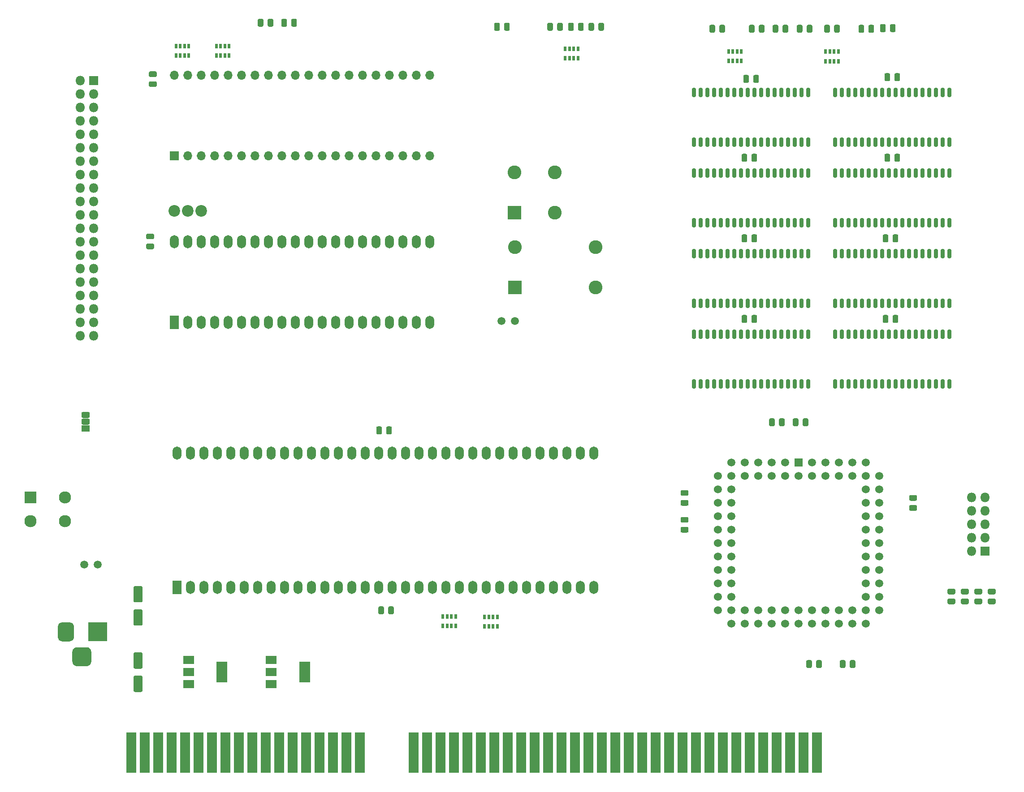
<source format=gbr>
%TF.GenerationSoftware,KiCad,Pcbnew,5.1.6-c6e7f7d~86~ubuntu18.04.1*%
%TF.CreationDate,2020-11-16T08:08:37+08:00*%
%TF.ProjectId,68k_dev,36386b5f-6465-4762-9e6b-696361645f70,rev?*%
%TF.SameCoordinates,Original*%
%TF.FileFunction,Soldermask,Top*%
%TF.FilePolarity,Negative*%
%FSLAX46Y46*%
G04 Gerber Fmt 4.6, Leading zero omitted, Abs format (unit mm)*
G04 Created by KiCad (PCBNEW 5.1.6-c6e7f7d~86~ubuntu18.04.1) date 2020-11-16 08:08:37*
%MOMM*%
%LPD*%
G01*
G04 APERTURE LIST*
%ADD10C,2.200000*%
%ADD11R,1.880000X7.720000*%
%ADD12R,3.600000X3.600000*%
%ADD13C,1.500000*%
%ADD14R,0.600000X0.900000*%
%ADD15R,0.500000X0.900000*%
%ADD16R,1.700000X2.500000*%
%ADD17O,1.700000X2.500000*%
%ADD18R,2.100000X3.900000*%
%ADD19R,2.100000X1.600000*%
%ADD20R,1.700000X1.700000*%
%ADD21O,1.700000X1.700000*%
%ADD22R,2.600000X2.600000*%
%ADD23C,2.600000*%
%ADD24R,1.600000X1.150000*%
%ADD25C,1.522400*%
%ADD26R,1.522400X1.522400*%
%ADD27R,1.800000X1.800000*%
%ADD28O,1.800000X1.800000*%
%ADD29R,2.300000X2.300000*%
%ADD30C,2.300000*%
G04 APERTURE END LIST*
%TO.C,C1*%
G36*
G01*
X84982000Y-94461250D02*
X84982000Y-93498750D01*
G75*
G02*
X85250750Y-93230000I268750J0D01*
G01*
X85788250Y-93230000D01*
G75*
G02*
X86057000Y-93498750I0J-268750D01*
G01*
X86057000Y-94461250D01*
G75*
G02*
X85788250Y-94730000I-268750J0D01*
G01*
X85250750Y-94730000D01*
G75*
G02*
X84982000Y-94461250I0J268750D01*
G01*
G37*
G36*
G01*
X83107000Y-94461250D02*
X83107000Y-93498750D01*
G75*
G02*
X83375750Y-93230000I268750J0D01*
G01*
X83913250Y-93230000D01*
G75*
G02*
X84182000Y-93498750I0J-268750D01*
G01*
X84182000Y-94461250D01*
G75*
G02*
X83913250Y-94730000I-268750J0D01*
G01*
X83375750Y-94730000D01*
G75*
G02*
X83107000Y-94461250I0J268750D01*
G01*
G37*
%TD*%
%TO.C,C2*%
G36*
G01*
X83488000Y-128497250D02*
X83488000Y-127534750D01*
G75*
G02*
X83756750Y-127266000I268750J0D01*
G01*
X84294250Y-127266000D01*
G75*
G02*
X84563000Y-127534750I0J-268750D01*
G01*
X84563000Y-128497250D01*
G75*
G02*
X84294250Y-128766000I-268750J0D01*
G01*
X83756750Y-128766000D01*
G75*
G02*
X83488000Y-128497250I0J268750D01*
G01*
G37*
G36*
G01*
X85363000Y-128497250D02*
X85363000Y-127534750D01*
G75*
G02*
X85631750Y-127266000I268750J0D01*
G01*
X86169250Y-127266000D01*
G75*
G02*
X86438000Y-127534750I0J-268750D01*
G01*
X86438000Y-128497250D01*
G75*
G02*
X86169250Y-128766000I-268750J0D01*
G01*
X85631750Y-128766000D01*
G75*
G02*
X85363000Y-128497250I0J268750D01*
G01*
G37*
%TD*%
%TO.C,C3*%
G36*
G01*
X40867250Y-59719500D02*
X39904750Y-59719500D01*
G75*
G02*
X39636000Y-59450750I0J268750D01*
G01*
X39636000Y-58913250D01*
G75*
G02*
X39904750Y-58644500I268750J0D01*
G01*
X40867250Y-58644500D01*
G75*
G02*
X41136000Y-58913250I0J-268750D01*
G01*
X41136000Y-59450750D01*
G75*
G02*
X40867250Y-59719500I-268750J0D01*
G01*
G37*
G36*
G01*
X40867250Y-57844500D02*
X39904750Y-57844500D01*
G75*
G02*
X39636000Y-57575750I0J268750D01*
G01*
X39636000Y-57038250D01*
G75*
G02*
X39904750Y-56769500I268750J0D01*
G01*
X40867250Y-56769500D01*
G75*
G02*
X41136000Y-57038250I0J-268750D01*
G01*
X41136000Y-57575750D01*
G75*
G02*
X40867250Y-57844500I-268750J0D01*
G01*
G37*
%TD*%
%TO.C,C4*%
G36*
G01*
X172564000Y-138657250D02*
X172564000Y-137694750D01*
G75*
G02*
X172832750Y-137426000I268750J0D01*
G01*
X173370250Y-137426000D01*
G75*
G02*
X173639000Y-137694750I0J-268750D01*
G01*
X173639000Y-138657250D01*
G75*
G02*
X173370250Y-138926000I-268750J0D01*
G01*
X172832750Y-138926000D01*
G75*
G02*
X172564000Y-138657250I0J268750D01*
G01*
G37*
G36*
G01*
X170689000Y-138657250D02*
X170689000Y-137694750D01*
G75*
G02*
X170957750Y-137426000I268750J0D01*
G01*
X171495250Y-137426000D01*
G75*
G02*
X171764000Y-137694750I0J-268750D01*
G01*
X171764000Y-138657250D01*
G75*
G02*
X171495250Y-138926000I-268750J0D01*
G01*
X170957750Y-138926000D01*
G75*
G02*
X170689000Y-138657250I0J268750D01*
G01*
G37*
%TD*%
%TO.C,C5*%
G36*
G01*
X141832250Y-108233000D02*
X140869750Y-108233000D01*
G75*
G02*
X140601000Y-107964250I0J268750D01*
G01*
X140601000Y-107426750D01*
G75*
G02*
X140869750Y-107158000I268750J0D01*
G01*
X141832250Y-107158000D01*
G75*
G02*
X142101000Y-107426750I0J-268750D01*
G01*
X142101000Y-107964250D01*
G75*
G02*
X141832250Y-108233000I-268750J0D01*
G01*
G37*
G36*
G01*
X141832250Y-106358000D02*
X140869750Y-106358000D01*
G75*
G02*
X140601000Y-106089250I0J268750D01*
G01*
X140601000Y-105551750D01*
G75*
G02*
X140869750Y-105283000I268750J0D01*
G01*
X141832250Y-105283000D01*
G75*
G02*
X142101000Y-105551750I0J-268750D01*
G01*
X142101000Y-106089250D01*
G75*
G02*
X141832250Y-106358000I-268750J0D01*
G01*
G37*
%TD*%
%TO.C,C6*%
G36*
G01*
X157323000Y-92937250D02*
X157323000Y-91974750D01*
G75*
G02*
X157591750Y-91706000I268750J0D01*
G01*
X158129250Y-91706000D01*
G75*
G02*
X158398000Y-91974750I0J-268750D01*
G01*
X158398000Y-92937250D01*
G75*
G02*
X158129250Y-93206000I-268750J0D01*
G01*
X157591750Y-93206000D01*
G75*
G02*
X157323000Y-92937250I0J268750D01*
G01*
G37*
G36*
G01*
X159198000Y-92937250D02*
X159198000Y-91974750D01*
G75*
G02*
X159466750Y-91706000I268750J0D01*
G01*
X160004250Y-91706000D01*
G75*
G02*
X160273000Y-91974750I0J-268750D01*
G01*
X160273000Y-92937250D01*
G75*
G02*
X160004250Y-93206000I-268750J0D01*
G01*
X159466750Y-93206000D01*
G75*
G02*
X159198000Y-92937250I0J268750D01*
G01*
G37*
%TD*%
%TO.C,C7*%
G36*
G01*
X184049750Y-106221000D02*
X185012250Y-106221000D01*
G75*
G02*
X185281000Y-106489750I0J-268750D01*
G01*
X185281000Y-107027250D01*
G75*
G02*
X185012250Y-107296000I-268750J0D01*
G01*
X184049750Y-107296000D01*
G75*
G02*
X183781000Y-107027250I0J268750D01*
G01*
X183781000Y-106489750D01*
G75*
G02*
X184049750Y-106221000I268750J0D01*
G01*
G37*
G36*
G01*
X184049750Y-108096000D02*
X185012250Y-108096000D01*
G75*
G02*
X185281000Y-108364750I0J-268750D01*
G01*
X185281000Y-108902250D01*
G75*
G02*
X185012250Y-109171000I-268750J0D01*
G01*
X184049750Y-109171000D01*
G75*
G02*
X183781000Y-108902250I0J268750D01*
G01*
X183781000Y-108364750D01*
G75*
G02*
X184049750Y-108096000I268750J0D01*
G01*
G37*
%TD*%
%TO.C,C8*%
G36*
G01*
X163674000Y-92937250D02*
X163674000Y-91974750D01*
G75*
G02*
X163942750Y-91706000I268750J0D01*
G01*
X164480250Y-91706000D01*
G75*
G02*
X164749000Y-91974750I0J-268750D01*
G01*
X164749000Y-92937250D01*
G75*
G02*
X164480250Y-93206000I-268750J0D01*
G01*
X163942750Y-93206000D01*
G75*
G02*
X163674000Y-92937250I0J268750D01*
G01*
G37*
G36*
G01*
X161799000Y-92937250D02*
X161799000Y-91974750D01*
G75*
G02*
X162067750Y-91706000I268750J0D01*
G01*
X162605250Y-91706000D01*
G75*
G02*
X162874000Y-91974750I0J-268750D01*
G01*
X162874000Y-92937250D01*
G75*
G02*
X162605250Y-93206000I-268750J0D01*
G01*
X162067750Y-93206000D01*
G75*
G02*
X161799000Y-92937250I0J268750D01*
G01*
G37*
%TD*%
%TO.C,C9*%
G36*
G01*
X141832250Y-113313000D02*
X140869750Y-113313000D01*
G75*
G02*
X140601000Y-113044250I0J268750D01*
G01*
X140601000Y-112506750D01*
G75*
G02*
X140869750Y-112238000I268750J0D01*
G01*
X141832250Y-112238000D01*
G75*
G02*
X142101000Y-112506750I0J-268750D01*
G01*
X142101000Y-113044250D01*
G75*
G02*
X141832250Y-113313000I-268750J0D01*
G01*
G37*
G36*
G01*
X141832250Y-111438000D02*
X140869750Y-111438000D01*
G75*
G02*
X140601000Y-111169250I0J268750D01*
G01*
X140601000Y-110631750D01*
G75*
G02*
X140869750Y-110363000I268750J0D01*
G01*
X141832250Y-110363000D01*
G75*
G02*
X142101000Y-110631750I0J-268750D01*
G01*
X142101000Y-111169250D01*
G75*
G02*
X141832250Y-111438000I-268750J0D01*
G01*
G37*
%TD*%
%TO.C,C10*%
G36*
G01*
X164339000Y-138657250D02*
X164339000Y-137694750D01*
G75*
G02*
X164607750Y-137426000I268750J0D01*
G01*
X165145250Y-137426000D01*
G75*
G02*
X165414000Y-137694750I0J-268750D01*
G01*
X165414000Y-138657250D01*
G75*
G02*
X165145250Y-138926000I-268750J0D01*
G01*
X164607750Y-138926000D01*
G75*
G02*
X164339000Y-138657250I0J268750D01*
G01*
G37*
G36*
G01*
X166214000Y-138657250D02*
X166214000Y-137694750D01*
G75*
G02*
X166482750Y-137426000I268750J0D01*
G01*
X167020250Y-137426000D01*
G75*
G02*
X167289000Y-137694750I0J-268750D01*
G01*
X167289000Y-138657250D01*
G75*
G02*
X167020250Y-138926000I-268750J0D01*
G01*
X166482750Y-138926000D01*
G75*
G02*
X166214000Y-138657250I0J268750D01*
G01*
G37*
%TD*%
%TO.C,C14*%
G36*
G01*
X153524000Y-27029250D02*
X153524000Y-27991750D01*
G75*
G02*
X153255250Y-28260500I-268750J0D01*
G01*
X152717750Y-28260500D01*
G75*
G02*
X152449000Y-27991750I0J268750D01*
G01*
X152449000Y-27029250D01*
G75*
G02*
X152717750Y-26760500I268750J0D01*
G01*
X153255250Y-26760500D01*
G75*
G02*
X153524000Y-27029250I0J-268750D01*
G01*
G37*
G36*
G01*
X155399000Y-27029250D02*
X155399000Y-27991750D01*
G75*
G02*
X155130250Y-28260500I-268750J0D01*
G01*
X154592750Y-28260500D01*
G75*
G02*
X154324000Y-27991750I0J268750D01*
G01*
X154324000Y-27029250D01*
G75*
G02*
X154592750Y-26760500I268750J0D01*
G01*
X155130250Y-26760500D01*
G75*
G02*
X155399000Y-27029250I0J-268750D01*
G01*
G37*
%TD*%
%TO.C,C15*%
G36*
G01*
X182069000Y-26696750D02*
X182069000Y-27659250D01*
G75*
G02*
X181800250Y-27928000I-268750J0D01*
G01*
X181262750Y-27928000D01*
G75*
G02*
X180994000Y-27659250I0J268750D01*
G01*
X180994000Y-26696750D01*
G75*
G02*
X181262750Y-26428000I268750J0D01*
G01*
X181800250Y-26428000D01*
G75*
G02*
X182069000Y-26696750I0J-268750D01*
G01*
G37*
G36*
G01*
X180194000Y-26696750D02*
X180194000Y-27659250D01*
G75*
G02*
X179925250Y-27928000I-268750J0D01*
G01*
X179387750Y-27928000D01*
G75*
G02*
X179119000Y-27659250I0J268750D01*
G01*
X179119000Y-26696750D01*
G75*
G02*
X179387750Y-26428000I268750J0D01*
G01*
X179925250Y-26428000D01*
G75*
G02*
X180194000Y-26696750I0J-268750D01*
G01*
G37*
%TD*%
%TO.C,C16*%
G36*
G01*
X153192000Y-41936750D02*
X153192000Y-42899250D01*
G75*
G02*
X152923250Y-43168000I-268750J0D01*
G01*
X152385750Y-43168000D01*
G75*
G02*
X152117000Y-42899250I0J268750D01*
G01*
X152117000Y-41936750D01*
G75*
G02*
X152385750Y-41668000I268750J0D01*
G01*
X152923250Y-41668000D01*
G75*
G02*
X153192000Y-41936750I0J-268750D01*
G01*
G37*
G36*
G01*
X155067000Y-41936750D02*
X155067000Y-42899250D01*
G75*
G02*
X154798250Y-43168000I-268750J0D01*
G01*
X154260750Y-43168000D01*
G75*
G02*
X153992000Y-42899250I0J268750D01*
G01*
X153992000Y-41936750D01*
G75*
G02*
X154260750Y-41668000I268750J0D01*
G01*
X154798250Y-41668000D01*
G75*
G02*
X155067000Y-41936750I0J-268750D01*
G01*
G37*
%TD*%
%TO.C,C17*%
G36*
G01*
X180194000Y-41936750D02*
X180194000Y-42899250D01*
G75*
G02*
X179925250Y-43168000I-268750J0D01*
G01*
X179387750Y-43168000D01*
G75*
G02*
X179119000Y-42899250I0J268750D01*
G01*
X179119000Y-41936750D01*
G75*
G02*
X179387750Y-41668000I268750J0D01*
G01*
X179925250Y-41668000D01*
G75*
G02*
X180194000Y-41936750I0J-268750D01*
G01*
G37*
G36*
G01*
X182069000Y-41936750D02*
X182069000Y-42899250D01*
G75*
G02*
X181800250Y-43168000I-268750J0D01*
G01*
X181262750Y-43168000D01*
G75*
G02*
X180994000Y-42899250I0J268750D01*
G01*
X180994000Y-41936750D01*
G75*
G02*
X181262750Y-41668000I268750J0D01*
G01*
X181800250Y-41668000D01*
G75*
G02*
X182069000Y-41936750I0J-268750D01*
G01*
G37*
%TD*%
%TO.C,C18*%
G36*
G01*
X153192000Y-57176750D02*
X153192000Y-58139250D01*
G75*
G02*
X152923250Y-58408000I-268750J0D01*
G01*
X152385750Y-58408000D01*
G75*
G02*
X152117000Y-58139250I0J268750D01*
G01*
X152117000Y-57176750D01*
G75*
G02*
X152385750Y-56908000I268750J0D01*
G01*
X152923250Y-56908000D01*
G75*
G02*
X153192000Y-57176750I0J-268750D01*
G01*
G37*
G36*
G01*
X155067000Y-57176750D02*
X155067000Y-58139250D01*
G75*
G02*
X154798250Y-58408000I-268750J0D01*
G01*
X154260750Y-58408000D01*
G75*
G02*
X153992000Y-58139250I0J268750D01*
G01*
X153992000Y-57176750D01*
G75*
G02*
X154260750Y-56908000I268750J0D01*
G01*
X154798250Y-56908000D01*
G75*
G02*
X155067000Y-57176750I0J-268750D01*
G01*
G37*
%TD*%
%TO.C,C19*%
G36*
G01*
X181737000Y-57176750D02*
X181737000Y-58139250D01*
G75*
G02*
X181468250Y-58408000I-268750J0D01*
G01*
X180930750Y-58408000D01*
G75*
G02*
X180662000Y-58139250I0J268750D01*
G01*
X180662000Y-57176750D01*
G75*
G02*
X180930750Y-56908000I268750J0D01*
G01*
X181468250Y-56908000D01*
G75*
G02*
X181737000Y-57176750I0J-268750D01*
G01*
G37*
G36*
G01*
X179862000Y-57176750D02*
X179862000Y-58139250D01*
G75*
G02*
X179593250Y-58408000I-268750J0D01*
G01*
X179055750Y-58408000D01*
G75*
G02*
X178787000Y-58139250I0J268750D01*
G01*
X178787000Y-57176750D01*
G75*
G02*
X179055750Y-56908000I268750J0D01*
G01*
X179593250Y-56908000D01*
G75*
G02*
X179862000Y-57176750I0J-268750D01*
G01*
G37*
%TD*%
%TO.C,C20*%
G36*
G01*
X153192000Y-72416750D02*
X153192000Y-73379250D01*
G75*
G02*
X152923250Y-73648000I-268750J0D01*
G01*
X152385750Y-73648000D01*
G75*
G02*
X152117000Y-73379250I0J268750D01*
G01*
X152117000Y-72416750D01*
G75*
G02*
X152385750Y-72148000I268750J0D01*
G01*
X152923250Y-72148000D01*
G75*
G02*
X153192000Y-72416750I0J-268750D01*
G01*
G37*
G36*
G01*
X155067000Y-72416750D02*
X155067000Y-73379250D01*
G75*
G02*
X154798250Y-73648000I-268750J0D01*
G01*
X154260750Y-73648000D01*
G75*
G02*
X153992000Y-73379250I0J268750D01*
G01*
X153992000Y-72416750D01*
G75*
G02*
X154260750Y-72148000I268750J0D01*
G01*
X154798250Y-72148000D01*
G75*
G02*
X155067000Y-72416750I0J-268750D01*
G01*
G37*
%TD*%
%TO.C,C21*%
G36*
G01*
X181737000Y-72416750D02*
X181737000Y-73379250D01*
G75*
G02*
X181468250Y-73648000I-268750J0D01*
G01*
X180930750Y-73648000D01*
G75*
G02*
X180662000Y-73379250I0J268750D01*
G01*
X180662000Y-72416750D01*
G75*
G02*
X180930750Y-72148000I268750J0D01*
G01*
X181468250Y-72148000D01*
G75*
G02*
X181737000Y-72416750I0J-268750D01*
G01*
G37*
G36*
G01*
X179862000Y-72416750D02*
X179862000Y-73379250D01*
G75*
G02*
X179593250Y-73648000I-268750J0D01*
G01*
X179055750Y-73648000D01*
G75*
G02*
X178787000Y-73379250I0J268750D01*
G01*
X178787000Y-72416750D01*
G75*
G02*
X179055750Y-72148000I268750J0D01*
G01*
X179593250Y-72148000D01*
G75*
G02*
X179862000Y-72416750I0J-268750D01*
G01*
G37*
%TD*%
%TO.C,C22*%
G36*
G01*
X41375250Y-27159000D02*
X40412750Y-27159000D01*
G75*
G02*
X40144000Y-26890250I0J268750D01*
G01*
X40144000Y-26352750D01*
G75*
G02*
X40412750Y-26084000I268750J0D01*
G01*
X41375250Y-26084000D01*
G75*
G02*
X41644000Y-26352750I0J-268750D01*
G01*
X41644000Y-26890250D01*
G75*
G02*
X41375250Y-27159000I-268750J0D01*
G01*
G37*
G36*
G01*
X41375250Y-29034000D02*
X40412750Y-29034000D01*
G75*
G02*
X40144000Y-28765250I0J268750D01*
G01*
X40144000Y-28227750D01*
G75*
G02*
X40412750Y-27959000I268750J0D01*
G01*
X41375250Y-27959000D01*
G75*
G02*
X41644000Y-28227750I0J-268750D01*
G01*
X41644000Y-28765250D01*
G75*
G02*
X41375250Y-29034000I-268750J0D01*
G01*
G37*
%TD*%
%TO.C,D1*%
G36*
G01*
X60713000Y-17376250D02*
X60713000Y-16413750D01*
G75*
G02*
X60981750Y-16145000I268750J0D01*
G01*
X61519250Y-16145000D01*
G75*
G02*
X61788000Y-16413750I0J-268750D01*
G01*
X61788000Y-17376250D01*
G75*
G02*
X61519250Y-17645000I-268750J0D01*
G01*
X60981750Y-17645000D01*
G75*
G02*
X60713000Y-17376250I0J268750D01*
G01*
G37*
G36*
G01*
X62588000Y-17376250D02*
X62588000Y-16413750D01*
G75*
G02*
X62856750Y-16145000I268750J0D01*
G01*
X63394250Y-16145000D01*
G75*
G02*
X63663000Y-16413750I0J-268750D01*
G01*
X63663000Y-17376250D01*
G75*
G02*
X63394250Y-17645000I-268750J0D01*
G01*
X62856750Y-17645000D01*
G75*
G02*
X62588000Y-17376250I0J268750D01*
G01*
G37*
%TD*%
%TO.C,D2*%
G36*
G01*
X67038000Y-17376250D02*
X67038000Y-16413750D01*
G75*
G02*
X67306750Y-16145000I268750J0D01*
G01*
X67844250Y-16145000D01*
G75*
G02*
X68113000Y-16413750I0J-268750D01*
G01*
X68113000Y-17376250D01*
G75*
G02*
X67844250Y-17645000I-268750J0D01*
G01*
X67306750Y-17645000D01*
G75*
G02*
X67038000Y-17376250I0J268750D01*
G01*
G37*
G36*
G01*
X65163000Y-17376250D02*
X65163000Y-16413750D01*
G75*
G02*
X65431750Y-16145000I268750J0D01*
G01*
X65969250Y-16145000D01*
G75*
G02*
X66238000Y-16413750I0J-268750D01*
G01*
X66238000Y-17376250D01*
G75*
G02*
X65969250Y-17645000I-268750J0D01*
G01*
X65431750Y-17645000D01*
G75*
G02*
X65163000Y-17376250I0J268750D01*
G01*
G37*
%TD*%
%TO.C,D3*%
G36*
G01*
X115413000Y-18134250D02*
X115413000Y-17171750D01*
G75*
G02*
X115681750Y-16903000I268750J0D01*
G01*
X116219250Y-16903000D01*
G75*
G02*
X116488000Y-17171750I0J-268750D01*
G01*
X116488000Y-18134250D01*
G75*
G02*
X116219250Y-18403000I-268750J0D01*
G01*
X115681750Y-18403000D01*
G75*
G02*
X115413000Y-18134250I0J268750D01*
G01*
G37*
G36*
G01*
X117288000Y-18134250D02*
X117288000Y-17171750D01*
G75*
G02*
X117556750Y-16903000I268750J0D01*
G01*
X118094250Y-16903000D01*
G75*
G02*
X118363000Y-17171750I0J-268750D01*
G01*
X118363000Y-18134250D01*
G75*
G02*
X118094250Y-18403000I-268750J0D01*
G01*
X117556750Y-18403000D01*
G75*
G02*
X117288000Y-18134250I0J268750D01*
G01*
G37*
%TD*%
%TO.C,D4*%
G36*
G01*
X121226000Y-18134250D02*
X121226000Y-17171750D01*
G75*
G02*
X121494750Y-16903000I268750J0D01*
G01*
X122032250Y-16903000D01*
G75*
G02*
X122301000Y-17171750I0J-268750D01*
G01*
X122301000Y-18134250D01*
G75*
G02*
X122032250Y-18403000I-268750J0D01*
G01*
X121494750Y-18403000D01*
G75*
G02*
X121226000Y-18134250I0J268750D01*
G01*
G37*
G36*
G01*
X119351000Y-18134250D02*
X119351000Y-17171750D01*
G75*
G02*
X119619750Y-16903000I268750J0D01*
G01*
X120157250Y-16903000D01*
G75*
G02*
X120426000Y-17171750I0J-268750D01*
G01*
X120426000Y-18134250D01*
G75*
G02*
X120157250Y-18403000I-268750J0D01*
G01*
X119619750Y-18403000D01*
G75*
G02*
X119351000Y-18134250I0J268750D01*
G01*
G37*
%TD*%
%TO.C,D5*%
G36*
G01*
X123191000Y-18134250D02*
X123191000Y-17171750D01*
G75*
G02*
X123459750Y-16903000I268750J0D01*
G01*
X123997250Y-16903000D01*
G75*
G02*
X124266000Y-17171750I0J-268750D01*
G01*
X124266000Y-18134250D01*
G75*
G02*
X123997250Y-18403000I-268750J0D01*
G01*
X123459750Y-18403000D01*
G75*
G02*
X123191000Y-18134250I0J268750D01*
G01*
G37*
G36*
G01*
X125066000Y-18134250D02*
X125066000Y-17171750D01*
G75*
G02*
X125334750Y-16903000I268750J0D01*
G01*
X125872250Y-16903000D01*
G75*
G02*
X126141000Y-17171750I0J-268750D01*
G01*
X126141000Y-18134250D01*
G75*
G02*
X125872250Y-18403000I-268750J0D01*
G01*
X125334750Y-18403000D01*
G75*
G02*
X125066000Y-18134250I0J268750D01*
G01*
G37*
%TD*%
%TO.C,D6*%
G36*
G01*
X105381000Y-18134250D02*
X105381000Y-17171750D01*
G75*
G02*
X105649750Y-16903000I268750J0D01*
G01*
X106187250Y-16903000D01*
G75*
G02*
X106456000Y-17171750I0J-268750D01*
G01*
X106456000Y-18134250D01*
G75*
G02*
X106187250Y-18403000I-268750J0D01*
G01*
X105649750Y-18403000D01*
G75*
G02*
X105381000Y-18134250I0J268750D01*
G01*
G37*
G36*
G01*
X107256000Y-18134250D02*
X107256000Y-17171750D01*
G75*
G02*
X107524750Y-16903000I268750J0D01*
G01*
X108062250Y-16903000D01*
G75*
G02*
X108331000Y-17171750I0J-268750D01*
G01*
X108331000Y-18134250D01*
G75*
G02*
X108062250Y-18403000I-268750J0D01*
G01*
X107524750Y-18403000D01*
G75*
G02*
X107256000Y-18134250I0J268750D01*
G01*
G37*
%TD*%
%TO.C,D7*%
G36*
G01*
X147926000Y-18515250D02*
X147926000Y-17552750D01*
G75*
G02*
X148194750Y-17284000I268750J0D01*
G01*
X148732250Y-17284000D01*
G75*
G02*
X149001000Y-17552750I0J-268750D01*
G01*
X149001000Y-18515250D01*
G75*
G02*
X148732250Y-18784000I-268750J0D01*
G01*
X148194750Y-18784000D01*
G75*
G02*
X147926000Y-18515250I0J268750D01*
G01*
G37*
G36*
G01*
X146051000Y-18515250D02*
X146051000Y-17552750D01*
G75*
G02*
X146319750Y-17284000I268750J0D01*
G01*
X146857250Y-17284000D01*
G75*
G02*
X147126000Y-17552750I0J-268750D01*
G01*
X147126000Y-18515250D01*
G75*
G02*
X146857250Y-18784000I-268750J0D01*
G01*
X146319750Y-18784000D01*
G75*
G02*
X146051000Y-18515250I0J268750D01*
G01*
G37*
%TD*%
%TO.C,D8*%
G36*
G01*
X167737000Y-18515250D02*
X167737000Y-17552750D01*
G75*
G02*
X168005750Y-17284000I268750J0D01*
G01*
X168543250Y-17284000D01*
G75*
G02*
X168812000Y-17552750I0J-268750D01*
G01*
X168812000Y-18515250D01*
G75*
G02*
X168543250Y-18784000I-268750J0D01*
G01*
X168005750Y-18784000D01*
G75*
G02*
X167737000Y-18515250I0J268750D01*
G01*
G37*
G36*
G01*
X169612000Y-18515250D02*
X169612000Y-17552750D01*
G75*
G02*
X169880750Y-17284000I268750J0D01*
G01*
X170418250Y-17284000D01*
G75*
G02*
X170687000Y-17552750I0J-268750D01*
G01*
X170687000Y-18515250D01*
G75*
G02*
X170418250Y-18784000I-268750J0D01*
G01*
X169880750Y-18784000D01*
G75*
G02*
X169612000Y-18515250I0J268750D01*
G01*
G37*
%TD*%
%TO.C,D9*%
G36*
G01*
X164436000Y-18515250D02*
X164436000Y-17552750D01*
G75*
G02*
X164704750Y-17284000I268750J0D01*
G01*
X165242250Y-17284000D01*
G75*
G02*
X165511000Y-17552750I0J-268750D01*
G01*
X165511000Y-18515250D01*
G75*
G02*
X165242250Y-18784000I-268750J0D01*
G01*
X164704750Y-18784000D01*
G75*
G02*
X164436000Y-18515250I0J268750D01*
G01*
G37*
G36*
G01*
X162561000Y-18515250D02*
X162561000Y-17552750D01*
G75*
G02*
X162829750Y-17284000I268750J0D01*
G01*
X163367250Y-17284000D01*
G75*
G02*
X163636000Y-17552750I0J-268750D01*
G01*
X163636000Y-18515250D01*
G75*
G02*
X163367250Y-18784000I-268750J0D01*
G01*
X162829750Y-18784000D01*
G75*
G02*
X162561000Y-18515250I0J268750D01*
G01*
G37*
%TD*%
%TO.C,D10*%
G36*
G01*
X157989000Y-18515250D02*
X157989000Y-17552750D01*
G75*
G02*
X158257750Y-17284000I268750J0D01*
G01*
X158795250Y-17284000D01*
G75*
G02*
X159064000Y-17552750I0J-268750D01*
G01*
X159064000Y-18515250D01*
G75*
G02*
X158795250Y-18784000I-268750J0D01*
G01*
X158257750Y-18784000D01*
G75*
G02*
X157989000Y-18515250I0J268750D01*
G01*
G37*
G36*
G01*
X159864000Y-18515250D02*
X159864000Y-17552750D01*
G75*
G02*
X160132750Y-17284000I268750J0D01*
G01*
X160670250Y-17284000D01*
G75*
G02*
X160939000Y-17552750I0J-268750D01*
G01*
X160939000Y-18515250D01*
G75*
G02*
X160670250Y-18784000I-268750J0D01*
G01*
X160132750Y-18784000D01*
G75*
G02*
X159864000Y-18515250I0J268750D01*
G01*
G37*
%TD*%
%TO.C,D11*%
G36*
G01*
X155388000Y-18515250D02*
X155388000Y-17552750D01*
G75*
G02*
X155656750Y-17284000I268750J0D01*
G01*
X156194250Y-17284000D01*
G75*
G02*
X156463000Y-17552750I0J-268750D01*
G01*
X156463000Y-18515250D01*
G75*
G02*
X156194250Y-18784000I-268750J0D01*
G01*
X155656750Y-18784000D01*
G75*
G02*
X155388000Y-18515250I0J268750D01*
G01*
G37*
G36*
G01*
X153513000Y-18515250D02*
X153513000Y-17552750D01*
G75*
G02*
X153781750Y-17284000I268750J0D01*
G01*
X154319250Y-17284000D01*
G75*
G02*
X154588000Y-17552750I0J-268750D01*
G01*
X154588000Y-18515250D01*
G75*
G02*
X154319250Y-18784000I-268750J0D01*
G01*
X153781750Y-18784000D01*
G75*
G02*
X153513000Y-18515250I0J268750D01*
G01*
G37*
%TD*%
%TO.C,D12*%
G36*
G01*
X178279000Y-18388250D02*
X178279000Y-17425750D01*
G75*
G02*
X178547750Y-17157000I268750J0D01*
G01*
X179085250Y-17157000D01*
G75*
G02*
X179354000Y-17425750I0J-268750D01*
G01*
X179354000Y-18388250D01*
G75*
G02*
X179085250Y-18657000I-268750J0D01*
G01*
X178547750Y-18657000D01*
G75*
G02*
X178279000Y-18388250I0J268750D01*
G01*
G37*
G36*
G01*
X180154000Y-18388250D02*
X180154000Y-17425750D01*
G75*
G02*
X180422750Y-17157000I268750J0D01*
G01*
X180960250Y-17157000D01*
G75*
G02*
X181229000Y-17425750I0J-268750D01*
G01*
X181229000Y-18388250D01*
G75*
G02*
X180960250Y-18657000I-268750J0D01*
G01*
X180422750Y-18657000D01*
G75*
G02*
X180154000Y-18388250I0J268750D01*
G01*
G37*
%TD*%
%TO.C,D13*%
G36*
G01*
X176090000Y-18515250D02*
X176090000Y-17552750D01*
G75*
G02*
X176358750Y-17284000I268750J0D01*
G01*
X176896250Y-17284000D01*
G75*
G02*
X177165000Y-17552750I0J-268750D01*
G01*
X177165000Y-18515250D01*
G75*
G02*
X176896250Y-18784000I-268750J0D01*
G01*
X176358750Y-18784000D01*
G75*
G02*
X176090000Y-18515250I0J268750D01*
G01*
G37*
G36*
G01*
X174215000Y-18515250D02*
X174215000Y-17552750D01*
G75*
G02*
X174483750Y-17284000I268750J0D01*
G01*
X175021250Y-17284000D01*
G75*
G02*
X175290000Y-17552750I0J-268750D01*
G01*
X175290000Y-18515250D01*
G75*
G02*
X175021250Y-18784000I-268750J0D01*
G01*
X174483750Y-18784000D01*
G75*
G02*
X174215000Y-18515250I0J268750D01*
G01*
G37*
%TD*%
D10*
%TO.C,J1*%
X50038000Y-52451000D03*
X47498000Y-52451000D03*
X44958000Y-52451000D03*
%TD*%
D11*
%TO.C,J2*%
X166370000Y-154940000D03*
X163830000Y-154940000D03*
X161290000Y-154940000D03*
X158750000Y-154940000D03*
X156210000Y-154940000D03*
X153670000Y-154940000D03*
X151130000Y-154940000D03*
X148590000Y-154940000D03*
X146050000Y-154940000D03*
X143510000Y-154940000D03*
X140970000Y-154940000D03*
X138430000Y-154940000D03*
X135890000Y-154940000D03*
X133350000Y-154940000D03*
X130810000Y-154940000D03*
X128270000Y-154940000D03*
X125730000Y-154940000D03*
X123190000Y-154940000D03*
X120650000Y-154940000D03*
X118110000Y-154940000D03*
X115570000Y-154940000D03*
X113030000Y-154940000D03*
X110490000Y-154940000D03*
X107950000Y-154940000D03*
X105410000Y-154940000D03*
X102870000Y-154940000D03*
X100330000Y-154940000D03*
X97790000Y-154940000D03*
X95250000Y-154940000D03*
X92710000Y-154940000D03*
X90170000Y-154940000D03*
X80010000Y-154940000D03*
X77470000Y-154940000D03*
X74930000Y-154940000D03*
X72390000Y-154940000D03*
X69850000Y-154940000D03*
X67310000Y-154940000D03*
X64770000Y-154940000D03*
X62230000Y-154940000D03*
X59690000Y-154940000D03*
X57150000Y-154940000D03*
X54610000Y-154940000D03*
X52070000Y-154940000D03*
X49530000Y-154940000D03*
X46990000Y-154940000D03*
X44450000Y-154940000D03*
X41910000Y-154940000D03*
X39370000Y-154940000D03*
X36830000Y-154940000D03*
%TD*%
D12*
%TO.C,J5*%
X30480000Y-132080000D03*
G36*
G01*
X22930000Y-133105000D02*
X22930000Y-131055000D01*
G75*
G02*
X23705000Y-130280000I775000J0D01*
G01*
X25255000Y-130280000D01*
G75*
G02*
X26030000Y-131055000I0J-775000D01*
G01*
X26030000Y-133105000D01*
G75*
G02*
X25255000Y-133880000I-775000J0D01*
G01*
X23705000Y-133880000D01*
G75*
G02*
X22930000Y-133105000I0J775000D01*
G01*
G37*
G36*
G01*
X25680000Y-137680000D02*
X25680000Y-135880000D01*
G75*
G02*
X26580000Y-134980000I900000J0D01*
G01*
X28380000Y-134980000D01*
G75*
G02*
X29280000Y-135880000I0J-900000D01*
G01*
X29280000Y-137680000D01*
G75*
G02*
X28380000Y-138580000I-900000J0D01*
G01*
X26580000Y-138580000D01*
G75*
G02*
X25680000Y-137680000I0J900000D01*
G01*
G37*
%TD*%
D13*
%TO.C,JP1*%
X30480000Y-119380000D03*
X27940000Y-119380000D03*
%TD*%
%TO.C,JP2*%
X106807000Y-73279000D03*
X109347000Y-73279000D03*
%TD*%
%TO.C,R1*%
G36*
G01*
X192251250Y-124998000D02*
X191288750Y-124998000D01*
G75*
G02*
X191020000Y-124729250I0J268750D01*
G01*
X191020000Y-124191750D01*
G75*
G02*
X191288750Y-123923000I268750J0D01*
G01*
X192251250Y-123923000D01*
G75*
G02*
X192520000Y-124191750I0J-268750D01*
G01*
X192520000Y-124729250D01*
G75*
G02*
X192251250Y-124998000I-268750J0D01*
G01*
G37*
G36*
G01*
X192251250Y-126873000D02*
X191288750Y-126873000D01*
G75*
G02*
X191020000Y-126604250I0J268750D01*
G01*
X191020000Y-126066750D01*
G75*
G02*
X191288750Y-125798000I268750J0D01*
G01*
X192251250Y-125798000D01*
G75*
G02*
X192520000Y-126066750I0J-268750D01*
G01*
X192520000Y-126604250D01*
G75*
G02*
X192251250Y-126873000I-268750J0D01*
G01*
G37*
%TD*%
%TO.C,R2*%
G36*
G01*
X193828750Y-123923000D02*
X194791250Y-123923000D01*
G75*
G02*
X195060000Y-124191750I0J-268750D01*
G01*
X195060000Y-124729250D01*
G75*
G02*
X194791250Y-124998000I-268750J0D01*
G01*
X193828750Y-124998000D01*
G75*
G02*
X193560000Y-124729250I0J268750D01*
G01*
X193560000Y-124191750D01*
G75*
G02*
X193828750Y-123923000I268750J0D01*
G01*
G37*
G36*
G01*
X193828750Y-125798000D02*
X194791250Y-125798000D01*
G75*
G02*
X195060000Y-126066750I0J-268750D01*
G01*
X195060000Y-126604250D01*
G75*
G02*
X194791250Y-126873000I-268750J0D01*
G01*
X193828750Y-126873000D01*
G75*
G02*
X193560000Y-126604250I0J268750D01*
G01*
X193560000Y-126066750D01*
G75*
G02*
X193828750Y-125798000I268750J0D01*
G01*
G37*
%TD*%
%TO.C,R3*%
G36*
G01*
X197331250Y-126873000D02*
X196368750Y-126873000D01*
G75*
G02*
X196100000Y-126604250I0J268750D01*
G01*
X196100000Y-126066750D01*
G75*
G02*
X196368750Y-125798000I268750J0D01*
G01*
X197331250Y-125798000D01*
G75*
G02*
X197600000Y-126066750I0J-268750D01*
G01*
X197600000Y-126604250D01*
G75*
G02*
X197331250Y-126873000I-268750J0D01*
G01*
G37*
G36*
G01*
X197331250Y-124998000D02*
X196368750Y-124998000D01*
G75*
G02*
X196100000Y-124729250I0J268750D01*
G01*
X196100000Y-124191750D01*
G75*
G02*
X196368750Y-123923000I268750J0D01*
G01*
X197331250Y-123923000D01*
G75*
G02*
X197600000Y-124191750I0J-268750D01*
G01*
X197600000Y-124729250D01*
G75*
G02*
X197331250Y-124998000I-268750J0D01*
G01*
G37*
%TD*%
%TO.C,R4*%
G36*
G01*
X198908750Y-125798000D02*
X199871250Y-125798000D01*
G75*
G02*
X200140000Y-126066750I0J-268750D01*
G01*
X200140000Y-126604250D01*
G75*
G02*
X199871250Y-126873000I-268750J0D01*
G01*
X198908750Y-126873000D01*
G75*
G02*
X198640000Y-126604250I0J268750D01*
G01*
X198640000Y-126066750D01*
G75*
G02*
X198908750Y-125798000I268750J0D01*
G01*
G37*
G36*
G01*
X198908750Y-123923000D02*
X199871250Y-123923000D01*
G75*
G02*
X200140000Y-124191750I0J-268750D01*
G01*
X200140000Y-124729250D01*
G75*
G02*
X199871250Y-124998000I-268750J0D01*
G01*
X198908750Y-124998000D01*
G75*
G02*
X198640000Y-124729250I0J268750D01*
G01*
X198640000Y-124191750D01*
G75*
G02*
X198908750Y-123923000I268750J0D01*
G01*
G37*
%TD*%
D14*
%TO.C,RN1*%
X105975000Y-129275000D03*
D15*
X104375000Y-129275000D03*
X105175000Y-129275000D03*
D14*
X103575000Y-129275000D03*
D15*
X105175000Y-131075000D03*
D14*
X105975000Y-131075000D03*
D15*
X104375000Y-131075000D03*
D14*
X103575000Y-131075000D03*
%TD*%
%TO.C,RN2*%
X98101000Y-129148000D03*
D15*
X97301000Y-129148000D03*
D14*
X95701000Y-129148000D03*
D15*
X96501000Y-129148000D03*
D14*
X98101000Y-130948000D03*
D15*
X96501000Y-130948000D03*
X97301000Y-130948000D03*
D14*
X95701000Y-130948000D03*
%TD*%
%TO.C,RN3*%
X47682000Y-21325000D03*
D15*
X46082000Y-21325000D03*
X46882000Y-21325000D03*
D14*
X45282000Y-21325000D03*
D15*
X46882000Y-23125000D03*
D14*
X47682000Y-23125000D03*
D15*
X46082000Y-23125000D03*
D14*
X45282000Y-23125000D03*
%TD*%
%TO.C,RN4*%
X52902000Y-23125000D03*
D15*
X54502000Y-23125000D03*
X53702000Y-23125000D03*
D14*
X55302000Y-23125000D03*
D15*
X53702000Y-21325000D03*
D14*
X52902000Y-21325000D03*
D15*
X54502000Y-21325000D03*
D14*
X55302000Y-21325000D03*
%TD*%
%TO.C,RN5*%
X121215000Y-21833000D03*
D15*
X120415000Y-21833000D03*
D14*
X118815000Y-21833000D03*
D15*
X119615000Y-21833000D03*
D14*
X121215000Y-23633000D03*
D15*
X119615000Y-23633000D03*
X120415000Y-23633000D03*
D14*
X118815000Y-23633000D03*
%TD*%
%TO.C,RN6*%
X149676000Y-24141000D03*
D15*
X151276000Y-24141000D03*
X150476000Y-24141000D03*
D14*
X152076000Y-24141000D03*
D15*
X150476000Y-22341000D03*
D14*
X149676000Y-22341000D03*
D15*
X151276000Y-22341000D03*
D14*
X152076000Y-22341000D03*
%TD*%
%TO.C,RN7*%
X168021000Y-24152000D03*
D15*
X168821000Y-24152000D03*
D14*
X170421000Y-24152000D03*
D15*
X169621000Y-24152000D03*
D14*
X168021000Y-22352000D03*
D15*
X169621000Y-22352000D03*
X168821000Y-22352000D03*
D14*
X170421000Y-22352000D03*
%TD*%
D16*
%TO.C,U1*%
X45466000Y-123698000D03*
D17*
X124206000Y-98298000D03*
X48006000Y-123698000D03*
X121666000Y-98298000D03*
X50546000Y-123698000D03*
X119126000Y-98298000D03*
X53086000Y-123698000D03*
X116586000Y-98298000D03*
X55626000Y-123698000D03*
X114046000Y-98298000D03*
X58166000Y-123698000D03*
X111506000Y-98298000D03*
X60706000Y-123698000D03*
X108966000Y-98298000D03*
X63246000Y-123698000D03*
X106426000Y-98298000D03*
X65786000Y-123698000D03*
X103886000Y-98298000D03*
X68326000Y-123698000D03*
X101346000Y-98298000D03*
X70866000Y-123698000D03*
X98806000Y-98298000D03*
X73406000Y-123698000D03*
X96266000Y-98298000D03*
X75946000Y-123698000D03*
X93726000Y-98298000D03*
X78486000Y-123698000D03*
X91186000Y-98298000D03*
X81026000Y-123698000D03*
X88646000Y-98298000D03*
X83566000Y-123698000D03*
X86106000Y-98298000D03*
X86106000Y-123698000D03*
X83566000Y-98298000D03*
X88646000Y-123698000D03*
X81026000Y-98298000D03*
X91186000Y-123698000D03*
X78486000Y-98298000D03*
X93726000Y-123698000D03*
X75946000Y-98298000D03*
X96266000Y-123698000D03*
X73406000Y-98298000D03*
X98806000Y-123698000D03*
X70866000Y-98298000D03*
X101346000Y-123698000D03*
X68326000Y-98298000D03*
X103886000Y-123698000D03*
X65786000Y-98298000D03*
X106426000Y-123698000D03*
X63246000Y-98298000D03*
X108966000Y-123698000D03*
X60706000Y-98298000D03*
X111506000Y-123698000D03*
X58166000Y-98298000D03*
X114046000Y-123698000D03*
X55626000Y-98298000D03*
X116586000Y-123698000D03*
X53086000Y-98298000D03*
X119126000Y-123698000D03*
X50546000Y-98298000D03*
X121666000Y-123698000D03*
X48006000Y-98298000D03*
X124206000Y-123698000D03*
X45466000Y-98298000D03*
%TD*%
D18*
%TO.C,U4*%
X53950000Y-139700000D03*
D19*
X47650000Y-139700000D03*
X47650000Y-142000000D03*
X47650000Y-137400000D03*
%TD*%
%TO.C,U5*%
X63271000Y-137400000D03*
X63271000Y-142000000D03*
X63271000Y-139700000D03*
D18*
X69571000Y-139700000D03*
%TD*%
%TO.C,U6*%
G36*
G01*
X143304000Y-40398000D02*
X142954000Y-40398000D01*
G75*
G02*
X142779000Y-40223000I0J175000D01*
G01*
X142779000Y-38773000D01*
G75*
G02*
X142954000Y-38598000I175000J0D01*
G01*
X143304000Y-38598000D01*
G75*
G02*
X143479000Y-38773000I0J-175000D01*
G01*
X143479000Y-40223000D01*
G75*
G02*
X143304000Y-40398000I-175000J0D01*
G01*
G37*
G36*
G01*
X144574000Y-40398000D02*
X144224000Y-40398000D01*
G75*
G02*
X144049000Y-40223000I0J175000D01*
G01*
X144049000Y-38773000D01*
G75*
G02*
X144224000Y-38598000I175000J0D01*
G01*
X144574000Y-38598000D01*
G75*
G02*
X144749000Y-38773000I0J-175000D01*
G01*
X144749000Y-40223000D01*
G75*
G02*
X144574000Y-40398000I-175000J0D01*
G01*
G37*
G36*
G01*
X145844000Y-40398000D02*
X145494000Y-40398000D01*
G75*
G02*
X145319000Y-40223000I0J175000D01*
G01*
X145319000Y-38773000D01*
G75*
G02*
X145494000Y-38598000I175000J0D01*
G01*
X145844000Y-38598000D01*
G75*
G02*
X146019000Y-38773000I0J-175000D01*
G01*
X146019000Y-40223000D01*
G75*
G02*
X145844000Y-40398000I-175000J0D01*
G01*
G37*
G36*
G01*
X147114000Y-40398000D02*
X146764000Y-40398000D01*
G75*
G02*
X146589000Y-40223000I0J175000D01*
G01*
X146589000Y-38773000D01*
G75*
G02*
X146764000Y-38598000I175000J0D01*
G01*
X147114000Y-38598000D01*
G75*
G02*
X147289000Y-38773000I0J-175000D01*
G01*
X147289000Y-40223000D01*
G75*
G02*
X147114000Y-40398000I-175000J0D01*
G01*
G37*
G36*
G01*
X148384000Y-40398000D02*
X148034000Y-40398000D01*
G75*
G02*
X147859000Y-40223000I0J175000D01*
G01*
X147859000Y-38773000D01*
G75*
G02*
X148034000Y-38598000I175000J0D01*
G01*
X148384000Y-38598000D01*
G75*
G02*
X148559000Y-38773000I0J-175000D01*
G01*
X148559000Y-40223000D01*
G75*
G02*
X148384000Y-40398000I-175000J0D01*
G01*
G37*
G36*
G01*
X149654000Y-40398000D02*
X149304000Y-40398000D01*
G75*
G02*
X149129000Y-40223000I0J175000D01*
G01*
X149129000Y-38773000D01*
G75*
G02*
X149304000Y-38598000I175000J0D01*
G01*
X149654000Y-38598000D01*
G75*
G02*
X149829000Y-38773000I0J-175000D01*
G01*
X149829000Y-40223000D01*
G75*
G02*
X149654000Y-40398000I-175000J0D01*
G01*
G37*
G36*
G01*
X150924000Y-40398000D02*
X150574000Y-40398000D01*
G75*
G02*
X150399000Y-40223000I0J175000D01*
G01*
X150399000Y-38773000D01*
G75*
G02*
X150574000Y-38598000I175000J0D01*
G01*
X150924000Y-38598000D01*
G75*
G02*
X151099000Y-38773000I0J-175000D01*
G01*
X151099000Y-40223000D01*
G75*
G02*
X150924000Y-40398000I-175000J0D01*
G01*
G37*
G36*
G01*
X152194000Y-40398000D02*
X151844000Y-40398000D01*
G75*
G02*
X151669000Y-40223000I0J175000D01*
G01*
X151669000Y-38773000D01*
G75*
G02*
X151844000Y-38598000I175000J0D01*
G01*
X152194000Y-38598000D01*
G75*
G02*
X152369000Y-38773000I0J-175000D01*
G01*
X152369000Y-40223000D01*
G75*
G02*
X152194000Y-40398000I-175000J0D01*
G01*
G37*
G36*
G01*
X153464000Y-40398000D02*
X153114000Y-40398000D01*
G75*
G02*
X152939000Y-40223000I0J175000D01*
G01*
X152939000Y-38773000D01*
G75*
G02*
X153114000Y-38598000I175000J0D01*
G01*
X153464000Y-38598000D01*
G75*
G02*
X153639000Y-38773000I0J-175000D01*
G01*
X153639000Y-40223000D01*
G75*
G02*
X153464000Y-40398000I-175000J0D01*
G01*
G37*
G36*
G01*
X154734000Y-40398000D02*
X154384000Y-40398000D01*
G75*
G02*
X154209000Y-40223000I0J175000D01*
G01*
X154209000Y-38773000D01*
G75*
G02*
X154384000Y-38598000I175000J0D01*
G01*
X154734000Y-38598000D01*
G75*
G02*
X154909000Y-38773000I0J-175000D01*
G01*
X154909000Y-40223000D01*
G75*
G02*
X154734000Y-40398000I-175000J0D01*
G01*
G37*
G36*
G01*
X156004000Y-40398000D02*
X155654000Y-40398000D01*
G75*
G02*
X155479000Y-40223000I0J175000D01*
G01*
X155479000Y-38773000D01*
G75*
G02*
X155654000Y-38598000I175000J0D01*
G01*
X156004000Y-38598000D01*
G75*
G02*
X156179000Y-38773000I0J-175000D01*
G01*
X156179000Y-40223000D01*
G75*
G02*
X156004000Y-40398000I-175000J0D01*
G01*
G37*
G36*
G01*
X157274000Y-40398000D02*
X156924000Y-40398000D01*
G75*
G02*
X156749000Y-40223000I0J175000D01*
G01*
X156749000Y-38773000D01*
G75*
G02*
X156924000Y-38598000I175000J0D01*
G01*
X157274000Y-38598000D01*
G75*
G02*
X157449000Y-38773000I0J-175000D01*
G01*
X157449000Y-40223000D01*
G75*
G02*
X157274000Y-40398000I-175000J0D01*
G01*
G37*
G36*
G01*
X158544000Y-40398000D02*
X158194000Y-40398000D01*
G75*
G02*
X158019000Y-40223000I0J175000D01*
G01*
X158019000Y-38773000D01*
G75*
G02*
X158194000Y-38598000I175000J0D01*
G01*
X158544000Y-38598000D01*
G75*
G02*
X158719000Y-38773000I0J-175000D01*
G01*
X158719000Y-40223000D01*
G75*
G02*
X158544000Y-40398000I-175000J0D01*
G01*
G37*
G36*
G01*
X159814000Y-40398000D02*
X159464000Y-40398000D01*
G75*
G02*
X159289000Y-40223000I0J175000D01*
G01*
X159289000Y-38773000D01*
G75*
G02*
X159464000Y-38598000I175000J0D01*
G01*
X159814000Y-38598000D01*
G75*
G02*
X159989000Y-38773000I0J-175000D01*
G01*
X159989000Y-40223000D01*
G75*
G02*
X159814000Y-40398000I-175000J0D01*
G01*
G37*
G36*
G01*
X161084000Y-40398000D02*
X160734000Y-40398000D01*
G75*
G02*
X160559000Y-40223000I0J175000D01*
G01*
X160559000Y-38773000D01*
G75*
G02*
X160734000Y-38598000I175000J0D01*
G01*
X161084000Y-38598000D01*
G75*
G02*
X161259000Y-38773000I0J-175000D01*
G01*
X161259000Y-40223000D01*
G75*
G02*
X161084000Y-40398000I-175000J0D01*
G01*
G37*
G36*
G01*
X162354000Y-40398000D02*
X162004000Y-40398000D01*
G75*
G02*
X161829000Y-40223000I0J175000D01*
G01*
X161829000Y-38773000D01*
G75*
G02*
X162004000Y-38598000I175000J0D01*
G01*
X162354000Y-38598000D01*
G75*
G02*
X162529000Y-38773000I0J-175000D01*
G01*
X162529000Y-40223000D01*
G75*
G02*
X162354000Y-40398000I-175000J0D01*
G01*
G37*
G36*
G01*
X163624000Y-40398000D02*
X163274000Y-40398000D01*
G75*
G02*
X163099000Y-40223000I0J175000D01*
G01*
X163099000Y-38773000D01*
G75*
G02*
X163274000Y-38598000I175000J0D01*
G01*
X163624000Y-38598000D01*
G75*
G02*
X163799000Y-38773000I0J-175000D01*
G01*
X163799000Y-40223000D01*
G75*
G02*
X163624000Y-40398000I-175000J0D01*
G01*
G37*
G36*
G01*
X164894000Y-40398000D02*
X164544000Y-40398000D01*
G75*
G02*
X164369000Y-40223000I0J175000D01*
G01*
X164369000Y-38773000D01*
G75*
G02*
X164544000Y-38598000I175000J0D01*
G01*
X164894000Y-38598000D01*
G75*
G02*
X165069000Y-38773000I0J-175000D01*
G01*
X165069000Y-40223000D01*
G75*
G02*
X164894000Y-40398000I-175000J0D01*
G01*
G37*
G36*
G01*
X164894000Y-30998000D02*
X164544000Y-30998000D01*
G75*
G02*
X164369000Y-30823000I0J175000D01*
G01*
X164369000Y-29373000D01*
G75*
G02*
X164544000Y-29198000I175000J0D01*
G01*
X164894000Y-29198000D01*
G75*
G02*
X165069000Y-29373000I0J-175000D01*
G01*
X165069000Y-30823000D01*
G75*
G02*
X164894000Y-30998000I-175000J0D01*
G01*
G37*
G36*
G01*
X163624000Y-30998000D02*
X163274000Y-30998000D01*
G75*
G02*
X163099000Y-30823000I0J175000D01*
G01*
X163099000Y-29373000D01*
G75*
G02*
X163274000Y-29198000I175000J0D01*
G01*
X163624000Y-29198000D01*
G75*
G02*
X163799000Y-29373000I0J-175000D01*
G01*
X163799000Y-30823000D01*
G75*
G02*
X163624000Y-30998000I-175000J0D01*
G01*
G37*
G36*
G01*
X162354000Y-30998000D02*
X162004000Y-30998000D01*
G75*
G02*
X161829000Y-30823000I0J175000D01*
G01*
X161829000Y-29373000D01*
G75*
G02*
X162004000Y-29198000I175000J0D01*
G01*
X162354000Y-29198000D01*
G75*
G02*
X162529000Y-29373000I0J-175000D01*
G01*
X162529000Y-30823000D01*
G75*
G02*
X162354000Y-30998000I-175000J0D01*
G01*
G37*
G36*
G01*
X161084000Y-30998000D02*
X160734000Y-30998000D01*
G75*
G02*
X160559000Y-30823000I0J175000D01*
G01*
X160559000Y-29373000D01*
G75*
G02*
X160734000Y-29198000I175000J0D01*
G01*
X161084000Y-29198000D01*
G75*
G02*
X161259000Y-29373000I0J-175000D01*
G01*
X161259000Y-30823000D01*
G75*
G02*
X161084000Y-30998000I-175000J0D01*
G01*
G37*
G36*
G01*
X159814000Y-30998000D02*
X159464000Y-30998000D01*
G75*
G02*
X159289000Y-30823000I0J175000D01*
G01*
X159289000Y-29373000D01*
G75*
G02*
X159464000Y-29198000I175000J0D01*
G01*
X159814000Y-29198000D01*
G75*
G02*
X159989000Y-29373000I0J-175000D01*
G01*
X159989000Y-30823000D01*
G75*
G02*
X159814000Y-30998000I-175000J0D01*
G01*
G37*
G36*
G01*
X158544000Y-30998000D02*
X158194000Y-30998000D01*
G75*
G02*
X158019000Y-30823000I0J175000D01*
G01*
X158019000Y-29373000D01*
G75*
G02*
X158194000Y-29198000I175000J0D01*
G01*
X158544000Y-29198000D01*
G75*
G02*
X158719000Y-29373000I0J-175000D01*
G01*
X158719000Y-30823000D01*
G75*
G02*
X158544000Y-30998000I-175000J0D01*
G01*
G37*
G36*
G01*
X157274000Y-30998000D02*
X156924000Y-30998000D01*
G75*
G02*
X156749000Y-30823000I0J175000D01*
G01*
X156749000Y-29373000D01*
G75*
G02*
X156924000Y-29198000I175000J0D01*
G01*
X157274000Y-29198000D01*
G75*
G02*
X157449000Y-29373000I0J-175000D01*
G01*
X157449000Y-30823000D01*
G75*
G02*
X157274000Y-30998000I-175000J0D01*
G01*
G37*
G36*
G01*
X156004000Y-30998000D02*
X155654000Y-30998000D01*
G75*
G02*
X155479000Y-30823000I0J175000D01*
G01*
X155479000Y-29373000D01*
G75*
G02*
X155654000Y-29198000I175000J0D01*
G01*
X156004000Y-29198000D01*
G75*
G02*
X156179000Y-29373000I0J-175000D01*
G01*
X156179000Y-30823000D01*
G75*
G02*
X156004000Y-30998000I-175000J0D01*
G01*
G37*
G36*
G01*
X154734000Y-30998000D02*
X154384000Y-30998000D01*
G75*
G02*
X154209000Y-30823000I0J175000D01*
G01*
X154209000Y-29373000D01*
G75*
G02*
X154384000Y-29198000I175000J0D01*
G01*
X154734000Y-29198000D01*
G75*
G02*
X154909000Y-29373000I0J-175000D01*
G01*
X154909000Y-30823000D01*
G75*
G02*
X154734000Y-30998000I-175000J0D01*
G01*
G37*
G36*
G01*
X153464000Y-30998000D02*
X153114000Y-30998000D01*
G75*
G02*
X152939000Y-30823000I0J175000D01*
G01*
X152939000Y-29373000D01*
G75*
G02*
X153114000Y-29198000I175000J0D01*
G01*
X153464000Y-29198000D01*
G75*
G02*
X153639000Y-29373000I0J-175000D01*
G01*
X153639000Y-30823000D01*
G75*
G02*
X153464000Y-30998000I-175000J0D01*
G01*
G37*
G36*
G01*
X152194000Y-30998000D02*
X151844000Y-30998000D01*
G75*
G02*
X151669000Y-30823000I0J175000D01*
G01*
X151669000Y-29373000D01*
G75*
G02*
X151844000Y-29198000I175000J0D01*
G01*
X152194000Y-29198000D01*
G75*
G02*
X152369000Y-29373000I0J-175000D01*
G01*
X152369000Y-30823000D01*
G75*
G02*
X152194000Y-30998000I-175000J0D01*
G01*
G37*
G36*
G01*
X150924000Y-30998000D02*
X150574000Y-30998000D01*
G75*
G02*
X150399000Y-30823000I0J175000D01*
G01*
X150399000Y-29373000D01*
G75*
G02*
X150574000Y-29198000I175000J0D01*
G01*
X150924000Y-29198000D01*
G75*
G02*
X151099000Y-29373000I0J-175000D01*
G01*
X151099000Y-30823000D01*
G75*
G02*
X150924000Y-30998000I-175000J0D01*
G01*
G37*
G36*
G01*
X149654000Y-30998000D02*
X149304000Y-30998000D01*
G75*
G02*
X149129000Y-30823000I0J175000D01*
G01*
X149129000Y-29373000D01*
G75*
G02*
X149304000Y-29198000I175000J0D01*
G01*
X149654000Y-29198000D01*
G75*
G02*
X149829000Y-29373000I0J-175000D01*
G01*
X149829000Y-30823000D01*
G75*
G02*
X149654000Y-30998000I-175000J0D01*
G01*
G37*
G36*
G01*
X148384000Y-30998000D02*
X148034000Y-30998000D01*
G75*
G02*
X147859000Y-30823000I0J175000D01*
G01*
X147859000Y-29373000D01*
G75*
G02*
X148034000Y-29198000I175000J0D01*
G01*
X148384000Y-29198000D01*
G75*
G02*
X148559000Y-29373000I0J-175000D01*
G01*
X148559000Y-30823000D01*
G75*
G02*
X148384000Y-30998000I-175000J0D01*
G01*
G37*
G36*
G01*
X147114000Y-30998000D02*
X146764000Y-30998000D01*
G75*
G02*
X146589000Y-30823000I0J175000D01*
G01*
X146589000Y-29373000D01*
G75*
G02*
X146764000Y-29198000I175000J0D01*
G01*
X147114000Y-29198000D01*
G75*
G02*
X147289000Y-29373000I0J-175000D01*
G01*
X147289000Y-30823000D01*
G75*
G02*
X147114000Y-30998000I-175000J0D01*
G01*
G37*
G36*
G01*
X145844000Y-30998000D02*
X145494000Y-30998000D01*
G75*
G02*
X145319000Y-30823000I0J175000D01*
G01*
X145319000Y-29373000D01*
G75*
G02*
X145494000Y-29198000I175000J0D01*
G01*
X145844000Y-29198000D01*
G75*
G02*
X146019000Y-29373000I0J-175000D01*
G01*
X146019000Y-30823000D01*
G75*
G02*
X145844000Y-30998000I-175000J0D01*
G01*
G37*
G36*
G01*
X144574000Y-30998000D02*
X144224000Y-30998000D01*
G75*
G02*
X144049000Y-30823000I0J175000D01*
G01*
X144049000Y-29373000D01*
G75*
G02*
X144224000Y-29198000I175000J0D01*
G01*
X144574000Y-29198000D01*
G75*
G02*
X144749000Y-29373000I0J-175000D01*
G01*
X144749000Y-30823000D01*
G75*
G02*
X144574000Y-30998000I-175000J0D01*
G01*
G37*
G36*
G01*
X143304000Y-30998000D02*
X142954000Y-30998000D01*
G75*
G02*
X142779000Y-30823000I0J175000D01*
G01*
X142779000Y-29373000D01*
G75*
G02*
X142954000Y-29198000I175000J0D01*
G01*
X143304000Y-29198000D01*
G75*
G02*
X143479000Y-29373000I0J-175000D01*
G01*
X143479000Y-30823000D01*
G75*
G02*
X143304000Y-30998000I-175000J0D01*
G01*
G37*
%TD*%
%TO.C,U7*%
G36*
G01*
X169974000Y-30998000D02*
X169624000Y-30998000D01*
G75*
G02*
X169449000Y-30823000I0J175000D01*
G01*
X169449000Y-29373000D01*
G75*
G02*
X169624000Y-29198000I175000J0D01*
G01*
X169974000Y-29198000D01*
G75*
G02*
X170149000Y-29373000I0J-175000D01*
G01*
X170149000Y-30823000D01*
G75*
G02*
X169974000Y-30998000I-175000J0D01*
G01*
G37*
G36*
G01*
X171244000Y-30998000D02*
X170894000Y-30998000D01*
G75*
G02*
X170719000Y-30823000I0J175000D01*
G01*
X170719000Y-29373000D01*
G75*
G02*
X170894000Y-29198000I175000J0D01*
G01*
X171244000Y-29198000D01*
G75*
G02*
X171419000Y-29373000I0J-175000D01*
G01*
X171419000Y-30823000D01*
G75*
G02*
X171244000Y-30998000I-175000J0D01*
G01*
G37*
G36*
G01*
X172514000Y-30998000D02*
X172164000Y-30998000D01*
G75*
G02*
X171989000Y-30823000I0J175000D01*
G01*
X171989000Y-29373000D01*
G75*
G02*
X172164000Y-29198000I175000J0D01*
G01*
X172514000Y-29198000D01*
G75*
G02*
X172689000Y-29373000I0J-175000D01*
G01*
X172689000Y-30823000D01*
G75*
G02*
X172514000Y-30998000I-175000J0D01*
G01*
G37*
G36*
G01*
X173784000Y-30998000D02*
X173434000Y-30998000D01*
G75*
G02*
X173259000Y-30823000I0J175000D01*
G01*
X173259000Y-29373000D01*
G75*
G02*
X173434000Y-29198000I175000J0D01*
G01*
X173784000Y-29198000D01*
G75*
G02*
X173959000Y-29373000I0J-175000D01*
G01*
X173959000Y-30823000D01*
G75*
G02*
X173784000Y-30998000I-175000J0D01*
G01*
G37*
G36*
G01*
X175054000Y-30998000D02*
X174704000Y-30998000D01*
G75*
G02*
X174529000Y-30823000I0J175000D01*
G01*
X174529000Y-29373000D01*
G75*
G02*
X174704000Y-29198000I175000J0D01*
G01*
X175054000Y-29198000D01*
G75*
G02*
X175229000Y-29373000I0J-175000D01*
G01*
X175229000Y-30823000D01*
G75*
G02*
X175054000Y-30998000I-175000J0D01*
G01*
G37*
G36*
G01*
X176324000Y-30998000D02*
X175974000Y-30998000D01*
G75*
G02*
X175799000Y-30823000I0J175000D01*
G01*
X175799000Y-29373000D01*
G75*
G02*
X175974000Y-29198000I175000J0D01*
G01*
X176324000Y-29198000D01*
G75*
G02*
X176499000Y-29373000I0J-175000D01*
G01*
X176499000Y-30823000D01*
G75*
G02*
X176324000Y-30998000I-175000J0D01*
G01*
G37*
G36*
G01*
X177594000Y-30998000D02*
X177244000Y-30998000D01*
G75*
G02*
X177069000Y-30823000I0J175000D01*
G01*
X177069000Y-29373000D01*
G75*
G02*
X177244000Y-29198000I175000J0D01*
G01*
X177594000Y-29198000D01*
G75*
G02*
X177769000Y-29373000I0J-175000D01*
G01*
X177769000Y-30823000D01*
G75*
G02*
X177594000Y-30998000I-175000J0D01*
G01*
G37*
G36*
G01*
X178864000Y-30998000D02*
X178514000Y-30998000D01*
G75*
G02*
X178339000Y-30823000I0J175000D01*
G01*
X178339000Y-29373000D01*
G75*
G02*
X178514000Y-29198000I175000J0D01*
G01*
X178864000Y-29198000D01*
G75*
G02*
X179039000Y-29373000I0J-175000D01*
G01*
X179039000Y-30823000D01*
G75*
G02*
X178864000Y-30998000I-175000J0D01*
G01*
G37*
G36*
G01*
X180134000Y-30998000D02*
X179784000Y-30998000D01*
G75*
G02*
X179609000Y-30823000I0J175000D01*
G01*
X179609000Y-29373000D01*
G75*
G02*
X179784000Y-29198000I175000J0D01*
G01*
X180134000Y-29198000D01*
G75*
G02*
X180309000Y-29373000I0J-175000D01*
G01*
X180309000Y-30823000D01*
G75*
G02*
X180134000Y-30998000I-175000J0D01*
G01*
G37*
G36*
G01*
X181404000Y-30998000D02*
X181054000Y-30998000D01*
G75*
G02*
X180879000Y-30823000I0J175000D01*
G01*
X180879000Y-29373000D01*
G75*
G02*
X181054000Y-29198000I175000J0D01*
G01*
X181404000Y-29198000D01*
G75*
G02*
X181579000Y-29373000I0J-175000D01*
G01*
X181579000Y-30823000D01*
G75*
G02*
X181404000Y-30998000I-175000J0D01*
G01*
G37*
G36*
G01*
X182674000Y-30998000D02*
X182324000Y-30998000D01*
G75*
G02*
X182149000Y-30823000I0J175000D01*
G01*
X182149000Y-29373000D01*
G75*
G02*
X182324000Y-29198000I175000J0D01*
G01*
X182674000Y-29198000D01*
G75*
G02*
X182849000Y-29373000I0J-175000D01*
G01*
X182849000Y-30823000D01*
G75*
G02*
X182674000Y-30998000I-175000J0D01*
G01*
G37*
G36*
G01*
X183944000Y-30998000D02*
X183594000Y-30998000D01*
G75*
G02*
X183419000Y-30823000I0J175000D01*
G01*
X183419000Y-29373000D01*
G75*
G02*
X183594000Y-29198000I175000J0D01*
G01*
X183944000Y-29198000D01*
G75*
G02*
X184119000Y-29373000I0J-175000D01*
G01*
X184119000Y-30823000D01*
G75*
G02*
X183944000Y-30998000I-175000J0D01*
G01*
G37*
G36*
G01*
X185214000Y-30998000D02*
X184864000Y-30998000D01*
G75*
G02*
X184689000Y-30823000I0J175000D01*
G01*
X184689000Y-29373000D01*
G75*
G02*
X184864000Y-29198000I175000J0D01*
G01*
X185214000Y-29198000D01*
G75*
G02*
X185389000Y-29373000I0J-175000D01*
G01*
X185389000Y-30823000D01*
G75*
G02*
X185214000Y-30998000I-175000J0D01*
G01*
G37*
G36*
G01*
X186484000Y-30998000D02*
X186134000Y-30998000D01*
G75*
G02*
X185959000Y-30823000I0J175000D01*
G01*
X185959000Y-29373000D01*
G75*
G02*
X186134000Y-29198000I175000J0D01*
G01*
X186484000Y-29198000D01*
G75*
G02*
X186659000Y-29373000I0J-175000D01*
G01*
X186659000Y-30823000D01*
G75*
G02*
X186484000Y-30998000I-175000J0D01*
G01*
G37*
G36*
G01*
X187754000Y-30998000D02*
X187404000Y-30998000D01*
G75*
G02*
X187229000Y-30823000I0J175000D01*
G01*
X187229000Y-29373000D01*
G75*
G02*
X187404000Y-29198000I175000J0D01*
G01*
X187754000Y-29198000D01*
G75*
G02*
X187929000Y-29373000I0J-175000D01*
G01*
X187929000Y-30823000D01*
G75*
G02*
X187754000Y-30998000I-175000J0D01*
G01*
G37*
G36*
G01*
X189024000Y-30998000D02*
X188674000Y-30998000D01*
G75*
G02*
X188499000Y-30823000I0J175000D01*
G01*
X188499000Y-29373000D01*
G75*
G02*
X188674000Y-29198000I175000J0D01*
G01*
X189024000Y-29198000D01*
G75*
G02*
X189199000Y-29373000I0J-175000D01*
G01*
X189199000Y-30823000D01*
G75*
G02*
X189024000Y-30998000I-175000J0D01*
G01*
G37*
G36*
G01*
X190294000Y-30998000D02*
X189944000Y-30998000D01*
G75*
G02*
X189769000Y-30823000I0J175000D01*
G01*
X189769000Y-29373000D01*
G75*
G02*
X189944000Y-29198000I175000J0D01*
G01*
X190294000Y-29198000D01*
G75*
G02*
X190469000Y-29373000I0J-175000D01*
G01*
X190469000Y-30823000D01*
G75*
G02*
X190294000Y-30998000I-175000J0D01*
G01*
G37*
G36*
G01*
X191564000Y-30998000D02*
X191214000Y-30998000D01*
G75*
G02*
X191039000Y-30823000I0J175000D01*
G01*
X191039000Y-29373000D01*
G75*
G02*
X191214000Y-29198000I175000J0D01*
G01*
X191564000Y-29198000D01*
G75*
G02*
X191739000Y-29373000I0J-175000D01*
G01*
X191739000Y-30823000D01*
G75*
G02*
X191564000Y-30998000I-175000J0D01*
G01*
G37*
G36*
G01*
X191564000Y-40398000D02*
X191214000Y-40398000D01*
G75*
G02*
X191039000Y-40223000I0J175000D01*
G01*
X191039000Y-38773000D01*
G75*
G02*
X191214000Y-38598000I175000J0D01*
G01*
X191564000Y-38598000D01*
G75*
G02*
X191739000Y-38773000I0J-175000D01*
G01*
X191739000Y-40223000D01*
G75*
G02*
X191564000Y-40398000I-175000J0D01*
G01*
G37*
G36*
G01*
X190294000Y-40398000D02*
X189944000Y-40398000D01*
G75*
G02*
X189769000Y-40223000I0J175000D01*
G01*
X189769000Y-38773000D01*
G75*
G02*
X189944000Y-38598000I175000J0D01*
G01*
X190294000Y-38598000D01*
G75*
G02*
X190469000Y-38773000I0J-175000D01*
G01*
X190469000Y-40223000D01*
G75*
G02*
X190294000Y-40398000I-175000J0D01*
G01*
G37*
G36*
G01*
X189024000Y-40398000D02*
X188674000Y-40398000D01*
G75*
G02*
X188499000Y-40223000I0J175000D01*
G01*
X188499000Y-38773000D01*
G75*
G02*
X188674000Y-38598000I175000J0D01*
G01*
X189024000Y-38598000D01*
G75*
G02*
X189199000Y-38773000I0J-175000D01*
G01*
X189199000Y-40223000D01*
G75*
G02*
X189024000Y-40398000I-175000J0D01*
G01*
G37*
G36*
G01*
X187754000Y-40398000D02*
X187404000Y-40398000D01*
G75*
G02*
X187229000Y-40223000I0J175000D01*
G01*
X187229000Y-38773000D01*
G75*
G02*
X187404000Y-38598000I175000J0D01*
G01*
X187754000Y-38598000D01*
G75*
G02*
X187929000Y-38773000I0J-175000D01*
G01*
X187929000Y-40223000D01*
G75*
G02*
X187754000Y-40398000I-175000J0D01*
G01*
G37*
G36*
G01*
X186484000Y-40398000D02*
X186134000Y-40398000D01*
G75*
G02*
X185959000Y-40223000I0J175000D01*
G01*
X185959000Y-38773000D01*
G75*
G02*
X186134000Y-38598000I175000J0D01*
G01*
X186484000Y-38598000D01*
G75*
G02*
X186659000Y-38773000I0J-175000D01*
G01*
X186659000Y-40223000D01*
G75*
G02*
X186484000Y-40398000I-175000J0D01*
G01*
G37*
G36*
G01*
X185214000Y-40398000D02*
X184864000Y-40398000D01*
G75*
G02*
X184689000Y-40223000I0J175000D01*
G01*
X184689000Y-38773000D01*
G75*
G02*
X184864000Y-38598000I175000J0D01*
G01*
X185214000Y-38598000D01*
G75*
G02*
X185389000Y-38773000I0J-175000D01*
G01*
X185389000Y-40223000D01*
G75*
G02*
X185214000Y-40398000I-175000J0D01*
G01*
G37*
G36*
G01*
X183944000Y-40398000D02*
X183594000Y-40398000D01*
G75*
G02*
X183419000Y-40223000I0J175000D01*
G01*
X183419000Y-38773000D01*
G75*
G02*
X183594000Y-38598000I175000J0D01*
G01*
X183944000Y-38598000D01*
G75*
G02*
X184119000Y-38773000I0J-175000D01*
G01*
X184119000Y-40223000D01*
G75*
G02*
X183944000Y-40398000I-175000J0D01*
G01*
G37*
G36*
G01*
X182674000Y-40398000D02*
X182324000Y-40398000D01*
G75*
G02*
X182149000Y-40223000I0J175000D01*
G01*
X182149000Y-38773000D01*
G75*
G02*
X182324000Y-38598000I175000J0D01*
G01*
X182674000Y-38598000D01*
G75*
G02*
X182849000Y-38773000I0J-175000D01*
G01*
X182849000Y-40223000D01*
G75*
G02*
X182674000Y-40398000I-175000J0D01*
G01*
G37*
G36*
G01*
X181404000Y-40398000D02*
X181054000Y-40398000D01*
G75*
G02*
X180879000Y-40223000I0J175000D01*
G01*
X180879000Y-38773000D01*
G75*
G02*
X181054000Y-38598000I175000J0D01*
G01*
X181404000Y-38598000D01*
G75*
G02*
X181579000Y-38773000I0J-175000D01*
G01*
X181579000Y-40223000D01*
G75*
G02*
X181404000Y-40398000I-175000J0D01*
G01*
G37*
G36*
G01*
X180134000Y-40398000D02*
X179784000Y-40398000D01*
G75*
G02*
X179609000Y-40223000I0J175000D01*
G01*
X179609000Y-38773000D01*
G75*
G02*
X179784000Y-38598000I175000J0D01*
G01*
X180134000Y-38598000D01*
G75*
G02*
X180309000Y-38773000I0J-175000D01*
G01*
X180309000Y-40223000D01*
G75*
G02*
X180134000Y-40398000I-175000J0D01*
G01*
G37*
G36*
G01*
X178864000Y-40398000D02*
X178514000Y-40398000D01*
G75*
G02*
X178339000Y-40223000I0J175000D01*
G01*
X178339000Y-38773000D01*
G75*
G02*
X178514000Y-38598000I175000J0D01*
G01*
X178864000Y-38598000D01*
G75*
G02*
X179039000Y-38773000I0J-175000D01*
G01*
X179039000Y-40223000D01*
G75*
G02*
X178864000Y-40398000I-175000J0D01*
G01*
G37*
G36*
G01*
X177594000Y-40398000D02*
X177244000Y-40398000D01*
G75*
G02*
X177069000Y-40223000I0J175000D01*
G01*
X177069000Y-38773000D01*
G75*
G02*
X177244000Y-38598000I175000J0D01*
G01*
X177594000Y-38598000D01*
G75*
G02*
X177769000Y-38773000I0J-175000D01*
G01*
X177769000Y-40223000D01*
G75*
G02*
X177594000Y-40398000I-175000J0D01*
G01*
G37*
G36*
G01*
X176324000Y-40398000D02*
X175974000Y-40398000D01*
G75*
G02*
X175799000Y-40223000I0J175000D01*
G01*
X175799000Y-38773000D01*
G75*
G02*
X175974000Y-38598000I175000J0D01*
G01*
X176324000Y-38598000D01*
G75*
G02*
X176499000Y-38773000I0J-175000D01*
G01*
X176499000Y-40223000D01*
G75*
G02*
X176324000Y-40398000I-175000J0D01*
G01*
G37*
G36*
G01*
X175054000Y-40398000D02*
X174704000Y-40398000D01*
G75*
G02*
X174529000Y-40223000I0J175000D01*
G01*
X174529000Y-38773000D01*
G75*
G02*
X174704000Y-38598000I175000J0D01*
G01*
X175054000Y-38598000D01*
G75*
G02*
X175229000Y-38773000I0J-175000D01*
G01*
X175229000Y-40223000D01*
G75*
G02*
X175054000Y-40398000I-175000J0D01*
G01*
G37*
G36*
G01*
X173784000Y-40398000D02*
X173434000Y-40398000D01*
G75*
G02*
X173259000Y-40223000I0J175000D01*
G01*
X173259000Y-38773000D01*
G75*
G02*
X173434000Y-38598000I175000J0D01*
G01*
X173784000Y-38598000D01*
G75*
G02*
X173959000Y-38773000I0J-175000D01*
G01*
X173959000Y-40223000D01*
G75*
G02*
X173784000Y-40398000I-175000J0D01*
G01*
G37*
G36*
G01*
X172514000Y-40398000D02*
X172164000Y-40398000D01*
G75*
G02*
X171989000Y-40223000I0J175000D01*
G01*
X171989000Y-38773000D01*
G75*
G02*
X172164000Y-38598000I175000J0D01*
G01*
X172514000Y-38598000D01*
G75*
G02*
X172689000Y-38773000I0J-175000D01*
G01*
X172689000Y-40223000D01*
G75*
G02*
X172514000Y-40398000I-175000J0D01*
G01*
G37*
G36*
G01*
X171244000Y-40398000D02*
X170894000Y-40398000D01*
G75*
G02*
X170719000Y-40223000I0J175000D01*
G01*
X170719000Y-38773000D01*
G75*
G02*
X170894000Y-38598000I175000J0D01*
G01*
X171244000Y-38598000D01*
G75*
G02*
X171419000Y-38773000I0J-175000D01*
G01*
X171419000Y-40223000D01*
G75*
G02*
X171244000Y-40398000I-175000J0D01*
G01*
G37*
G36*
G01*
X169974000Y-40398000D02*
X169624000Y-40398000D01*
G75*
G02*
X169449000Y-40223000I0J175000D01*
G01*
X169449000Y-38773000D01*
G75*
G02*
X169624000Y-38598000I175000J0D01*
G01*
X169974000Y-38598000D01*
G75*
G02*
X170149000Y-38773000I0J-175000D01*
G01*
X170149000Y-40223000D01*
G75*
G02*
X169974000Y-40398000I-175000J0D01*
G01*
G37*
%TD*%
%TO.C,U8*%
G36*
G01*
X143304000Y-46238000D02*
X142954000Y-46238000D01*
G75*
G02*
X142779000Y-46063000I0J175000D01*
G01*
X142779000Y-44613000D01*
G75*
G02*
X142954000Y-44438000I175000J0D01*
G01*
X143304000Y-44438000D01*
G75*
G02*
X143479000Y-44613000I0J-175000D01*
G01*
X143479000Y-46063000D01*
G75*
G02*
X143304000Y-46238000I-175000J0D01*
G01*
G37*
G36*
G01*
X144574000Y-46238000D02*
X144224000Y-46238000D01*
G75*
G02*
X144049000Y-46063000I0J175000D01*
G01*
X144049000Y-44613000D01*
G75*
G02*
X144224000Y-44438000I175000J0D01*
G01*
X144574000Y-44438000D01*
G75*
G02*
X144749000Y-44613000I0J-175000D01*
G01*
X144749000Y-46063000D01*
G75*
G02*
X144574000Y-46238000I-175000J0D01*
G01*
G37*
G36*
G01*
X145844000Y-46238000D02*
X145494000Y-46238000D01*
G75*
G02*
X145319000Y-46063000I0J175000D01*
G01*
X145319000Y-44613000D01*
G75*
G02*
X145494000Y-44438000I175000J0D01*
G01*
X145844000Y-44438000D01*
G75*
G02*
X146019000Y-44613000I0J-175000D01*
G01*
X146019000Y-46063000D01*
G75*
G02*
X145844000Y-46238000I-175000J0D01*
G01*
G37*
G36*
G01*
X147114000Y-46238000D02*
X146764000Y-46238000D01*
G75*
G02*
X146589000Y-46063000I0J175000D01*
G01*
X146589000Y-44613000D01*
G75*
G02*
X146764000Y-44438000I175000J0D01*
G01*
X147114000Y-44438000D01*
G75*
G02*
X147289000Y-44613000I0J-175000D01*
G01*
X147289000Y-46063000D01*
G75*
G02*
X147114000Y-46238000I-175000J0D01*
G01*
G37*
G36*
G01*
X148384000Y-46238000D02*
X148034000Y-46238000D01*
G75*
G02*
X147859000Y-46063000I0J175000D01*
G01*
X147859000Y-44613000D01*
G75*
G02*
X148034000Y-44438000I175000J0D01*
G01*
X148384000Y-44438000D01*
G75*
G02*
X148559000Y-44613000I0J-175000D01*
G01*
X148559000Y-46063000D01*
G75*
G02*
X148384000Y-46238000I-175000J0D01*
G01*
G37*
G36*
G01*
X149654000Y-46238000D02*
X149304000Y-46238000D01*
G75*
G02*
X149129000Y-46063000I0J175000D01*
G01*
X149129000Y-44613000D01*
G75*
G02*
X149304000Y-44438000I175000J0D01*
G01*
X149654000Y-44438000D01*
G75*
G02*
X149829000Y-44613000I0J-175000D01*
G01*
X149829000Y-46063000D01*
G75*
G02*
X149654000Y-46238000I-175000J0D01*
G01*
G37*
G36*
G01*
X150924000Y-46238000D02*
X150574000Y-46238000D01*
G75*
G02*
X150399000Y-46063000I0J175000D01*
G01*
X150399000Y-44613000D01*
G75*
G02*
X150574000Y-44438000I175000J0D01*
G01*
X150924000Y-44438000D01*
G75*
G02*
X151099000Y-44613000I0J-175000D01*
G01*
X151099000Y-46063000D01*
G75*
G02*
X150924000Y-46238000I-175000J0D01*
G01*
G37*
G36*
G01*
X152194000Y-46238000D02*
X151844000Y-46238000D01*
G75*
G02*
X151669000Y-46063000I0J175000D01*
G01*
X151669000Y-44613000D01*
G75*
G02*
X151844000Y-44438000I175000J0D01*
G01*
X152194000Y-44438000D01*
G75*
G02*
X152369000Y-44613000I0J-175000D01*
G01*
X152369000Y-46063000D01*
G75*
G02*
X152194000Y-46238000I-175000J0D01*
G01*
G37*
G36*
G01*
X153464000Y-46238000D02*
X153114000Y-46238000D01*
G75*
G02*
X152939000Y-46063000I0J175000D01*
G01*
X152939000Y-44613000D01*
G75*
G02*
X153114000Y-44438000I175000J0D01*
G01*
X153464000Y-44438000D01*
G75*
G02*
X153639000Y-44613000I0J-175000D01*
G01*
X153639000Y-46063000D01*
G75*
G02*
X153464000Y-46238000I-175000J0D01*
G01*
G37*
G36*
G01*
X154734000Y-46238000D02*
X154384000Y-46238000D01*
G75*
G02*
X154209000Y-46063000I0J175000D01*
G01*
X154209000Y-44613000D01*
G75*
G02*
X154384000Y-44438000I175000J0D01*
G01*
X154734000Y-44438000D01*
G75*
G02*
X154909000Y-44613000I0J-175000D01*
G01*
X154909000Y-46063000D01*
G75*
G02*
X154734000Y-46238000I-175000J0D01*
G01*
G37*
G36*
G01*
X156004000Y-46238000D02*
X155654000Y-46238000D01*
G75*
G02*
X155479000Y-46063000I0J175000D01*
G01*
X155479000Y-44613000D01*
G75*
G02*
X155654000Y-44438000I175000J0D01*
G01*
X156004000Y-44438000D01*
G75*
G02*
X156179000Y-44613000I0J-175000D01*
G01*
X156179000Y-46063000D01*
G75*
G02*
X156004000Y-46238000I-175000J0D01*
G01*
G37*
G36*
G01*
X157274000Y-46238000D02*
X156924000Y-46238000D01*
G75*
G02*
X156749000Y-46063000I0J175000D01*
G01*
X156749000Y-44613000D01*
G75*
G02*
X156924000Y-44438000I175000J0D01*
G01*
X157274000Y-44438000D01*
G75*
G02*
X157449000Y-44613000I0J-175000D01*
G01*
X157449000Y-46063000D01*
G75*
G02*
X157274000Y-46238000I-175000J0D01*
G01*
G37*
G36*
G01*
X158544000Y-46238000D02*
X158194000Y-46238000D01*
G75*
G02*
X158019000Y-46063000I0J175000D01*
G01*
X158019000Y-44613000D01*
G75*
G02*
X158194000Y-44438000I175000J0D01*
G01*
X158544000Y-44438000D01*
G75*
G02*
X158719000Y-44613000I0J-175000D01*
G01*
X158719000Y-46063000D01*
G75*
G02*
X158544000Y-46238000I-175000J0D01*
G01*
G37*
G36*
G01*
X159814000Y-46238000D02*
X159464000Y-46238000D01*
G75*
G02*
X159289000Y-46063000I0J175000D01*
G01*
X159289000Y-44613000D01*
G75*
G02*
X159464000Y-44438000I175000J0D01*
G01*
X159814000Y-44438000D01*
G75*
G02*
X159989000Y-44613000I0J-175000D01*
G01*
X159989000Y-46063000D01*
G75*
G02*
X159814000Y-46238000I-175000J0D01*
G01*
G37*
G36*
G01*
X161084000Y-46238000D02*
X160734000Y-46238000D01*
G75*
G02*
X160559000Y-46063000I0J175000D01*
G01*
X160559000Y-44613000D01*
G75*
G02*
X160734000Y-44438000I175000J0D01*
G01*
X161084000Y-44438000D01*
G75*
G02*
X161259000Y-44613000I0J-175000D01*
G01*
X161259000Y-46063000D01*
G75*
G02*
X161084000Y-46238000I-175000J0D01*
G01*
G37*
G36*
G01*
X162354000Y-46238000D02*
X162004000Y-46238000D01*
G75*
G02*
X161829000Y-46063000I0J175000D01*
G01*
X161829000Y-44613000D01*
G75*
G02*
X162004000Y-44438000I175000J0D01*
G01*
X162354000Y-44438000D01*
G75*
G02*
X162529000Y-44613000I0J-175000D01*
G01*
X162529000Y-46063000D01*
G75*
G02*
X162354000Y-46238000I-175000J0D01*
G01*
G37*
G36*
G01*
X163624000Y-46238000D02*
X163274000Y-46238000D01*
G75*
G02*
X163099000Y-46063000I0J175000D01*
G01*
X163099000Y-44613000D01*
G75*
G02*
X163274000Y-44438000I175000J0D01*
G01*
X163624000Y-44438000D01*
G75*
G02*
X163799000Y-44613000I0J-175000D01*
G01*
X163799000Y-46063000D01*
G75*
G02*
X163624000Y-46238000I-175000J0D01*
G01*
G37*
G36*
G01*
X164894000Y-46238000D02*
X164544000Y-46238000D01*
G75*
G02*
X164369000Y-46063000I0J175000D01*
G01*
X164369000Y-44613000D01*
G75*
G02*
X164544000Y-44438000I175000J0D01*
G01*
X164894000Y-44438000D01*
G75*
G02*
X165069000Y-44613000I0J-175000D01*
G01*
X165069000Y-46063000D01*
G75*
G02*
X164894000Y-46238000I-175000J0D01*
G01*
G37*
G36*
G01*
X164894000Y-55638000D02*
X164544000Y-55638000D01*
G75*
G02*
X164369000Y-55463000I0J175000D01*
G01*
X164369000Y-54013000D01*
G75*
G02*
X164544000Y-53838000I175000J0D01*
G01*
X164894000Y-53838000D01*
G75*
G02*
X165069000Y-54013000I0J-175000D01*
G01*
X165069000Y-55463000D01*
G75*
G02*
X164894000Y-55638000I-175000J0D01*
G01*
G37*
G36*
G01*
X163624000Y-55638000D02*
X163274000Y-55638000D01*
G75*
G02*
X163099000Y-55463000I0J175000D01*
G01*
X163099000Y-54013000D01*
G75*
G02*
X163274000Y-53838000I175000J0D01*
G01*
X163624000Y-53838000D01*
G75*
G02*
X163799000Y-54013000I0J-175000D01*
G01*
X163799000Y-55463000D01*
G75*
G02*
X163624000Y-55638000I-175000J0D01*
G01*
G37*
G36*
G01*
X162354000Y-55638000D02*
X162004000Y-55638000D01*
G75*
G02*
X161829000Y-55463000I0J175000D01*
G01*
X161829000Y-54013000D01*
G75*
G02*
X162004000Y-53838000I175000J0D01*
G01*
X162354000Y-53838000D01*
G75*
G02*
X162529000Y-54013000I0J-175000D01*
G01*
X162529000Y-55463000D01*
G75*
G02*
X162354000Y-55638000I-175000J0D01*
G01*
G37*
G36*
G01*
X161084000Y-55638000D02*
X160734000Y-55638000D01*
G75*
G02*
X160559000Y-55463000I0J175000D01*
G01*
X160559000Y-54013000D01*
G75*
G02*
X160734000Y-53838000I175000J0D01*
G01*
X161084000Y-53838000D01*
G75*
G02*
X161259000Y-54013000I0J-175000D01*
G01*
X161259000Y-55463000D01*
G75*
G02*
X161084000Y-55638000I-175000J0D01*
G01*
G37*
G36*
G01*
X159814000Y-55638000D02*
X159464000Y-55638000D01*
G75*
G02*
X159289000Y-55463000I0J175000D01*
G01*
X159289000Y-54013000D01*
G75*
G02*
X159464000Y-53838000I175000J0D01*
G01*
X159814000Y-53838000D01*
G75*
G02*
X159989000Y-54013000I0J-175000D01*
G01*
X159989000Y-55463000D01*
G75*
G02*
X159814000Y-55638000I-175000J0D01*
G01*
G37*
G36*
G01*
X158544000Y-55638000D02*
X158194000Y-55638000D01*
G75*
G02*
X158019000Y-55463000I0J175000D01*
G01*
X158019000Y-54013000D01*
G75*
G02*
X158194000Y-53838000I175000J0D01*
G01*
X158544000Y-53838000D01*
G75*
G02*
X158719000Y-54013000I0J-175000D01*
G01*
X158719000Y-55463000D01*
G75*
G02*
X158544000Y-55638000I-175000J0D01*
G01*
G37*
G36*
G01*
X157274000Y-55638000D02*
X156924000Y-55638000D01*
G75*
G02*
X156749000Y-55463000I0J175000D01*
G01*
X156749000Y-54013000D01*
G75*
G02*
X156924000Y-53838000I175000J0D01*
G01*
X157274000Y-53838000D01*
G75*
G02*
X157449000Y-54013000I0J-175000D01*
G01*
X157449000Y-55463000D01*
G75*
G02*
X157274000Y-55638000I-175000J0D01*
G01*
G37*
G36*
G01*
X156004000Y-55638000D02*
X155654000Y-55638000D01*
G75*
G02*
X155479000Y-55463000I0J175000D01*
G01*
X155479000Y-54013000D01*
G75*
G02*
X155654000Y-53838000I175000J0D01*
G01*
X156004000Y-53838000D01*
G75*
G02*
X156179000Y-54013000I0J-175000D01*
G01*
X156179000Y-55463000D01*
G75*
G02*
X156004000Y-55638000I-175000J0D01*
G01*
G37*
G36*
G01*
X154734000Y-55638000D02*
X154384000Y-55638000D01*
G75*
G02*
X154209000Y-55463000I0J175000D01*
G01*
X154209000Y-54013000D01*
G75*
G02*
X154384000Y-53838000I175000J0D01*
G01*
X154734000Y-53838000D01*
G75*
G02*
X154909000Y-54013000I0J-175000D01*
G01*
X154909000Y-55463000D01*
G75*
G02*
X154734000Y-55638000I-175000J0D01*
G01*
G37*
G36*
G01*
X153464000Y-55638000D02*
X153114000Y-55638000D01*
G75*
G02*
X152939000Y-55463000I0J175000D01*
G01*
X152939000Y-54013000D01*
G75*
G02*
X153114000Y-53838000I175000J0D01*
G01*
X153464000Y-53838000D01*
G75*
G02*
X153639000Y-54013000I0J-175000D01*
G01*
X153639000Y-55463000D01*
G75*
G02*
X153464000Y-55638000I-175000J0D01*
G01*
G37*
G36*
G01*
X152194000Y-55638000D02*
X151844000Y-55638000D01*
G75*
G02*
X151669000Y-55463000I0J175000D01*
G01*
X151669000Y-54013000D01*
G75*
G02*
X151844000Y-53838000I175000J0D01*
G01*
X152194000Y-53838000D01*
G75*
G02*
X152369000Y-54013000I0J-175000D01*
G01*
X152369000Y-55463000D01*
G75*
G02*
X152194000Y-55638000I-175000J0D01*
G01*
G37*
G36*
G01*
X150924000Y-55638000D02*
X150574000Y-55638000D01*
G75*
G02*
X150399000Y-55463000I0J175000D01*
G01*
X150399000Y-54013000D01*
G75*
G02*
X150574000Y-53838000I175000J0D01*
G01*
X150924000Y-53838000D01*
G75*
G02*
X151099000Y-54013000I0J-175000D01*
G01*
X151099000Y-55463000D01*
G75*
G02*
X150924000Y-55638000I-175000J0D01*
G01*
G37*
G36*
G01*
X149654000Y-55638000D02*
X149304000Y-55638000D01*
G75*
G02*
X149129000Y-55463000I0J175000D01*
G01*
X149129000Y-54013000D01*
G75*
G02*
X149304000Y-53838000I175000J0D01*
G01*
X149654000Y-53838000D01*
G75*
G02*
X149829000Y-54013000I0J-175000D01*
G01*
X149829000Y-55463000D01*
G75*
G02*
X149654000Y-55638000I-175000J0D01*
G01*
G37*
G36*
G01*
X148384000Y-55638000D02*
X148034000Y-55638000D01*
G75*
G02*
X147859000Y-55463000I0J175000D01*
G01*
X147859000Y-54013000D01*
G75*
G02*
X148034000Y-53838000I175000J0D01*
G01*
X148384000Y-53838000D01*
G75*
G02*
X148559000Y-54013000I0J-175000D01*
G01*
X148559000Y-55463000D01*
G75*
G02*
X148384000Y-55638000I-175000J0D01*
G01*
G37*
G36*
G01*
X147114000Y-55638000D02*
X146764000Y-55638000D01*
G75*
G02*
X146589000Y-55463000I0J175000D01*
G01*
X146589000Y-54013000D01*
G75*
G02*
X146764000Y-53838000I175000J0D01*
G01*
X147114000Y-53838000D01*
G75*
G02*
X147289000Y-54013000I0J-175000D01*
G01*
X147289000Y-55463000D01*
G75*
G02*
X147114000Y-55638000I-175000J0D01*
G01*
G37*
G36*
G01*
X145844000Y-55638000D02*
X145494000Y-55638000D01*
G75*
G02*
X145319000Y-55463000I0J175000D01*
G01*
X145319000Y-54013000D01*
G75*
G02*
X145494000Y-53838000I175000J0D01*
G01*
X145844000Y-53838000D01*
G75*
G02*
X146019000Y-54013000I0J-175000D01*
G01*
X146019000Y-55463000D01*
G75*
G02*
X145844000Y-55638000I-175000J0D01*
G01*
G37*
G36*
G01*
X144574000Y-55638000D02*
X144224000Y-55638000D01*
G75*
G02*
X144049000Y-55463000I0J175000D01*
G01*
X144049000Y-54013000D01*
G75*
G02*
X144224000Y-53838000I175000J0D01*
G01*
X144574000Y-53838000D01*
G75*
G02*
X144749000Y-54013000I0J-175000D01*
G01*
X144749000Y-55463000D01*
G75*
G02*
X144574000Y-55638000I-175000J0D01*
G01*
G37*
G36*
G01*
X143304000Y-55638000D02*
X142954000Y-55638000D01*
G75*
G02*
X142779000Y-55463000I0J175000D01*
G01*
X142779000Y-54013000D01*
G75*
G02*
X142954000Y-53838000I175000J0D01*
G01*
X143304000Y-53838000D01*
G75*
G02*
X143479000Y-54013000I0J-175000D01*
G01*
X143479000Y-55463000D01*
G75*
G02*
X143304000Y-55638000I-175000J0D01*
G01*
G37*
%TD*%
%TO.C,U9*%
G36*
G01*
X169974000Y-55638000D02*
X169624000Y-55638000D01*
G75*
G02*
X169449000Y-55463000I0J175000D01*
G01*
X169449000Y-54013000D01*
G75*
G02*
X169624000Y-53838000I175000J0D01*
G01*
X169974000Y-53838000D01*
G75*
G02*
X170149000Y-54013000I0J-175000D01*
G01*
X170149000Y-55463000D01*
G75*
G02*
X169974000Y-55638000I-175000J0D01*
G01*
G37*
G36*
G01*
X171244000Y-55638000D02*
X170894000Y-55638000D01*
G75*
G02*
X170719000Y-55463000I0J175000D01*
G01*
X170719000Y-54013000D01*
G75*
G02*
X170894000Y-53838000I175000J0D01*
G01*
X171244000Y-53838000D01*
G75*
G02*
X171419000Y-54013000I0J-175000D01*
G01*
X171419000Y-55463000D01*
G75*
G02*
X171244000Y-55638000I-175000J0D01*
G01*
G37*
G36*
G01*
X172514000Y-55638000D02*
X172164000Y-55638000D01*
G75*
G02*
X171989000Y-55463000I0J175000D01*
G01*
X171989000Y-54013000D01*
G75*
G02*
X172164000Y-53838000I175000J0D01*
G01*
X172514000Y-53838000D01*
G75*
G02*
X172689000Y-54013000I0J-175000D01*
G01*
X172689000Y-55463000D01*
G75*
G02*
X172514000Y-55638000I-175000J0D01*
G01*
G37*
G36*
G01*
X173784000Y-55638000D02*
X173434000Y-55638000D01*
G75*
G02*
X173259000Y-55463000I0J175000D01*
G01*
X173259000Y-54013000D01*
G75*
G02*
X173434000Y-53838000I175000J0D01*
G01*
X173784000Y-53838000D01*
G75*
G02*
X173959000Y-54013000I0J-175000D01*
G01*
X173959000Y-55463000D01*
G75*
G02*
X173784000Y-55638000I-175000J0D01*
G01*
G37*
G36*
G01*
X175054000Y-55638000D02*
X174704000Y-55638000D01*
G75*
G02*
X174529000Y-55463000I0J175000D01*
G01*
X174529000Y-54013000D01*
G75*
G02*
X174704000Y-53838000I175000J0D01*
G01*
X175054000Y-53838000D01*
G75*
G02*
X175229000Y-54013000I0J-175000D01*
G01*
X175229000Y-55463000D01*
G75*
G02*
X175054000Y-55638000I-175000J0D01*
G01*
G37*
G36*
G01*
X176324000Y-55638000D02*
X175974000Y-55638000D01*
G75*
G02*
X175799000Y-55463000I0J175000D01*
G01*
X175799000Y-54013000D01*
G75*
G02*
X175974000Y-53838000I175000J0D01*
G01*
X176324000Y-53838000D01*
G75*
G02*
X176499000Y-54013000I0J-175000D01*
G01*
X176499000Y-55463000D01*
G75*
G02*
X176324000Y-55638000I-175000J0D01*
G01*
G37*
G36*
G01*
X177594000Y-55638000D02*
X177244000Y-55638000D01*
G75*
G02*
X177069000Y-55463000I0J175000D01*
G01*
X177069000Y-54013000D01*
G75*
G02*
X177244000Y-53838000I175000J0D01*
G01*
X177594000Y-53838000D01*
G75*
G02*
X177769000Y-54013000I0J-175000D01*
G01*
X177769000Y-55463000D01*
G75*
G02*
X177594000Y-55638000I-175000J0D01*
G01*
G37*
G36*
G01*
X178864000Y-55638000D02*
X178514000Y-55638000D01*
G75*
G02*
X178339000Y-55463000I0J175000D01*
G01*
X178339000Y-54013000D01*
G75*
G02*
X178514000Y-53838000I175000J0D01*
G01*
X178864000Y-53838000D01*
G75*
G02*
X179039000Y-54013000I0J-175000D01*
G01*
X179039000Y-55463000D01*
G75*
G02*
X178864000Y-55638000I-175000J0D01*
G01*
G37*
G36*
G01*
X180134000Y-55638000D02*
X179784000Y-55638000D01*
G75*
G02*
X179609000Y-55463000I0J175000D01*
G01*
X179609000Y-54013000D01*
G75*
G02*
X179784000Y-53838000I175000J0D01*
G01*
X180134000Y-53838000D01*
G75*
G02*
X180309000Y-54013000I0J-175000D01*
G01*
X180309000Y-55463000D01*
G75*
G02*
X180134000Y-55638000I-175000J0D01*
G01*
G37*
G36*
G01*
X181404000Y-55638000D02*
X181054000Y-55638000D01*
G75*
G02*
X180879000Y-55463000I0J175000D01*
G01*
X180879000Y-54013000D01*
G75*
G02*
X181054000Y-53838000I175000J0D01*
G01*
X181404000Y-53838000D01*
G75*
G02*
X181579000Y-54013000I0J-175000D01*
G01*
X181579000Y-55463000D01*
G75*
G02*
X181404000Y-55638000I-175000J0D01*
G01*
G37*
G36*
G01*
X182674000Y-55638000D02*
X182324000Y-55638000D01*
G75*
G02*
X182149000Y-55463000I0J175000D01*
G01*
X182149000Y-54013000D01*
G75*
G02*
X182324000Y-53838000I175000J0D01*
G01*
X182674000Y-53838000D01*
G75*
G02*
X182849000Y-54013000I0J-175000D01*
G01*
X182849000Y-55463000D01*
G75*
G02*
X182674000Y-55638000I-175000J0D01*
G01*
G37*
G36*
G01*
X183944000Y-55638000D02*
X183594000Y-55638000D01*
G75*
G02*
X183419000Y-55463000I0J175000D01*
G01*
X183419000Y-54013000D01*
G75*
G02*
X183594000Y-53838000I175000J0D01*
G01*
X183944000Y-53838000D01*
G75*
G02*
X184119000Y-54013000I0J-175000D01*
G01*
X184119000Y-55463000D01*
G75*
G02*
X183944000Y-55638000I-175000J0D01*
G01*
G37*
G36*
G01*
X185214000Y-55638000D02*
X184864000Y-55638000D01*
G75*
G02*
X184689000Y-55463000I0J175000D01*
G01*
X184689000Y-54013000D01*
G75*
G02*
X184864000Y-53838000I175000J0D01*
G01*
X185214000Y-53838000D01*
G75*
G02*
X185389000Y-54013000I0J-175000D01*
G01*
X185389000Y-55463000D01*
G75*
G02*
X185214000Y-55638000I-175000J0D01*
G01*
G37*
G36*
G01*
X186484000Y-55638000D02*
X186134000Y-55638000D01*
G75*
G02*
X185959000Y-55463000I0J175000D01*
G01*
X185959000Y-54013000D01*
G75*
G02*
X186134000Y-53838000I175000J0D01*
G01*
X186484000Y-53838000D01*
G75*
G02*
X186659000Y-54013000I0J-175000D01*
G01*
X186659000Y-55463000D01*
G75*
G02*
X186484000Y-55638000I-175000J0D01*
G01*
G37*
G36*
G01*
X187754000Y-55638000D02*
X187404000Y-55638000D01*
G75*
G02*
X187229000Y-55463000I0J175000D01*
G01*
X187229000Y-54013000D01*
G75*
G02*
X187404000Y-53838000I175000J0D01*
G01*
X187754000Y-53838000D01*
G75*
G02*
X187929000Y-54013000I0J-175000D01*
G01*
X187929000Y-55463000D01*
G75*
G02*
X187754000Y-55638000I-175000J0D01*
G01*
G37*
G36*
G01*
X189024000Y-55638000D02*
X188674000Y-55638000D01*
G75*
G02*
X188499000Y-55463000I0J175000D01*
G01*
X188499000Y-54013000D01*
G75*
G02*
X188674000Y-53838000I175000J0D01*
G01*
X189024000Y-53838000D01*
G75*
G02*
X189199000Y-54013000I0J-175000D01*
G01*
X189199000Y-55463000D01*
G75*
G02*
X189024000Y-55638000I-175000J0D01*
G01*
G37*
G36*
G01*
X190294000Y-55638000D02*
X189944000Y-55638000D01*
G75*
G02*
X189769000Y-55463000I0J175000D01*
G01*
X189769000Y-54013000D01*
G75*
G02*
X189944000Y-53838000I175000J0D01*
G01*
X190294000Y-53838000D01*
G75*
G02*
X190469000Y-54013000I0J-175000D01*
G01*
X190469000Y-55463000D01*
G75*
G02*
X190294000Y-55638000I-175000J0D01*
G01*
G37*
G36*
G01*
X191564000Y-55638000D02*
X191214000Y-55638000D01*
G75*
G02*
X191039000Y-55463000I0J175000D01*
G01*
X191039000Y-54013000D01*
G75*
G02*
X191214000Y-53838000I175000J0D01*
G01*
X191564000Y-53838000D01*
G75*
G02*
X191739000Y-54013000I0J-175000D01*
G01*
X191739000Y-55463000D01*
G75*
G02*
X191564000Y-55638000I-175000J0D01*
G01*
G37*
G36*
G01*
X191564000Y-46238000D02*
X191214000Y-46238000D01*
G75*
G02*
X191039000Y-46063000I0J175000D01*
G01*
X191039000Y-44613000D01*
G75*
G02*
X191214000Y-44438000I175000J0D01*
G01*
X191564000Y-44438000D01*
G75*
G02*
X191739000Y-44613000I0J-175000D01*
G01*
X191739000Y-46063000D01*
G75*
G02*
X191564000Y-46238000I-175000J0D01*
G01*
G37*
G36*
G01*
X190294000Y-46238000D02*
X189944000Y-46238000D01*
G75*
G02*
X189769000Y-46063000I0J175000D01*
G01*
X189769000Y-44613000D01*
G75*
G02*
X189944000Y-44438000I175000J0D01*
G01*
X190294000Y-44438000D01*
G75*
G02*
X190469000Y-44613000I0J-175000D01*
G01*
X190469000Y-46063000D01*
G75*
G02*
X190294000Y-46238000I-175000J0D01*
G01*
G37*
G36*
G01*
X189024000Y-46238000D02*
X188674000Y-46238000D01*
G75*
G02*
X188499000Y-46063000I0J175000D01*
G01*
X188499000Y-44613000D01*
G75*
G02*
X188674000Y-44438000I175000J0D01*
G01*
X189024000Y-44438000D01*
G75*
G02*
X189199000Y-44613000I0J-175000D01*
G01*
X189199000Y-46063000D01*
G75*
G02*
X189024000Y-46238000I-175000J0D01*
G01*
G37*
G36*
G01*
X187754000Y-46238000D02*
X187404000Y-46238000D01*
G75*
G02*
X187229000Y-46063000I0J175000D01*
G01*
X187229000Y-44613000D01*
G75*
G02*
X187404000Y-44438000I175000J0D01*
G01*
X187754000Y-44438000D01*
G75*
G02*
X187929000Y-44613000I0J-175000D01*
G01*
X187929000Y-46063000D01*
G75*
G02*
X187754000Y-46238000I-175000J0D01*
G01*
G37*
G36*
G01*
X186484000Y-46238000D02*
X186134000Y-46238000D01*
G75*
G02*
X185959000Y-46063000I0J175000D01*
G01*
X185959000Y-44613000D01*
G75*
G02*
X186134000Y-44438000I175000J0D01*
G01*
X186484000Y-44438000D01*
G75*
G02*
X186659000Y-44613000I0J-175000D01*
G01*
X186659000Y-46063000D01*
G75*
G02*
X186484000Y-46238000I-175000J0D01*
G01*
G37*
G36*
G01*
X185214000Y-46238000D02*
X184864000Y-46238000D01*
G75*
G02*
X184689000Y-46063000I0J175000D01*
G01*
X184689000Y-44613000D01*
G75*
G02*
X184864000Y-44438000I175000J0D01*
G01*
X185214000Y-44438000D01*
G75*
G02*
X185389000Y-44613000I0J-175000D01*
G01*
X185389000Y-46063000D01*
G75*
G02*
X185214000Y-46238000I-175000J0D01*
G01*
G37*
G36*
G01*
X183944000Y-46238000D02*
X183594000Y-46238000D01*
G75*
G02*
X183419000Y-46063000I0J175000D01*
G01*
X183419000Y-44613000D01*
G75*
G02*
X183594000Y-44438000I175000J0D01*
G01*
X183944000Y-44438000D01*
G75*
G02*
X184119000Y-44613000I0J-175000D01*
G01*
X184119000Y-46063000D01*
G75*
G02*
X183944000Y-46238000I-175000J0D01*
G01*
G37*
G36*
G01*
X182674000Y-46238000D02*
X182324000Y-46238000D01*
G75*
G02*
X182149000Y-46063000I0J175000D01*
G01*
X182149000Y-44613000D01*
G75*
G02*
X182324000Y-44438000I175000J0D01*
G01*
X182674000Y-44438000D01*
G75*
G02*
X182849000Y-44613000I0J-175000D01*
G01*
X182849000Y-46063000D01*
G75*
G02*
X182674000Y-46238000I-175000J0D01*
G01*
G37*
G36*
G01*
X181404000Y-46238000D02*
X181054000Y-46238000D01*
G75*
G02*
X180879000Y-46063000I0J175000D01*
G01*
X180879000Y-44613000D01*
G75*
G02*
X181054000Y-44438000I175000J0D01*
G01*
X181404000Y-44438000D01*
G75*
G02*
X181579000Y-44613000I0J-175000D01*
G01*
X181579000Y-46063000D01*
G75*
G02*
X181404000Y-46238000I-175000J0D01*
G01*
G37*
G36*
G01*
X180134000Y-46238000D02*
X179784000Y-46238000D01*
G75*
G02*
X179609000Y-46063000I0J175000D01*
G01*
X179609000Y-44613000D01*
G75*
G02*
X179784000Y-44438000I175000J0D01*
G01*
X180134000Y-44438000D01*
G75*
G02*
X180309000Y-44613000I0J-175000D01*
G01*
X180309000Y-46063000D01*
G75*
G02*
X180134000Y-46238000I-175000J0D01*
G01*
G37*
G36*
G01*
X178864000Y-46238000D02*
X178514000Y-46238000D01*
G75*
G02*
X178339000Y-46063000I0J175000D01*
G01*
X178339000Y-44613000D01*
G75*
G02*
X178514000Y-44438000I175000J0D01*
G01*
X178864000Y-44438000D01*
G75*
G02*
X179039000Y-44613000I0J-175000D01*
G01*
X179039000Y-46063000D01*
G75*
G02*
X178864000Y-46238000I-175000J0D01*
G01*
G37*
G36*
G01*
X177594000Y-46238000D02*
X177244000Y-46238000D01*
G75*
G02*
X177069000Y-46063000I0J175000D01*
G01*
X177069000Y-44613000D01*
G75*
G02*
X177244000Y-44438000I175000J0D01*
G01*
X177594000Y-44438000D01*
G75*
G02*
X177769000Y-44613000I0J-175000D01*
G01*
X177769000Y-46063000D01*
G75*
G02*
X177594000Y-46238000I-175000J0D01*
G01*
G37*
G36*
G01*
X176324000Y-46238000D02*
X175974000Y-46238000D01*
G75*
G02*
X175799000Y-46063000I0J175000D01*
G01*
X175799000Y-44613000D01*
G75*
G02*
X175974000Y-44438000I175000J0D01*
G01*
X176324000Y-44438000D01*
G75*
G02*
X176499000Y-44613000I0J-175000D01*
G01*
X176499000Y-46063000D01*
G75*
G02*
X176324000Y-46238000I-175000J0D01*
G01*
G37*
G36*
G01*
X175054000Y-46238000D02*
X174704000Y-46238000D01*
G75*
G02*
X174529000Y-46063000I0J175000D01*
G01*
X174529000Y-44613000D01*
G75*
G02*
X174704000Y-44438000I175000J0D01*
G01*
X175054000Y-44438000D01*
G75*
G02*
X175229000Y-44613000I0J-175000D01*
G01*
X175229000Y-46063000D01*
G75*
G02*
X175054000Y-46238000I-175000J0D01*
G01*
G37*
G36*
G01*
X173784000Y-46238000D02*
X173434000Y-46238000D01*
G75*
G02*
X173259000Y-46063000I0J175000D01*
G01*
X173259000Y-44613000D01*
G75*
G02*
X173434000Y-44438000I175000J0D01*
G01*
X173784000Y-44438000D01*
G75*
G02*
X173959000Y-44613000I0J-175000D01*
G01*
X173959000Y-46063000D01*
G75*
G02*
X173784000Y-46238000I-175000J0D01*
G01*
G37*
G36*
G01*
X172514000Y-46238000D02*
X172164000Y-46238000D01*
G75*
G02*
X171989000Y-46063000I0J175000D01*
G01*
X171989000Y-44613000D01*
G75*
G02*
X172164000Y-44438000I175000J0D01*
G01*
X172514000Y-44438000D01*
G75*
G02*
X172689000Y-44613000I0J-175000D01*
G01*
X172689000Y-46063000D01*
G75*
G02*
X172514000Y-46238000I-175000J0D01*
G01*
G37*
G36*
G01*
X171244000Y-46238000D02*
X170894000Y-46238000D01*
G75*
G02*
X170719000Y-46063000I0J175000D01*
G01*
X170719000Y-44613000D01*
G75*
G02*
X170894000Y-44438000I175000J0D01*
G01*
X171244000Y-44438000D01*
G75*
G02*
X171419000Y-44613000I0J-175000D01*
G01*
X171419000Y-46063000D01*
G75*
G02*
X171244000Y-46238000I-175000J0D01*
G01*
G37*
G36*
G01*
X169974000Y-46238000D02*
X169624000Y-46238000D01*
G75*
G02*
X169449000Y-46063000I0J175000D01*
G01*
X169449000Y-44613000D01*
G75*
G02*
X169624000Y-44438000I175000J0D01*
G01*
X169974000Y-44438000D01*
G75*
G02*
X170149000Y-44613000I0J-175000D01*
G01*
X170149000Y-46063000D01*
G75*
G02*
X169974000Y-46238000I-175000J0D01*
G01*
G37*
%TD*%
%TO.C,U10*%
G36*
G01*
X143304000Y-61478000D02*
X142954000Y-61478000D01*
G75*
G02*
X142779000Y-61303000I0J175000D01*
G01*
X142779000Y-59853000D01*
G75*
G02*
X142954000Y-59678000I175000J0D01*
G01*
X143304000Y-59678000D01*
G75*
G02*
X143479000Y-59853000I0J-175000D01*
G01*
X143479000Y-61303000D01*
G75*
G02*
X143304000Y-61478000I-175000J0D01*
G01*
G37*
G36*
G01*
X144574000Y-61478000D02*
X144224000Y-61478000D01*
G75*
G02*
X144049000Y-61303000I0J175000D01*
G01*
X144049000Y-59853000D01*
G75*
G02*
X144224000Y-59678000I175000J0D01*
G01*
X144574000Y-59678000D01*
G75*
G02*
X144749000Y-59853000I0J-175000D01*
G01*
X144749000Y-61303000D01*
G75*
G02*
X144574000Y-61478000I-175000J0D01*
G01*
G37*
G36*
G01*
X145844000Y-61478000D02*
X145494000Y-61478000D01*
G75*
G02*
X145319000Y-61303000I0J175000D01*
G01*
X145319000Y-59853000D01*
G75*
G02*
X145494000Y-59678000I175000J0D01*
G01*
X145844000Y-59678000D01*
G75*
G02*
X146019000Y-59853000I0J-175000D01*
G01*
X146019000Y-61303000D01*
G75*
G02*
X145844000Y-61478000I-175000J0D01*
G01*
G37*
G36*
G01*
X147114000Y-61478000D02*
X146764000Y-61478000D01*
G75*
G02*
X146589000Y-61303000I0J175000D01*
G01*
X146589000Y-59853000D01*
G75*
G02*
X146764000Y-59678000I175000J0D01*
G01*
X147114000Y-59678000D01*
G75*
G02*
X147289000Y-59853000I0J-175000D01*
G01*
X147289000Y-61303000D01*
G75*
G02*
X147114000Y-61478000I-175000J0D01*
G01*
G37*
G36*
G01*
X148384000Y-61478000D02*
X148034000Y-61478000D01*
G75*
G02*
X147859000Y-61303000I0J175000D01*
G01*
X147859000Y-59853000D01*
G75*
G02*
X148034000Y-59678000I175000J0D01*
G01*
X148384000Y-59678000D01*
G75*
G02*
X148559000Y-59853000I0J-175000D01*
G01*
X148559000Y-61303000D01*
G75*
G02*
X148384000Y-61478000I-175000J0D01*
G01*
G37*
G36*
G01*
X149654000Y-61478000D02*
X149304000Y-61478000D01*
G75*
G02*
X149129000Y-61303000I0J175000D01*
G01*
X149129000Y-59853000D01*
G75*
G02*
X149304000Y-59678000I175000J0D01*
G01*
X149654000Y-59678000D01*
G75*
G02*
X149829000Y-59853000I0J-175000D01*
G01*
X149829000Y-61303000D01*
G75*
G02*
X149654000Y-61478000I-175000J0D01*
G01*
G37*
G36*
G01*
X150924000Y-61478000D02*
X150574000Y-61478000D01*
G75*
G02*
X150399000Y-61303000I0J175000D01*
G01*
X150399000Y-59853000D01*
G75*
G02*
X150574000Y-59678000I175000J0D01*
G01*
X150924000Y-59678000D01*
G75*
G02*
X151099000Y-59853000I0J-175000D01*
G01*
X151099000Y-61303000D01*
G75*
G02*
X150924000Y-61478000I-175000J0D01*
G01*
G37*
G36*
G01*
X152194000Y-61478000D02*
X151844000Y-61478000D01*
G75*
G02*
X151669000Y-61303000I0J175000D01*
G01*
X151669000Y-59853000D01*
G75*
G02*
X151844000Y-59678000I175000J0D01*
G01*
X152194000Y-59678000D01*
G75*
G02*
X152369000Y-59853000I0J-175000D01*
G01*
X152369000Y-61303000D01*
G75*
G02*
X152194000Y-61478000I-175000J0D01*
G01*
G37*
G36*
G01*
X153464000Y-61478000D02*
X153114000Y-61478000D01*
G75*
G02*
X152939000Y-61303000I0J175000D01*
G01*
X152939000Y-59853000D01*
G75*
G02*
X153114000Y-59678000I175000J0D01*
G01*
X153464000Y-59678000D01*
G75*
G02*
X153639000Y-59853000I0J-175000D01*
G01*
X153639000Y-61303000D01*
G75*
G02*
X153464000Y-61478000I-175000J0D01*
G01*
G37*
G36*
G01*
X154734000Y-61478000D02*
X154384000Y-61478000D01*
G75*
G02*
X154209000Y-61303000I0J175000D01*
G01*
X154209000Y-59853000D01*
G75*
G02*
X154384000Y-59678000I175000J0D01*
G01*
X154734000Y-59678000D01*
G75*
G02*
X154909000Y-59853000I0J-175000D01*
G01*
X154909000Y-61303000D01*
G75*
G02*
X154734000Y-61478000I-175000J0D01*
G01*
G37*
G36*
G01*
X156004000Y-61478000D02*
X155654000Y-61478000D01*
G75*
G02*
X155479000Y-61303000I0J175000D01*
G01*
X155479000Y-59853000D01*
G75*
G02*
X155654000Y-59678000I175000J0D01*
G01*
X156004000Y-59678000D01*
G75*
G02*
X156179000Y-59853000I0J-175000D01*
G01*
X156179000Y-61303000D01*
G75*
G02*
X156004000Y-61478000I-175000J0D01*
G01*
G37*
G36*
G01*
X157274000Y-61478000D02*
X156924000Y-61478000D01*
G75*
G02*
X156749000Y-61303000I0J175000D01*
G01*
X156749000Y-59853000D01*
G75*
G02*
X156924000Y-59678000I175000J0D01*
G01*
X157274000Y-59678000D01*
G75*
G02*
X157449000Y-59853000I0J-175000D01*
G01*
X157449000Y-61303000D01*
G75*
G02*
X157274000Y-61478000I-175000J0D01*
G01*
G37*
G36*
G01*
X158544000Y-61478000D02*
X158194000Y-61478000D01*
G75*
G02*
X158019000Y-61303000I0J175000D01*
G01*
X158019000Y-59853000D01*
G75*
G02*
X158194000Y-59678000I175000J0D01*
G01*
X158544000Y-59678000D01*
G75*
G02*
X158719000Y-59853000I0J-175000D01*
G01*
X158719000Y-61303000D01*
G75*
G02*
X158544000Y-61478000I-175000J0D01*
G01*
G37*
G36*
G01*
X159814000Y-61478000D02*
X159464000Y-61478000D01*
G75*
G02*
X159289000Y-61303000I0J175000D01*
G01*
X159289000Y-59853000D01*
G75*
G02*
X159464000Y-59678000I175000J0D01*
G01*
X159814000Y-59678000D01*
G75*
G02*
X159989000Y-59853000I0J-175000D01*
G01*
X159989000Y-61303000D01*
G75*
G02*
X159814000Y-61478000I-175000J0D01*
G01*
G37*
G36*
G01*
X161084000Y-61478000D02*
X160734000Y-61478000D01*
G75*
G02*
X160559000Y-61303000I0J175000D01*
G01*
X160559000Y-59853000D01*
G75*
G02*
X160734000Y-59678000I175000J0D01*
G01*
X161084000Y-59678000D01*
G75*
G02*
X161259000Y-59853000I0J-175000D01*
G01*
X161259000Y-61303000D01*
G75*
G02*
X161084000Y-61478000I-175000J0D01*
G01*
G37*
G36*
G01*
X162354000Y-61478000D02*
X162004000Y-61478000D01*
G75*
G02*
X161829000Y-61303000I0J175000D01*
G01*
X161829000Y-59853000D01*
G75*
G02*
X162004000Y-59678000I175000J0D01*
G01*
X162354000Y-59678000D01*
G75*
G02*
X162529000Y-59853000I0J-175000D01*
G01*
X162529000Y-61303000D01*
G75*
G02*
X162354000Y-61478000I-175000J0D01*
G01*
G37*
G36*
G01*
X163624000Y-61478000D02*
X163274000Y-61478000D01*
G75*
G02*
X163099000Y-61303000I0J175000D01*
G01*
X163099000Y-59853000D01*
G75*
G02*
X163274000Y-59678000I175000J0D01*
G01*
X163624000Y-59678000D01*
G75*
G02*
X163799000Y-59853000I0J-175000D01*
G01*
X163799000Y-61303000D01*
G75*
G02*
X163624000Y-61478000I-175000J0D01*
G01*
G37*
G36*
G01*
X164894000Y-61478000D02*
X164544000Y-61478000D01*
G75*
G02*
X164369000Y-61303000I0J175000D01*
G01*
X164369000Y-59853000D01*
G75*
G02*
X164544000Y-59678000I175000J0D01*
G01*
X164894000Y-59678000D01*
G75*
G02*
X165069000Y-59853000I0J-175000D01*
G01*
X165069000Y-61303000D01*
G75*
G02*
X164894000Y-61478000I-175000J0D01*
G01*
G37*
G36*
G01*
X164894000Y-70878000D02*
X164544000Y-70878000D01*
G75*
G02*
X164369000Y-70703000I0J175000D01*
G01*
X164369000Y-69253000D01*
G75*
G02*
X164544000Y-69078000I175000J0D01*
G01*
X164894000Y-69078000D01*
G75*
G02*
X165069000Y-69253000I0J-175000D01*
G01*
X165069000Y-70703000D01*
G75*
G02*
X164894000Y-70878000I-175000J0D01*
G01*
G37*
G36*
G01*
X163624000Y-70878000D02*
X163274000Y-70878000D01*
G75*
G02*
X163099000Y-70703000I0J175000D01*
G01*
X163099000Y-69253000D01*
G75*
G02*
X163274000Y-69078000I175000J0D01*
G01*
X163624000Y-69078000D01*
G75*
G02*
X163799000Y-69253000I0J-175000D01*
G01*
X163799000Y-70703000D01*
G75*
G02*
X163624000Y-70878000I-175000J0D01*
G01*
G37*
G36*
G01*
X162354000Y-70878000D02*
X162004000Y-70878000D01*
G75*
G02*
X161829000Y-70703000I0J175000D01*
G01*
X161829000Y-69253000D01*
G75*
G02*
X162004000Y-69078000I175000J0D01*
G01*
X162354000Y-69078000D01*
G75*
G02*
X162529000Y-69253000I0J-175000D01*
G01*
X162529000Y-70703000D01*
G75*
G02*
X162354000Y-70878000I-175000J0D01*
G01*
G37*
G36*
G01*
X161084000Y-70878000D02*
X160734000Y-70878000D01*
G75*
G02*
X160559000Y-70703000I0J175000D01*
G01*
X160559000Y-69253000D01*
G75*
G02*
X160734000Y-69078000I175000J0D01*
G01*
X161084000Y-69078000D01*
G75*
G02*
X161259000Y-69253000I0J-175000D01*
G01*
X161259000Y-70703000D01*
G75*
G02*
X161084000Y-70878000I-175000J0D01*
G01*
G37*
G36*
G01*
X159814000Y-70878000D02*
X159464000Y-70878000D01*
G75*
G02*
X159289000Y-70703000I0J175000D01*
G01*
X159289000Y-69253000D01*
G75*
G02*
X159464000Y-69078000I175000J0D01*
G01*
X159814000Y-69078000D01*
G75*
G02*
X159989000Y-69253000I0J-175000D01*
G01*
X159989000Y-70703000D01*
G75*
G02*
X159814000Y-70878000I-175000J0D01*
G01*
G37*
G36*
G01*
X158544000Y-70878000D02*
X158194000Y-70878000D01*
G75*
G02*
X158019000Y-70703000I0J175000D01*
G01*
X158019000Y-69253000D01*
G75*
G02*
X158194000Y-69078000I175000J0D01*
G01*
X158544000Y-69078000D01*
G75*
G02*
X158719000Y-69253000I0J-175000D01*
G01*
X158719000Y-70703000D01*
G75*
G02*
X158544000Y-70878000I-175000J0D01*
G01*
G37*
G36*
G01*
X157274000Y-70878000D02*
X156924000Y-70878000D01*
G75*
G02*
X156749000Y-70703000I0J175000D01*
G01*
X156749000Y-69253000D01*
G75*
G02*
X156924000Y-69078000I175000J0D01*
G01*
X157274000Y-69078000D01*
G75*
G02*
X157449000Y-69253000I0J-175000D01*
G01*
X157449000Y-70703000D01*
G75*
G02*
X157274000Y-70878000I-175000J0D01*
G01*
G37*
G36*
G01*
X156004000Y-70878000D02*
X155654000Y-70878000D01*
G75*
G02*
X155479000Y-70703000I0J175000D01*
G01*
X155479000Y-69253000D01*
G75*
G02*
X155654000Y-69078000I175000J0D01*
G01*
X156004000Y-69078000D01*
G75*
G02*
X156179000Y-69253000I0J-175000D01*
G01*
X156179000Y-70703000D01*
G75*
G02*
X156004000Y-70878000I-175000J0D01*
G01*
G37*
G36*
G01*
X154734000Y-70878000D02*
X154384000Y-70878000D01*
G75*
G02*
X154209000Y-70703000I0J175000D01*
G01*
X154209000Y-69253000D01*
G75*
G02*
X154384000Y-69078000I175000J0D01*
G01*
X154734000Y-69078000D01*
G75*
G02*
X154909000Y-69253000I0J-175000D01*
G01*
X154909000Y-70703000D01*
G75*
G02*
X154734000Y-70878000I-175000J0D01*
G01*
G37*
G36*
G01*
X153464000Y-70878000D02*
X153114000Y-70878000D01*
G75*
G02*
X152939000Y-70703000I0J175000D01*
G01*
X152939000Y-69253000D01*
G75*
G02*
X153114000Y-69078000I175000J0D01*
G01*
X153464000Y-69078000D01*
G75*
G02*
X153639000Y-69253000I0J-175000D01*
G01*
X153639000Y-70703000D01*
G75*
G02*
X153464000Y-70878000I-175000J0D01*
G01*
G37*
G36*
G01*
X152194000Y-70878000D02*
X151844000Y-70878000D01*
G75*
G02*
X151669000Y-70703000I0J175000D01*
G01*
X151669000Y-69253000D01*
G75*
G02*
X151844000Y-69078000I175000J0D01*
G01*
X152194000Y-69078000D01*
G75*
G02*
X152369000Y-69253000I0J-175000D01*
G01*
X152369000Y-70703000D01*
G75*
G02*
X152194000Y-70878000I-175000J0D01*
G01*
G37*
G36*
G01*
X150924000Y-70878000D02*
X150574000Y-70878000D01*
G75*
G02*
X150399000Y-70703000I0J175000D01*
G01*
X150399000Y-69253000D01*
G75*
G02*
X150574000Y-69078000I175000J0D01*
G01*
X150924000Y-69078000D01*
G75*
G02*
X151099000Y-69253000I0J-175000D01*
G01*
X151099000Y-70703000D01*
G75*
G02*
X150924000Y-70878000I-175000J0D01*
G01*
G37*
G36*
G01*
X149654000Y-70878000D02*
X149304000Y-70878000D01*
G75*
G02*
X149129000Y-70703000I0J175000D01*
G01*
X149129000Y-69253000D01*
G75*
G02*
X149304000Y-69078000I175000J0D01*
G01*
X149654000Y-69078000D01*
G75*
G02*
X149829000Y-69253000I0J-175000D01*
G01*
X149829000Y-70703000D01*
G75*
G02*
X149654000Y-70878000I-175000J0D01*
G01*
G37*
G36*
G01*
X148384000Y-70878000D02*
X148034000Y-70878000D01*
G75*
G02*
X147859000Y-70703000I0J175000D01*
G01*
X147859000Y-69253000D01*
G75*
G02*
X148034000Y-69078000I175000J0D01*
G01*
X148384000Y-69078000D01*
G75*
G02*
X148559000Y-69253000I0J-175000D01*
G01*
X148559000Y-70703000D01*
G75*
G02*
X148384000Y-70878000I-175000J0D01*
G01*
G37*
G36*
G01*
X147114000Y-70878000D02*
X146764000Y-70878000D01*
G75*
G02*
X146589000Y-70703000I0J175000D01*
G01*
X146589000Y-69253000D01*
G75*
G02*
X146764000Y-69078000I175000J0D01*
G01*
X147114000Y-69078000D01*
G75*
G02*
X147289000Y-69253000I0J-175000D01*
G01*
X147289000Y-70703000D01*
G75*
G02*
X147114000Y-70878000I-175000J0D01*
G01*
G37*
G36*
G01*
X145844000Y-70878000D02*
X145494000Y-70878000D01*
G75*
G02*
X145319000Y-70703000I0J175000D01*
G01*
X145319000Y-69253000D01*
G75*
G02*
X145494000Y-69078000I175000J0D01*
G01*
X145844000Y-69078000D01*
G75*
G02*
X146019000Y-69253000I0J-175000D01*
G01*
X146019000Y-70703000D01*
G75*
G02*
X145844000Y-70878000I-175000J0D01*
G01*
G37*
G36*
G01*
X144574000Y-70878000D02*
X144224000Y-70878000D01*
G75*
G02*
X144049000Y-70703000I0J175000D01*
G01*
X144049000Y-69253000D01*
G75*
G02*
X144224000Y-69078000I175000J0D01*
G01*
X144574000Y-69078000D01*
G75*
G02*
X144749000Y-69253000I0J-175000D01*
G01*
X144749000Y-70703000D01*
G75*
G02*
X144574000Y-70878000I-175000J0D01*
G01*
G37*
G36*
G01*
X143304000Y-70878000D02*
X142954000Y-70878000D01*
G75*
G02*
X142779000Y-70703000I0J175000D01*
G01*
X142779000Y-69253000D01*
G75*
G02*
X142954000Y-69078000I175000J0D01*
G01*
X143304000Y-69078000D01*
G75*
G02*
X143479000Y-69253000I0J-175000D01*
G01*
X143479000Y-70703000D01*
G75*
G02*
X143304000Y-70878000I-175000J0D01*
G01*
G37*
%TD*%
%TO.C,U11*%
G36*
G01*
X169974000Y-70878000D02*
X169624000Y-70878000D01*
G75*
G02*
X169449000Y-70703000I0J175000D01*
G01*
X169449000Y-69253000D01*
G75*
G02*
X169624000Y-69078000I175000J0D01*
G01*
X169974000Y-69078000D01*
G75*
G02*
X170149000Y-69253000I0J-175000D01*
G01*
X170149000Y-70703000D01*
G75*
G02*
X169974000Y-70878000I-175000J0D01*
G01*
G37*
G36*
G01*
X171244000Y-70878000D02*
X170894000Y-70878000D01*
G75*
G02*
X170719000Y-70703000I0J175000D01*
G01*
X170719000Y-69253000D01*
G75*
G02*
X170894000Y-69078000I175000J0D01*
G01*
X171244000Y-69078000D01*
G75*
G02*
X171419000Y-69253000I0J-175000D01*
G01*
X171419000Y-70703000D01*
G75*
G02*
X171244000Y-70878000I-175000J0D01*
G01*
G37*
G36*
G01*
X172514000Y-70878000D02*
X172164000Y-70878000D01*
G75*
G02*
X171989000Y-70703000I0J175000D01*
G01*
X171989000Y-69253000D01*
G75*
G02*
X172164000Y-69078000I175000J0D01*
G01*
X172514000Y-69078000D01*
G75*
G02*
X172689000Y-69253000I0J-175000D01*
G01*
X172689000Y-70703000D01*
G75*
G02*
X172514000Y-70878000I-175000J0D01*
G01*
G37*
G36*
G01*
X173784000Y-70878000D02*
X173434000Y-70878000D01*
G75*
G02*
X173259000Y-70703000I0J175000D01*
G01*
X173259000Y-69253000D01*
G75*
G02*
X173434000Y-69078000I175000J0D01*
G01*
X173784000Y-69078000D01*
G75*
G02*
X173959000Y-69253000I0J-175000D01*
G01*
X173959000Y-70703000D01*
G75*
G02*
X173784000Y-70878000I-175000J0D01*
G01*
G37*
G36*
G01*
X175054000Y-70878000D02*
X174704000Y-70878000D01*
G75*
G02*
X174529000Y-70703000I0J175000D01*
G01*
X174529000Y-69253000D01*
G75*
G02*
X174704000Y-69078000I175000J0D01*
G01*
X175054000Y-69078000D01*
G75*
G02*
X175229000Y-69253000I0J-175000D01*
G01*
X175229000Y-70703000D01*
G75*
G02*
X175054000Y-70878000I-175000J0D01*
G01*
G37*
G36*
G01*
X176324000Y-70878000D02*
X175974000Y-70878000D01*
G75*
G02*
X175799000Y-70703000I0J175000D01*
G01*
X175799000Y-69253000D01*
G75*
G02*
X175974000Y-69078000I175000J0D01*
G01*
X176324000Y-69078000D01*
G75*
G02*
X176499000Y-69253000I0J-175000D01*
G01*
X176499000Y-70703000D01*
G75*
G02*
X176324000Y-70878000I-175000J0D01*
G01*
G37*
G36*
G01*
X177594000Y-70878000D02*
X177244000Y-70878000D01*
G75*
G02*
X177069000Y-70703000I0J175000D01*
G01*
X177069000Y-69253000D01*
G75*
G02*
X177244000Y-69078000I175000J0D01*
G01*
X177594000Y-69078000D01*
G75*
G02*
X177769000Y-69253000I0J-175000D01*
G01*
X177769000Y-70703000D01*
G75*
G02*
X177594000Y-70878000I-175000J0D01*
G01*
G37*
G36*
G01*
X178864000Y-70878000D02*
X178514000Y-70878000D01*
G75*
G02*
X178339000Y-70703000I0J175000D01*
G01*
X178339000Y-69253000D01*
G75*
G02*
X178514000Y-69078000I175000J0D01*
G01*
X178864000Y-69078000D01*
G75*
G02*
X179039000Y-69253000I0J-175000D01*
G01*
X179039000Y-70703000D01*
G75*
G02*
X178864000Y-70878000I-175000J0D01*
G01*
G37*
G36*
G01*
X180134000Y-70878000D02*
X179784000Y-70878000D01*
G75*
G02*
X179609000Y-70703000I0J175000D01*
G01*
X179609000Y-69253000D01*
G75*
G02*
X179784000Y-69078000I175000J0D01*
G01*
X180134000Y-69078000D01*
G75*
G02*
X180309000Y-69253000I0J-175000D01*
G01*
X180309000Y-70703000D01*
G75*
G02*
X180134000Y-70878000I-175000J0D01*
G01*
G37*
G36*
G01*
X181404000Y-70878000D02*
X181054000Y-70878000D01*
G75*
G02*
X180879000Y-70703000I0J175000D01*
G01*
X180879000Y-69253000D01*
G75*
G02*
X181054000Y-69078000I175000J0D01*
G01*
X181404000Y-69078000D01*
G75*
G02*
X181579000Y-69253000I0J-175000D01*
G01*
X181579000Y-70703000D01*
G75*
G02*
X181404000Y-70878000I-175000J0D01*
G01*
G37*
G36*
G01*
X182674000Y-70878000D02*
X182324000Y-70878000D01*
G75*
G02*
X182149000Y-70703000I0J175000D01*
G01*
X182149000Y-69253000D01*
G75*
G02*
X182324000Y-69078000I175000J0D01*
G01*
X182674000Y-69078000D01*
G75*
G02*
X182849000Y-69253000I0J-175000D01*
G01*
X182849000Y-70703000D01*
G75*
G02*
X182674000Y-70878000I-175000J0D01*
G01*
G37*
G36*
G01*
X183944000Y-70878000D02*
X183594000Y-70878000D01*
G75*
G02*
X183419000Y-70703000I0J175000D01*
G01*
X183419000Y-69253000D01*
G75*
G02*
X183594000Y-69078000I175000J0D01*
G01*
X183944000Y-69078000D01*
G75*
G02*
X184119000Y-69253000I0J-175000D01*
G01*
X184119000Y-70703000D01*
G75*
G02*
X183944000Y-70878000I-175000J0D01*
G01*
G37*
G36*
G01*
X185214000Y-70878000D02*
X184864000Y-70878000D01*
G75*
G02*
X184689000Y-70703000I0J175000D01*
G01*
X184689000Y-69253000D01*
G75*
G02*
X184864000Y-69078000I175000J0D01*
G01*
X185214000Y-69078000D01*
G75*
G02*
X185389000Y-69253000I0J-175000D01*
G01*
X185389000Y-70703000D01*
G75*
G02*
X185214000Y-70878000I-175000J0D01*
G01*
G37*
G36*
G01*
X186484000Y-70878000D02*
X186134000Y-70878000D01*
G75*
G02*
X185959000Y-70703000I0J175000D01*
G01*
X185959000Y-69253000D01*
G75*
G02*
X186134000Y-69078000I175000J0D01*
G01*
X186484000Y-69078000D01*
G75*
G02*
X186659000Y-69253000I0J-175000D01*
G01*
X186659000Y-70703000D01*
G75*
G02*
X186484000Y-70878000I-175000J0D01*
G01*
G37*
G36*
G01*
X187754000Y-70878000D02*
X187404000Y-70878000D01*
G75*
G02*
X187229000Y-70703000I0J175000D01*
G01*
X187229000Y-69253000D01*
G75*
G02*
X187404000Y-69078000I175000J0D01*
G01*
X187754000Y-69078000D01*
G75*
G02*
X187929000Y-69253000I0J-175000D01*
G01*
X187929000Y-70703000D01*
G75*
G02*
X187754000Y-70878000I-175000J0D01*
G01*
G37*
G36*
G01*
X189024000Y-70878000D02*
X188674000Y-70878000D01*
G75*
G02*
X188499000Y-70703000I0J175000D01*
G01*
X188499000Y-69253000D01*
G75*
G02*
X188674000Y-69078000I175000J0D01*
G01*
X189024000Y-69078000D01*
G75*
G02*
X189199000Y-69253000I0J-175000D01*
G01*
X189199000Y-70703000D01*
G75*
G02*
X189024000Y-70878000I-175000J0D01*
G01*
G37*
G36*
G01*
X190294000Y-70878000D02*
X189944000Y-70878000D01*
G75*
G02*
X189769000Y-70703000I0J175000D01*
G01*
X189769000Y-69253000D01*
G75*
G02*
X189944000Y-69078000I175000J0D01*
G01*
X190294000Y-69078000D01*
G75*
G02*
X190469000Y-69253000I0J-175000D01*
G01*
X190469000Y-70703000D01*
G75*
G02*
X190294000Y-70878000I-175000J0D01*
G01*
G37*
G36*
G01*
X191564000Y-70878000D02*
X191214000Y-70878000D01*
G75*
G02*
X191039000Y-70703000I0J175000D01*
G01*
X191039000Y-69253000D01*
G75*
G02*
X191214000Y-69078000I175000J0D01*
G01*
X191564000Y-69078000D01*
G75*
G02*
X191739000Y-69253000I0J-175000D01*
G01*
X191739000Y-70703000D01*
G75*
G02*
X191564000Y-70878000I-175000J0D01*
G01*
G37*
G36*
G01*
X191564000Y-61478000D02*
X191214000Y-61478000D01*
G75*
G02*
X191039000Y-61303000I0J175000D01*
G01*
X191039000Y-59853000D01*
G75*
G02*
X191214000Y-59678000I175000J0D01*
G01*
X191564000Y-59678000D01*
G75*
G02*
X191739000Y-59853000I0J-175000D01*
G01*
X191739000Y-61303000D01*
G75*
G02*
X191564000Y-61478000I-175000J0D01*
G01*
G37*
G36*
G01*
X190294000Y-61478000D02*
X189944000Y-61478000D01*
G75*
G02*
X189769000Y-61303000I0J175000D01*
G01*
X189769000Y-59853000D01*
G75*
G02*
X189944000Y-59678000I175000J0D01*
G01*
X190294000Y-59678000D01*
G75*
G02*
X190469000Y-59853000I0J-175000D01*
G01*
X190469000Y-61303000D01*
G75*
G02*
X190294000Y-61478000I-175000J0D01*
G01*
G37*
G36*
G01*
X189024000Y-61478000D02*
X188674000Y-61478000D01*
G75*
G02*
X188499000Y-61303000I0J175000D01*
G01*
X188499000Y-59853000D01*
G75*
G02*
X188674000Y-59678000I175000J0D01*
G01*
X189024000Y-59678000D01*
G75*
G02*
X189199000Y-59853000I0J-175000D01*
G01*
X189199000Y-61303000D01*
G75*
G02*
X189024000Y-61478000I-175000J0D01*
G01*
G37*
G36*
G01*
X187754000Y-61478000D02*
X187404000Y-61478000D01*
G75*
G02*
X187229000Y-61303000I0J175000D01*
G01*
X187229000Y-59853000D01*
G75*
G02*
X187404000Y-59678000I175000J0D01*
G01*
X187754000Y-59678000D01*
G75*
G02*
X187929000Y-59853000I0J-175000D01*
G01*
X187929000Y-61303000D01*
G75*
G02*
X187754000Y-61478000I-175000J0D01*
G01*
G37*
G36*
G01*
X186484000Y-61478000D02*
X186134000Y-61478000D01*
G75*
G02*
X185959000Y-61303000I0J175000D01*
G01*
X185959000Y-59853000D01*
G75*
G02*
X186134000Y-59678000I175000J0D01*
G01*
X186484000Y-59678000D01*
G75*
G02*
X186659000Y-59853000I0J-175000D01*
G01*
X186659000Y-61303000D01*
G75*
G02*
X186484000Y-61478000I-175000J0D01*
G01*
G37*
G36*
G01*
X185214000Y-61478000D02*
X184864000Y-61478000D01*
G75*
G02*
X184689000Y-61303000I0J175000D01*
G01*
X184689000Y-59853000D01*
G75*
G02*
X184864000Y-59678000I175000J0D01*
G01*
X185214000Y-59678000D01*
G75*
G02*
X185389000Y-59853000I0J-175000D01*
G01*
X185389000Y-61303000D01*
G75*
G02*
X185214000Y-61478000I-175000J0D01*
G01*
G37*
G36*
G01*
X183944000Y-61478000D02*
X183594000Y-61478000D01*
G75*
G02*
X183419000Y-61303000I0J175000D01*
G01*
X183419000Y-59853000D01*
G75*
G02*
X183594000Y-59678000I175000J0D01*
G01*
X183944000Y-59678000D01*
G75*
G02*
X184119000Y-59853000I0J-175000D01*
G01*
X184119000Y-61303000D01*
G75*
G02*
X183944000Y-61478000I-175000J0D01*
G01*
G37*
G36*
G01*
X182674000Y-61478000D02*
X182324000Y-61478000D01*
G75*
G02*
X182149000Y-61303000I0J175000D01*
G01*
X182149000Y-59853000D01*
G75*
G02*
X182324000Y-59678000I175000J0D01*
G01*
X182674000Y-59678000D01*
G75*
G02*
X182849000Y-59853000I0J-175000D01*
G01*
X182849000Y-61303000D01*
G75*
G02*
X182674000Y-61478000I-175000J0D01*
G01*
G37*
G36*
G01*
X181404000Y-61478000D02*
X181054000Y-61478000D01*
G75*
G02*
X180879000Y-61303000I0J175000D01*
G01*
X180879000Y-59853000D01*
G75*
G02*
X181054000Y-59678000I175000J0D01*
G01*
X181404000Y-59678000D01*
G75*
G02*
X181579000Y-59853000I0J-175000D01*
G01*
X181579000Y-61303000D01*
G75*
G02*
X181404000Y-61478000I-175000J0D01*
G01*
G37*
G36*
G01*
X180134000Y-61478000D02*
X179784000Y-61478000D01*
G75*
G02*
X179609000Y-61303000I0J175000D01*
G01*
X179609000Y-59853000D01*
G75*
G02*
X179784000Y-59678000I175000J0D01*
G01*
X180134000Y-59678000D01*
G75*
G02*
X180309000Y-59853000I0J-175000D01*
G01*
X180309000Y-61303000D01*
G75*
G02*
X180134000Y-61478000I-175000J0D01*
G01*
G37*
G36*
G01*
X178864000Y-61478000D02*
X178514000Y-61478000D01*
G75*
G02*
X178339000Y-61303000I0J175000D01*
G01*
X178339000Y-59853000D01*
G75*
G02*
X178514000Y-59678000I175000J0D01*
G01*
X178864000Y-59678000D01*
G75*
G02*
X179039000Y-59853000I0J-175000D01*
G01*
X179039000Y-61303000D01*
G75*
G02*
X178864000Y-61478000I-175000J0D01*
G01*
G37*
G36*
G01*
X177594000Y-61478000D02*
X177244000Y-61478000D01*
G75*
G02*
X177069000Y-61303000I0J175000D01*
G01*
X177069000Y-59853000D01*
G75*
G02*
X177244000Y-59678000I175000J0D01*
G01*
X177594000Y-59678000D01*
G75*
G02*
X177769000Y-59853000I0J-175000D01*
G01*
X177769000Y-61303000D01*
G75*
G02*
X177594000Y-61478000I-175000J0D01*
G01*
G37*
G36*
G01*
X176324000Y-61478000D02*
X175974000Y-61478000D01*
G75*
G02*
X175799000Y-61303000I0J175000D01*
G01*
X175799000Y-59853000D01*
G75*
G02*
X175974000Y-59678000I175000J0D01*
G01*
X176324000Y-59678000D01*
G75*
G02*
X176499000Y-59853000I0J-175000D01*
G01*
X176499000Y-61303000D01*
G75*
G02*
X176324000Y-61478000I-175000J0D01*
G01*
G37*
G36*
G01*
X175054000Y-61478000D02*
X174704000Y-61478000D01*
G75*
G02*
X174529000Y-61303000I0J175000D01*
G01*
X174529000Y-59853000D01*
G75*
G02*
X174704000Y-59678000I175000J0D01*
G01*
X175054000Y-59678000D01*
G75*
G02*
X175229000Y-59853000I0J-175000D01*
G01*
X175229000Y-61303000D01*
G75*
G02*
X175054000Y-61478000I-175000J0D01*
G01*
G37*
G36*
G01*
X173784000Y-61478000D02*
X173434000Y-61478000D01*
G75*
G02*
X173259000Y-61303000I0J175000D01*
G01*
X173259000Y-59853000D01*
G75*
G02*
X173434000Y-59678000I175000J0D01*
G01*
X173784000Y-59678000D01*
G75*
G02*
X173959000Y-59853000I0J-175000D01*
G01*
X173959000Y-61303000D01*
G75*
G02*
X173784000Y-61478000I-175000J0D01*
G01*
G37*
G36*
G01*
X172514000Y-61478000D02*
X172164000Y-61478000D01*
G75*
G02*
X171989000Y-61303000I0J175000D01*
G01*
X171989000Y-59853000D01*
G75*
G02*
X172164000Y-59678000I175000J0D01*
G01*
X172514000Y-59678000D01*
G75*
G02*
X172689000Y-59853000I0J-175000D01*
G01*
X172689000Y-61303000D01*
G75*
G02*
X172514000Y-61478000I-175000J0D01*
G01*
G37*
G36*
G01*
X171244000Y-61478000D02*
X170894000Y-61478000D01*
G75*
G02*
X170719000Y-61303000I0J175000D01*
G01*
X170719000Y-59853000D01*
G75*
G02*
X170894000Y-59678000I175000J0D01*
G01*
X171244000Y-59678000D01*
G75*
G02*
X171419000Y-59853000I0J-175000D01*
G01*
X171419000Y-61303000D01*
G75*
G02*
X171244000Y-61478000I-175000J0D01*
G01*
G37*
G36*
G01*
X169974000Y-61478000D02*
X169624000Y-61478000D01*
G75*
G02*
X169449000Y-61303000I0J175000D01*
G01*
X169449000Y-59853000D01*
G75*
G02*
X169624000Y-59678000I175000J0D01*
G01*
X169974000Y-59678000D01*
G75*
G02*
X170149000Y-59853000I0J-175000D01*
G01*
X170149000Y-61303000D01*
G75*
G02*
X169974000Y-61478000I-175000J0D01*
G01*
G37*
%TD*%
%TO.C,U12*%
G36*
G01*
X143304000Y-76718000D02*
X142954000Y-76718000D01*
G75*
G02*
X142779000Y-76543000I0J175000D01*
G01*
X142779000Y-75093000D01*
G75*
G02*
X142954000Y-74918000I175000J0D01*
G01*
X143304000Y-74918000D01*
G75*
G02*
X143479000Y-75093000I0J-175000D01*
G01*
X143479000Y-76543000D01*
G75*
G02*
X143304000Y-76718000I-175000J0D01*
G01*
G37*
G36*
G01*
X144574000Y-76718000D02*
X144224000Y-76718000D01*
G75*
G02*
X144049000Y-76543000I0J175000D01*
G01*
X144049000Y-75093000D01*
G75*
G02*
X144224000Y-74918000I175000J0D01*
G01*
X144574000Y-74918000D01*
G75*
G02*
X144749000Y-75093000I0J-175000D01*
G01*
X144749000Y-76543000D01*
G75*
G02*
X144574000Y-76718000I-175000J0D01*
G01*
G37*
G36*
G01*
X145844000Y-76718000D02*
X145494000Y-76718000D01*
G75*
G02*
X145319000Y-76543000I0J175000D01*
G01*
X145319000Y-75093000D01*
G75*
G02*
X145494000Y-74918000I175000J0D01*
G01*
X145844000Y-74918000D01*
G75*
G02*
X146019000Y-75093000I0J-175000D01*
G01*
X146019000Y-76543000D01*
G75*
G02*
X145844000Y-76718000I-175000J0D01*
G01*
G37*
G36*
G01*
X147114000Y-76718000D02*
X146764000Y-76718000D01*
G75*
G02*
X146589000Y-76543000I0J175000D01*
G01*
X146589000Y-75093000D01*
G75*
G02*
X146764000Y-74918000I175000J0D01*
G01*
X147114000Y-74918000D01*
G75*
G02*
X147289000Y-75093000I0J-175000D01*
G01*
X147289000Y-76543000D01*
G75*
G02*
X147114000Y-76718000I-175000J0D01*
G01*
G37*
G36*
G01*
X148384000Y-76718000D02*
X148034000Y-76718000D01*
G75*
G02*
X147859000Y-76543000I0J175000D01*
G01*
X147859000Y-75093000D01*
G75*
G02*
X148034000Y-74918000I175000J0D01*
G01*
X148384000Y-74918000D01*
G75*
G02*
X148559000Y-75093000I0J-175000D01*
G01*
X148559000Y-76543000D01*
G75*
G02*
X148384000Y-76718000I-175000J0D01*
G01*
G37*
G36*
G01*
X149654000Y-76718000D02*
X149304000Y-76718000D01*
G75*
G02*
X149129000Y-76543000I0J175000D01*
G01*
X149129000Y-75093000D01*
G75*
G02*
X149304000Y-74918000I175000J0D01*
G01*
X149654000Y-74918000D01*
G75*
G02*
X149829000Y-75093000I0J-175000D01*
G01*
X149829000Y-76543000D01*
G75*
G02*
X149654000Y-76718000I-175000J0D01*
G01*
G37*
G36*
G01*
X150924000Y-76718000D02*
X150574000Y-76718000D01*
G75*
G02*
X150399000Y-76543000I0J175000D01*
G01*
X150399000Y-75093000D01*
G75*
G02*
X150574000Y-74918000I175000J0D01*
G01*
X150924000Y-74918000D01*
G75*
G02*
X151099000Y-75093000I0J-175000D01*
G01*
X151099000Y-76543000D01*
G75*
G02*
X150924000Y-76718000I-175000J0D01*
G01*
G37*
G36*
G01*
X152194000Y-76718000D02*
X151844000Y-76718000D01*
G75*
G02*
X151669000Y-76543000I0J175000D01*
G01*
X151669000Y-75093000D01*
G75*
G02*
X151844000Y-74918000I175000J0D01*
G01*
X152194000Y-74918000D01*
G75*
G02*
X152369000Y-75093000I0J-175000D01*
G01*
X152369000Y-76543000D01*
G75*
G02*
X152194000Y-76718000I-175000J0D01*
G01*
G37*
G36*
G01*
X153464000Y-76718000D02*
X153114000Y-76718000D01*
G75*
G02*
X152939000Y-76543000I0J175000D01*
G01*
X152939000Y-75093000D01*
G75*
G02*
X153114000Y-74918000I175000J0D01*
G01*
X153464000Y-74918000D01*
G75*
G02*
X153639000Y-75093000I0J-175000D01*
G01*
X153639000Y-76543000D01*
G75*
G02*
X153464000Y-76718000I-175000J0D01*
G01*
G37*
G36*
G01*
X154734000Y-76718000D02*
X154384000Y-76718000D01*
G75*
G02*
X154209000Y-76543000I0J175000D01*
G01*
X154209000Y-75093000D01*
G75*
G02*
X154384000Y-74918000I175000J0D01*
G01*
X154734000Y-74918000D01*
G75*
G02*
X154909000Y-75093000I0J-175000D01*
G01*
X154909000Y-76543000D01*
G75*
G02*
X154734000Y-76718000I-175000J0D01*
G01*
G37*
G36*
G01*
X156004000Y-76718000D02*
X155654000Y-76718000D01*
G75*
G02*
X155479000Y-76543000I0J175000D01*
G01*
X155479000Y-75093000D01*
G75*
G02*
X155654000Y-74918000I175000J0D01*
G01*
X156004000Y-74918000D01*
G75*
G02*
X156179000Y-75093000I0J-175000D01*
G01*
X156179000Y-76543000D01*
G75*
G02*
X156004000Y-76718000I-175000J0D01*
G01*
G37*
G36*
G01*
X157274000Y-76718000D02*
X156924000Y-76718000D01*
G75*
G02*
X156749000Y-76543000I0J175000D01*
G01*
X156749000Y-75093000D01*
G75*
G02*
X156924000Y-74918000I175000J0D01*
G01*
X157274000Y-74918000D01*
G75*
G02*
X157449000Y-75093000I0J-175000D01*
G01*
X157449000Y-76543000D01*
G75*
G02*
X157274000Y-76718000I-175000J0D01*
G01*
G37*
G36*
G01*
X158544000Y-76718000D02*
X158194000Y-76718000D01*
G75*
G02*
X158019000Y-76543000I0J175000D01*
G01*
X158019000Y-75093000D01*
G75*
G02*
X158194000Y-74918000I175000J0D01*
G01*
X158544000Y-74918000D01*
G75*
G02*
X158719000Y-75093000I0J-175000D01*
G01*
X158719000Y-76543000D01*
G75*
G02*
X158544000Y-76718000I-175000J0D01*
G01*
G37*
G36*
G01*
X159814000Y-76718000D02*
X159464000Y-76718000D01*
G75*
G02*
X159289000Y-76543000I0J175000D01*
G01*
X159289000Y-75093000D01*
G75*
G02*
X159464000Y-74918000I175000J0D01*
G01*
X159814000Y-74918000D01*
G75*
G02*
X159989000Y-75093000I0J-175000D01*
G01*
X159989000Y-76543000D01*
G75*
G02*
X159814000Y-76718000I-175000J0D01*
G01*
G37*
G36*
G01*
X161084000Y-76718000D02*
X160734000Y-76718000D01*
G75*
G02*
X160559000Y-76543000I0J175000D01*
G01*
X160559000Y-75093000D01*
G75*
G02*
X160734000Y-74918000I175000J0D01*
G01*
X161084000Y-74918000D01*
G75*
G02*
X161259000Y-75093000I0J-175000D01*
G01*
X161259000Y-76543000D01*
G75*
G02*
X161084000Y-76718000I-175000J0D01*
G01*
G37*
G36*
G01*
X162354000Y-76718000D02*
X162004000Y-76718000D01*
G75*
G02*
X161829000Y-76543000I0J175000D01*
G01*
X161829000Y-75093000D01*
G75*
G02*
X162004000Y-74918000I175000J0D01*
G01*
X162354000Y-74918000D01*
G75*
G02*
X162529000Y-75093000I0J-175000D01*
G01*
X162529000Y-76543000D01*
G75*
G02*
X162354000Y-76718000I-175000J0D01*
G01*
G37*
G36*
G01*
X163624000Y-76718000D02*
X163274000Y-76718000D01*
G75*
G02*
X163099000Y-76543000I0J175000D01*
G01*
X163099000Y-75093000D01*
G75*
G02*
X163274000Y-74918000I175000J0D01*
G01*
X163624000Y-74918000D01*
G75*
G02*
X163799000Y-75093000I0J-175000D01*
G01*
X163799000Y-76543000D01*
G75*
G02*
X163624000Y-76718000I-175000J0D01*
G01*
G37*
G36*
G01*
X164894000Y-76718000D02*
X164544000Y-76718000D01*
G75*
G02*
X164369000Y-76543000I0J175000D01*
G01*
X164369000Y-75093000D01*
G75*
G02*
X164544000Y-74918000I175000J0D01*
G01*
X164894000Y-74918000D01*
G75*
G02*
X165069000Y-75093000I0J-175000D01*
G01*
X165069000Y-76543000D01*
G75*
G02*
X164894000Y-76718000I-175000J0D01*
G01*
G37*
G36*
G01*
X164894000Y-86118000D02*
X164544000Y-86118000D01*
G75*
G02*
X164369000Y-85943000I0J175000D01*
G01*
X164369000Y-84493000D01*
G75*
G02*
X164544000Y-84318000I175000J0D01*
G01*
X164894000Y-84318000D01*
G75*
G02*
X165069000Y-84493000I0J-175000D01*
G01*
X165069000Y-85943000D01*
G75*
G02*
X164894000Y-86118000I-175000J0D01*
G01*
G37*
G36*
G01*
X163624000Y-86118000D02*
X163274000Y-86118000D01*
G75*
G02*
X163099000Y-85943000I0J175000D01*
G01*
X163099000Y-84493000D01*
G75*
G02*
X163274000Y-84318000I175000J0D01*
G01*
X163624000Y-84318000D01*
G75*
G02*
X163799000Y-84493000I0J-175000D01*
G01*
X163799000Y-85943000D01*
G75*
G02*
X163624000Y-86118000I-175000J0D01*
G01*
G37*
G36*
G01*
X162354000Y-86118000D02*
X162004000Y-86118000D01*
G75*
G02*
X161829000Y-85943000I0J175000D01*
G01*
X161829000Y-84493000D01*
G75*
G02*
X162004000Y-84318000I175000J0D01*
G01*
X162354000Y-84318000D01*
G75*
G02*
X162529000Y-84493000I0J-175000D01*
G01*
X162529000Y-85943000D01*
G75*
G02*
X162354000Y-86118000I-175000J0D01*
G01*
G37*
G36*
G01*
X161084000Y-86118000D02*
X160734000Y-86118000D01*
G75*
G02*
X160559000Y-85943000I0J175000D01*
G01*
X160559000Y-84493000D01*
G75*
G02*
X160734000Y-84318000I175000J0D01*
G01*
X161084000Y-84318000D01*
G75*
G02*
X161259000Y-84493000I0J-175000D01*
G01*
X161259000Y-85943000D01*
G75*
G02*
X161084000Y-86118000I-175000J0D01*
G01*
G37*
G36*
G01*
X159814000Y-86118000D02*
X159464000Y-86118000D01*
G75*
G02*
X159289000Y-85943000I0J175000D01*
G01*
X159289000Y-84493000D01*
G75*
G02*
X159464000Y-84318000I175000J0D01*
G01*
X159814000Y-84318000D01*
G75*
G02*
X159989000Y-84493000I0J-175000D01*
G01*
X159989000Y-85943000D01*
G75*
G02*
X159814000Y-86118000I-175000J0D01*
G01*
G37*
G36*
G01*
X158544000Y-86118000D02*
X158194000Y-86118000D01*
G75*
G02*
X158019000Y-85943000I0J175000D01*
G01*
X158019000Y-84493000D01*
G75*
G02*
X158194000Y-84318000I175000J0D01*
G01*
X158544000Y-84318000D01*
G75*
G02*
X158719000Y-84493000I0J-175000D01*
G01*
X158719000Y-85943000D01*
G75*
G02*
X158544000Y-86118000I-175000J0D01*
G01*
G37*
G36*
G01*
X157274000Y-86118000D02*
X156924000Y-86118000D01*
G75*
G02*
X156749000Y-85943000I0J175000D01*
G01*
X156749000Y-84493000D01*
G75*
G02*
X156924000Y-84318000I175000J0D01*
G01*
X157274000Y-84318000D01*
G75*
G02*
X157449000Y-84493000I0J-175000D01*
G01*
X157449000Y-85943000D01*
G75*
G02*
X157274000Y-86118000I-175000J0D01*
G01*
G37*
G36*
G01*
X156004000Y-86118000D02*
X155654000Y-86118000D01*
G75*
G02*
X155479000Y-85943000I0J175000D01*
G01*
X155479000Y-84493000D01*
G75*
G02*
X155654000Y-84318000I175000J0D01*
G01*
X156004000Y-84318000D01*
G75*
G02*
X156179000Y-84493000I0J-175000D01*
G01*
X156179000Y-85943000D01*
G75*
G02*
X156004000Y-86118000I-175000J0D01*
G01*
G37*
G36*
G01*
X154734000Y-86118000D02*
X154384000Y-86118000D01*
G75*
G02*
X154209000Y-85943000I0J175000D01*
G01*
X154209000Y-84493000D01*
G75*
G02*
X154384000Y-84318000I175000J0D01*
G01*
X154734000Y-84318000D01*
G75*
G02*
X154909000Y-84493000I0J-175000D01*
G01*
X154909000Y-85943000D01*
G75*
G02*
X154734000Y-86118000I-175000J0D01*
G01*
G37*
G36*
G01*
X153464000Y-86118000D02*
X153114000Y-86118000D01*
G75*
G02*
X152939000Y-85943000I0J175000D01*
G01*
X152939000Y-84493000D01*
G75*
G02*
X153114000Y-84318000I175000J0D01*
G01*
X153464000Y-84318000D01*
G75*
G02*
X153639000Y-84493000I0J-175000D01*
G01*
X153639000Y-85943000D01*
G75*
G02*
X153464000Y-86118000I-175000J0D01*
G01*
G37*
G36*
G01*
X152194000Y-86118000D02*
X151844000Y-86118000D01*
G75*
G02*
X151669000Y-85943000I0J175000D01*
G01*
X151669000Y-84493000D01*
G75*
G02*
X151844000Y-84318000I175000J0D01*
G01*
X152194000Y-84318000D01*
G75*
G02*
X152369000Y-84493000I0J-175000D01*
G01*
X152369000Y-85943000D01*
G75*
G02*
X152194000Y-86118000I-175000J0D01*
G01*
G37*
G36*
G01*
X150924000Y-86118000D02*
X150574000Y-86118000D01*
G75*
G02*
X150399000Y-85943000I0J175000D01*
G01*
X150399000Y-84493000D01*
G75*
G02*
X150574000Y-84318000I175000J0D01*
G01*
X150924000Y-84318000D01*
G75*
G02*
X151099000Y-84493000I0J-175000D01*
G01*
X151099000Y-85943000D01*
G75*
G02*
X150924000Y-86118000I-175000J0D01*
G01*
G37*
G36*
G01*
X149654000Y-86118000D02*
X149304000Y-86118000D01*
G75*
G02*
X149129000Y-85943000I0J175000D01*
G01*
X149129000Y-84493000D01*
G75*
G02*
X149304000Y-84318000I175000J0D01*
G01*
X149654000Y-84318000D01*
G75*
G02*
X149829000Y-84493000I0J-175000D01*
G01*
X149829000Y-85943000D01*
G75*
G02*
X149654000Y-86118000I-175000J0D01*
G01*
G37*
G36*
G01*
X148384000Y-86118000D02*
X148034000Y-86118000D01*
G75*
G02*
X147859000Y-85943000I0J175000D01*
G01*
X147859000Y-84493000D01*
G75*
G02*
X148034000Y-84318000I175000J0D01*
G01*
X148384000Y-84318000D01*
G75*
G02*
X148559000Y-84493000I0J-175000D01*
G01*
X148559000Y-85943000D01*
G75*
G02*
X148384000Y-86118000I-175000J0D01*
G01*
G37*
G36*
G01*
X147114000Y-86118000D02*
X146764000Y-86118000D01*
G75*
G02*
X146589000Y-85943000I0J175000D01*
G01*
X146589000Y-84493000D01*
G75*
G02*
X146764000Y-84318000I175000J0D01*
G01*
X147114000Y-84318000D01*
G75*
G02*
X147289000Y-84493000I0J-175000D01*
G01*
X147289000Y-85943000D01*
G75*
G02*
X147114000Y-86118000I-175000J0D01*
G01*
G37*
G36*
G01*
X145844000Y-86118000D02*
X145494000Y-86118000D01*
G75*
G02*
X145319000Y-85943000I0J175000D01*
G01*
X145319000Y-84493000D01*
G75*
G02*
X145494000Y-84318000I175000J0D01*
G01*
X145844000Y-84318000D01*
G75*
G02*
X146019000Y-84493000I0J-175000D01*
G01*
X146019000Y-85943000D01*
G75*
G02*
X145844000Y-86118000I-175000J0D01*
G01*
G37*
G36*
G01*
X144574000Y-86118000D02*
X144224000Y-86118000D01*
G75*
G02*
X144049000Y-85943000I0J175000D01*
G01*
X144049000Y-84493000D01*
G75*
G02*
X144224000Y-84318000I175000J0D01*
G01*
X144574000Y-84318000D01*
G75*
G02*
X144749000Y-84493000I0J-175000D01*
G01*
X144749000Y-85943000D01*
G75*
G02*
X144574000Y-86118000I-175000J0D01*
G01*
G37*
G36*
G01*
X143304000Y-86118000D02*
X142954000Y-86118000D01*
G75*
G02*
X142779000Y-85943000I0J175000D01*
G01*
X142779000Y-84493000D01*
G75*
G02*
X142954000Y-84318000I175000J0D01*
G01*
X143304000Y-84318000D01*
G75*
G02*
X143479000Y-84493000I0J-175000D01*
G01*
X143479000Y-85943000D01*
G75*
G02*
X143304000Y-86118000I-175000J0D01*
G01*
G37*
%TD*%
%TO.C,U13*%
G36*
G01*
X169974000Y-86118000D02*
X169624000Y-86118000D01*
G75*
G02*
X169449000Y-85943000I0J175000D01*
G01*
X169449000Y-84493000D01*
G75*
G02*
X169624000Y-84318000I175000J0D01*
G01*
X169974000Y-84318000D01*
G75*
G02*
X170149000Y-84493000I0J-175000D01*
G01*
X170149000Y-85943000D01*
G75*
G02*
X169974000Y-86118000I-175000J0D01*
G01*
G37*
G36*
G01*
X171244000Y-86118000D02*
X170894000Y-86118000D01*
G75*
G02*
X170719000Y-85943000I0J175000D01*
G01*
X170719000Y-84493000D01*
G75*
G02*
X170894000Y-84318000I175000J0D01*
G01*
X171244000Y-84318000D01*
G75*
G02*
X171419000Y-84493000I0J-175000D01*
G01*
X171419000Y-85943000D01*
G75*
G02*
X171244000Y-86118000I-175000J0D01*
G01*
G37*
G36*
G01*
X172514000Y-86118000D02*
X172164000Y-86118000D01*
G75*
G02*
X171989000Y-85943000I0J175000D01*
G01*
X171989000Y-84493000D01*
G75*
G02*
X172164000Y-84318000I175000J0D01*
G01*
X172514000Y-84318000D01*
G75*
G02*
X172689000Y-84493000I0J-175000D01*
G01*
X172689000Y-85943000D01*
G75*
G02*
X172514000Y-86118000I-175000J0D01*
G01*
G37*
G36*
G01*
X173784000Y-86118000D02*
X173434000Y-86118000D01*
G75*
G02*
X173259000Y-85943000I0J175000D01*
G01*
X173259000Y-84493000D01*
G75*
G02*
X173434000Y-84318000I175000J0D01*
G01*
X173784000Y-84318000D01*
G75*
G02*
X173959000Y-84493000I0J-175000D01*
G01*
X173959000Y-85943000D01*
G75*
G02*
X173784000Y-86118000I-175000J0D01*
G01*
G37*
G36*
G01*
X175054000Y-86118000D02*
X174704000Y-86118000D01*
G75*
G02*
X174529000Y-85943000I0J175000D01*
G01*
X174529000Y-84493000D01*
G75*
G02*
X174704000Y-84318000I175000J0D01*
G01*
X175054000Y-84318000D01*
G75*
G02*
X175229000Y-84493000I0J-175000D01*
G01*
X175229000Y-85943000D01*
G75*
G02*
X175054000Y-86118000I-175000J0D01*
G01*
G37*
G36*
G01*
X176324000Y-86118000D02*
X175974000Y-86118000D01*
G75*
G02*
X175799000Y-85943000I0J175000D01*
G01*
X175799000Y-84493000D01*
G75*
G02*
X175974000Y-84318000I175000J0D01*
G01*
X176324000Y-84318000D01*
G75*
G02*
X176499000Y-84493000I0J-175000D01*
G01*
X176499000Y-85943000D01*
G75*
G02*
X176324000Y-86118000I-175000J0D01*
G01*
G37*
G36*
G01*
X177594000Y-86118000D02*
X177244000Y-86118000D01*
G75*
G02*
X177069000Y-85943000I0J175000D01*
G01*
X177069000Y-84493000D01*
G75*
G02*
X177244000Y-84318000I175000J0D01*
G01*
X177594000Y-84318000D01*
G75*
G02*
X177769000Y-84493000I0J-175000D01*
G01*
X177769000Y-85943000D01*
G75*
G02*
X177594000Y-86118000I-175000J0D01*
G01*
G37*
G36*
G01*
X178864000Y-86118000D02*
X178514000Y-86118000D01*
G75*
G02*
X178339000Y-85943000I0J175000D01*
G01*
X178339000Y-84493000D01*
G75*
G02*
X178514000Y-84318000I175000J0D01*
G01*
X178864000Y-84318000D01*
G75*
G02*
X179039000Y-84493000I0J-175000D01*
G01*
X179039000Y-85943000D01*
G75*
G02*
X178864000Y-86118000I-175000J0D01*
G01*
G37*
G36*
G01*
X180134000Y-86118000D02*
X179784000Y-86118000D01*
G75*
G02*
X179609000Y-85943000I0J175000D01*
G01*
X179609000Y-84493000D01*
G75*
G02*
X179784000Y-84318000I175000J0D01*
G01*
X180134000Y-84318000D01*
G75*
G02*
X180309000Y-84493000I0J-175000D01*
G01*
X180309000Y-85943000D01*
G75*
G02*
X180134000Y-86118000I-175000J0D01*
G01*
G37*
G36*
G01*
X181404000Y-86118000D02*
X181054000Y-86118000D01*
G75*
G02*
X180879000Y-85943000I0J175000D01*
G01*
X180879000Y-84493000D01*
G75*
G02*
X181054000Y-84318000I175000J0D01*
G01*
X181404000Y-84318000D01*
G75*
G02*
X181579000Y-84493000I0J-175000D01*
G01*
X181579000Y-85943000D01*
G75*
G02*
X181404000Y-86118000I-175000J0D01*
G01*
G37*
G36*
G01*
X182674000Y-86118000D02*
X182324000Y-86118000D01*
G75*
G02*
X182149000Y-85943000I0J175000D01*
G01*
X182149000Y-84493000D01*
G75*
G02*
X182324000Y-84318000I175000J0D01*
G01*
X182674000Y-84318000D01*
G75*
G02*
X182849000Y-84493000I0J-175000D01*
G01*
X182849000Y-85943000D01*
G75*
G02*
X182674000Y-86118000I-175000J0D01*
G01*
G37*
G36*
G01*
X183944000Y-86118000D02*
X183594000Y-86118000D01*
G75*
G02*
X183419000Y-85943000I0J175000D01*
G01*
X183419000Y-84493000D01*
G75*
G02*
X183594000Y-84318000I175000J0D01*
G01*
X183944000Y-84318000D01*
G75*
G02*
X184119000Y-84493000I0J-175000D01*
G01*
X184119000Y-85943000D01*
G75*
G02*
X183944000Y-86118000I-175000J0D01*
G01*
G37*
G36*
G01*
X185214000Y-86118000D02*
X184864000Y-86118000D01*
G75*
G02*
X184689000Y-85943000I0J175000D01*
G01*
X184689000Y-84493000D01*
G75*
G02*
X184864000Y-84318000I175000J0D01*
G01*
X185214000Y-84318000D01*
G75*
G02*
X185389000Y-84493000I0J-175000D01*
G01*
X185389000Y-85943000D01*
G75*
G02*
X185214000Y-86118000I-175000J0D01*
G01*
G37*
G36*
G01*
X186484000Y-86118000D02*
X186134000Y-86118000D01*
G75*
G02*
X185959000Y-85943000I0J175000D01*
G01*
X185959000Y-84493000D01*
G75*
G02*
X186134000Y-84318000I175000J0D01*
G01*
X186484000Y-84318000D01*
G75*
G02*
X186659000Y-84493000I0J-175000D01*
G01*
X186659000Y-85943000D01*
G75*
G02*
X186484000Y-86118000I-175000J0D01*
G01*
G37*
G36*
G01*
X187754000Y-86118000D02*
X187404000Y-86118000D01*
G75*
G02*
X187229000Y-85943000I0J175000D01*
G01*
X187229000Y-84493000D01*
G75*
G02*
X187404000Y-84318000I175000J0D01*
G01*
X187754000Y-84318000D01*
G75*
G02*
X187929000Y-84493000I0J-175000D01*
G01*
X187929000Y-85943000D01*
G75*
G02*
X187754000Y-86118000I-175000J0D01*
G01*
G37*
G36*
G01*
X189024000Y-86118000D02*
X188674000Y-86118000D01*
G75*
G02*
X188499000Y-85943000I0J175000D01*
G01*
X188499000Y-84493000D01*
G75*
G02*
X188674000Y-84318000I175000J0D01*
G01*
X189024000Y-84318000D01*
G75*
G02*
X189199000Y-84493000I0J-175000D01*
G01*
X189199000Y-85943000D01*
G75*
G02*
X189024000Y-86118000I-175000J0D01*
G01*
G37*
G36*
G01*
X190294000Y-86118000D02*
X189944000Y-86118000D01*
G75*
G02*
X189769000Y-85943000I0J175000D01*
G01*
X189769000Y-84493000D01*
G75*
G02*
X189944000Y-84318000I175000J0D01*
G01*
X190294000Y-84318000D01*
G75*
G02*
X190469000Y-84493000I0J-175000D01*
G01*
X190469000Y-85943000D01*
G75*
G02*
X190294000Y-86118000I-175000J0D01*
G01*
G37*
G36*
G01*
X191564000Y-86118000D02*
X191214000Y-86118000D01*
G75*
G02*
X191039000Y-85943000I0J175000D01*
G01*
X191039000Y-84493000D01*
G75*
G02*
X191214000Y-84318000I175000J0D01*
G01*
X191564000Y-84318000D01*
G75*
G02*
X191739000Y-84493000I0J-175000D01*
G01*
X191739000Y-85943000D01*
G75*
G02*
X191564000Y-86118000I-175000J0D01*
G01*
G37*
G36*
G01*
X191564000Y-76718000D02*
X191214000Y-76718000D01*
G75*
G02*
X191039000Y-76543000I0J175000D01*
G01*
X191039000Y-75093000D01*
G75*
G02*
X191214000Y-74918000I175000J0D01*
G01*
X191564000Y-74918000D01*
G75*
G02*
X191739000Y-75093000I0J-175000D01*
G01*
X191739000Y-76543000D01*
G75*
G02*
X191564000Y-76718000I-175000J0D01*
G01*
G37*
G36*
G01*
X190294000Y-76718000D02*
X189944000Y-76718000D01*
G75*
G02*
X189769000Y-76543000I0J175000D01*
G01*
X189769000Y-75093000D01*
G75*
G02*
X189944000Y-74918000I175000J0D01*
G01*
X190294000Y-74918000D01*
G75*
G02*
X190469000Y-75093000I0J-175000D01*
G01*
X190469000Y-76543000D01*
G75*
G02*
X190294000Y-76718000I-175000J0D01*
G01*
G37*
G36*
G01*
X189024000Y-76718000D02*
X188674000Y-76718000D01*
G75*
G02*
X188499000Y-76543000I0J175000D01*
G01*
X188499000Y-75093000D01*
G75*
G02*
X188674000Y-74918000I175000J0D01*
G01*
X189024000Y-74918000D01*
G75*
G02*
X189199000Y-75093000I0J-175000D01*
G01*
X189199000Y-76543000D01*
G75*
G02*
X189024000Y-76718000I-175000J0D01*
G01*
G37*
G36*
G01*
X187754000Y-76718000D02*
X187404000Y-76718000D01*
G75*
G02*
X187229000Y-76543000I0J175000D01*
G01*
X187229000Y-75093000D01*
G75*
G02*
X187404000Y-74918000I175000J0D01*
G01*
X187754000Y-74918000D01*
G75*
G02*
X187929000Y-75093000I0J-175000D01*
G01*
X187929000Y-76543000D01*
G75*
G02*
X187754000Y-76718000I-175000J0D01*
G01*
G37*
G36*
G01*
X186484000Y-76718000D02*
X186134000Y-76718000D01*
G75*
G02*
X185959000Y-76543000I0J175000D01*
G01*
X185959000Y-75093000D01*
G75*
G02*
X186134000Y-74918000I175000J0D01*
G01*
X186484000Y-74918000D01*
G75*
G02*
X186659000Y-75093000I0J-175000D01*
G01*
X186659000Y-76543000D01*
G75*
G02*
X186484000Y-76718000I-175000J0D01*
G01*
G37*
G36*
G01*
X185214000Y-76718000D02*
X184864000Y-76718000D01*
G75*
G02*
X184689000Y-76543000I0J175000D01*
G01*
X184689000Y-75093000D01*
G75*
G02*
X184864000Y-74918000I175000J0D01*
G01*
X185214000Y-74918000D01*
G75*
G02*
X185389000Y-75093000I0J-175000D01*
G01*
X185389000Y-76543000D01*
G75*
G02*
X185214000Y-76718000I-175000J0D01*
G01*
G37*
G36*
G01*
X183944000Y-76718000D02*
X183594000Y-76718000D01*
G75*
G02*
X183419000Y-76543000I0J175000D01*
G01*
X183419000Y-75093000D01*
G75*
G02*
X183594000Y-74918000I175000J0D01*
G01*
X183944000Y-74918000D01*
G75*
G02*
X184119000Y-75093000I0J-175000D01*
G01*
X184119000Y-76543000D01*
G75*
G02*
X183944000Y-76718000I-175000J0D01*
G01*
G37*
G36*
G01*
X182674000Y-76718000D02*
X182324000Y-76718000D01*
G75*
G02*
X182149000Y-76543000I0J175000D01*
G01*
X182149000Y-75093000D01*
G75*
G02*
X182324000Y-74918000I175000J0D01*
G01*
X182674000Y-74918000D01*
G75*
G02*
X182849000Y-75093000I0J-175000D01*
G01*
X182849000Y-76543000D01*
G75*
G02*
X182674000Y-76718000I-175000J0D01*
G01*
G37*
G36*
G01*
X181404000Y-76718000D02*
X181054000Y-76718000D01*
G75*
G02*
X180879000Y-76543000I0J175000D01*
G01*
X180879000Y-75093000D01*
G75*
G02*
X181054000Y-74918000I175000J0D01*
G01*
X181404000Y-74918000D01*
G75*
G02*
X181579000Y-75093000I0J-175000D01*
G01*
X181579000Y-76543000D01*
G75*
G02*
X181404000Y-76718000I-175000J0D01*
G01*
G37*
G36*
G01*
X180134000Y-76718000D02*
X179784000Y-76718000D01*
G75*
G02*
X179609000Y-76543000I0J175000D01*
G01*
X179609000Y-75093000D01*
G75*
G02*
X179784000Y-74918000I175000J0D01*
G01*
X180134000Y-74918000D01*
G75*
G02*
X180309000Y-75093000I0J-175000D01*
G01*
X180309000Y-76543000D01*
G75*
G02*
X180134000Y-76718000I-175000J0D01*
G01*
G37*
G36*
G01*
X178864000Y-76718000D02*
X178514000Y-76718000D01*
G75*
G02*
X178339000Y-76543000I0J175000D01*
G01*
X178339000Y-75093000D01*
G75*
G02*
X178514000Y-74918000I175000J0D01*
G01*
X178864000Y-74918000D01*
G75*
G02*
X179039000Y-75093000I0J-175000D01*
G01*
X179039000Y-76543000D01*
G75*
G02*
X178864000Y-76718000I-175000J0D01*
G01*
G37*
G36*
G01*
X177594000Y-76718000D02*
X177244000Y-76718000D01*
G75*
G02*
X177069000Y-76543000I0J175000D01*
G01*
X177069000Y-75093000D01*
G75*
G02*
X177244000Y-74918000I175000J0D01*
G01*
X177594000Y-74918000D01*
G75*
G02*
X177769000Y-75093000I0J-175000D01*
G01*
X177769000Y-76543000D01*
G75*
G02*
X177594000Y-76718000I-175000J0D01*
G01*
G37*
G36*
G01*
X176324000Y-76718000D02*
X175974000Y-76718000D01*
G75*
G02*
X175799000Y-76543000I0J175000D01*
G01*
X175799000Y-75093000D01*
G75*
G02*
X175974000Y-74918000I175000J0D01*
G01*
X176324000Y-74918000D01*
G75*
G02*
X176499000Y-75093000I0J-175000D01*
G01*
X176499000Y-76543000D01*
G75*
G02*
X176324000Y-76718000I-175000J0D01*
G01*
G37*
G36*
G01*
X175054000Y-76718000D02*
X174704000Y-76718000D01*
G75*
G02*
X174529000Y-76543000I0J175000D01*
G01*
X174529000Y-75093000D01*
G75*
G02*
X174704000Y-74918000I175000J0D01*
G01*
X175054000Y-74918000D01*
G75*
G02*
X175229000Y-75093000I0J-175000D01*
G01*
X175229000Y-76543000D01*
G75*
G02*
X175054000Y-76718000I-175000J0D01*
G01*
G37*
G36*
G01*
X173784000Y-76718000D02*
X173434000Y-76718000D01*
G75*
G02*
X173259000Y-76543000I0J175000D01*
G01*
X173259000Y-75093000D01*
G75*
G02*
X173434000Y-74918000I175000J0D01*
G01*
X173784000Y-74918000D01*
G75*
G02*
X173959000Y-75093000I0J-175000D01*
G01*
X173959000Y-76543000D01*
G75*
G02*
X173784000Y-76718000I-175000J0D01*
G01*
G37*
G36*
G01*
X172514000Y-76718000D02*
X172164000Y-76718000D01*
G75*
G02*
X171989000Y-76543000I0J175000D01*
G01*
X171989000Y-75093000D01*
G75*
G02*
X172164000Y-74918000I175000J0D01*
G01*
X172514000Y-74918000D01*
G75*
G02*
X172689000Y-75093000I0J-175000D01*
G01*
X172689000Y-76543000D01*
G75*
G02*
X172514000Y-76718000I-175000J0D01*
G01*
G37*
G36*
G01*
X171244000Y-76718000D02*
X170894000Y-76718000D01*
G75*
G02*
X170719000Y-76543000I0J175000D01*
G01*
X170719000Y-75093000D01*
G75*
G02*
X170894000Y-74918000I175000J0D01*
G01*
X171244000Y-74918000D01*
G75*
G02*
X171419000Y-75093000I0J-175000D01*
G01*
X171419000Y-76543000D01*
G75*
G02*
X171244000Y-76718000I-175000J0D01*
G01*
G37*
G36*
G01*
X169974000Y-76718000D02*
X169624000Y-76718000D01*
G75*
G02*
X169449000Y-76543000I0J175000D01*
G01*
X169449000Y-75093000D01*
G75*
G02*
X169624000Y-74918000I175000J0D01*
G01*
X169974000Y-74918000D01*
G75*
G02*
X170149000Y-75093000I0J-175000D01*
G01*
X170149000Y-76543000D01*
G75*
G02*
X169974000Y-76718000I-175000J0D01*
G01*
G37*
%TD*%
D20*
%TO.C,U14*%
X44958000Y-42037000D03*
D21*
X93218000Y-26797000D03*
X47498000Y-42037000D03*
X90678000Y-26797000D03*
X50038000Y-42037000D03*
X88138000Y-26797000D03*
X52578000Y-42037000D03*
X85598000Y-26797000D03*
X55118000Y-42037000D03*
X83058000Y-26797000D03*
X57658000Y-42037000D03*
X80518000Y-26797000D03*
X60198000Y-42037000D03*
X77978000Y-26797000D03*
X62738000Y-42037000D03*
X75438000Y-26797000D03*
X65278000Y-42037000D03*
X72898000Y-26797000D03*
X67818000Y-42037000D03*
X70358000Y-26797000D03*
X70358000Y-42037000D03*
X67818000Y-26797000D03*
X72898000Y-42037000D03*
X65278000Y-26797000D03*
X75438000Y-42037000D03*
X62738000Y-26797000D03*
X77978000Y-42037000D03*
X60198000Y-26797000D03*
X80518000Y-42037000D03*
X57658000Y-26797000D03*
X83058000Y-42037000D03*
X55118000Y-26797000D03*
X85598000Y-42037000D03*
X52578000Y-26797000D03*
X88138000Y-42037000D03*
X50038000Y-26797000D03*
X90678000Y-42037000D03*
X47498000Y-26797000D03*
X93218000Y-42037000D03*
X44958000Y-26797000D03*
%TD*%
D22*
%TO.C,X1*%
X109220000Y-52832000D03*
D23*
X109220000Y-45212000D03*
X116840000Y-45212000D03*
X116840000Y-52832000D03*
%TD*%
D22*
%TO.C,X2*%
X109347000Y-66929000D03*
D23*
X109347000Y-59309000D03*
X124587000Y-59309000D03*
X124587000Y-66929000D03*
%TD*%
%TO.C,IC1*%
G36*
G01*
X28706500Y-92904000D02*
X27681500Y-92904000D01*
G75*
G02*
X27394000Y-92616500I0J287500D01*
G01*
X27394000Y-92041500D01*
G75*
G02*
X27681500Y-91754000I287500J0D01*
G01*
X28706500Y-91754000D01*
G75*
G02*
X28994000Y-92041500I0J-287500D01*
G01*
X28994000Y-92616500D01*
G75*
G02*
X28706500Y-92904000I-287500J0D01*
G01*
G37*
G36*
G01*
X28706500Y-91634000D02*
X27681500Y-91634000D01*
G75*
G02*
X27394000Y-91346500I0J287500D01*
G01*
X27394000Y-90771500D01*
G75*
G02*
X27681500Y-90484000I287500J0D01*
G01*
X28706500Y-90484000D01*
G75*
G02*
X28994000Y-90771500I0J-287500D01*
G01*
X28994000Y-91346500D01*
G75*
G02*
X28706500Y-91634000I-287500J0D01*
G01*
G37*
D24*
X28194000Y-93599000D03*
%TD*%
D25*
%TO.C,U3*%
X162941000Y-102616000D03*
X160401000Y-102616000D03*
X157861000Y-102616000D03*
X155321000Y-102616000D03*
X152781000Y-102616000D03*
X165481000Y-102616000D03*
X168021000Y-102616000D03*
X170561000Y-102616000D03*
X173101000Y-102616000D03*
X175641000Y-102616000D03*
X178181000Y-102616000D03*
D26*
X162941000Y-100076000D03*
D25*
X160401000Y-100076000D03*
X157861000Y-100076000D03*
X155321000Y-100076000D03*
X152781000Y-100076000D03*
X150241000Y-100076000D03*
X165481000Y-100076000D03*
X168021000Y-100076000D03*
X170561000Y-100076000D03*
X173101000Y-100076000D03*
X175641000Y-100076000D03*
X150241000Y-102616000D03*
X150241000Y-105156000D03*
X150241000Y-107696000D03*
X150241000Y-110236000D03*
X150241000Y-112776000D03*
X150241000Y-115316000D03*
X150241000Y-117856000D03*
X150241000Y-120396000D03*
X150241000Y-122936000D03*
X150241000Y-125476000D03*
X147701000Y-102616000D03*
X147701000Y-105156000D03*
X147701000Y-107696000D03*
X147701000Y-110236000D03*
X147701000Y-112776000D03*
X147701000Y-115316000D03*
X147701000Y-117856000D03*
X147701000Y-120396000D03*
X147701000Y-122936000D03*
X147701000Y-125476000D03*
X147701000Y-128016000D03*
X150241000Y-128016000D03*
X152781000Y-128016000D03*
X155321000Y-128016000D03*
X157861000Y-128016000D03*
X160401000Y-128016000D03*
X162941000Y-128016000D03*
X165481000Y-128016000D03*
X168021000Y-128016000D03*
X170561000Y-128016000D03*
X173101000Y-128016000D03*
X150241000Y-130556000D03*
X152781000Y-130556000D03*
X155321000Y-130556000D03*
X157861000Y-130556000D03*
X160401000Y-130556000D03*
X162941000Y-130556000D03*
X165481000Y-130556000D03*
X168021000Y-130556000D03*
X170561000Y-130556000D03*
X173101000Y-130556000D03*
X175641000Y-130556000D03*
X175641000Y-128016000D03*
X175641000Y-125476000D03*
X175641000Y-122936000D03*
X175641000Y-120396000D03*
X175641000Y-117856000D03*
X175641000Y-115316000D03*
X175641000Y-112776000D03*
X175641000Y-110236000D03*
X175641000Y-107696000D03*
X175641000Y-105156000D03*
X178181000Y-128016000D03*
X178181000Y-125476000D03*
X178181000Y-122936000D03*
X178181000Y-120396000D03*
X178181000Y-117856000D03*
X178181000Y-115316000D03*
X178181000Y-112776000D03*
X178181000Y-110236000D03*
X178181000Y-107696000D03*
X178181000Y-105156000D03*
%TD*%
D16*
%TO.C,U2*%
X44958000Y-73533000D03*
D17*
X93218000Y-58293000D03*
X47498000Y-73533000D03*
X90678000Y-58293000D03*
X50038000Y-73533000D03*
X88138000Y-58293000D03*
X52578000Y-73533000D03*
X85598000Y-58293000D03*
X55118000Y-73533000D03*
X83058000Y-58293000D03*
X57658000Y-73533000D03*
X80518000Y-58293000D03*
X60198000Y-73533000D03*
X77978000Y-58293000D03*
X62738000Y-73533000D03*
X75438000Y-58293000D03*
X65278000Y-73533000D03*
X72898000Y-58293000D03*
X67818000Y-73533000D03*
X70358000Y-58293000D03*
X70358000Y-73533000D03*
X67818000Y-58293000D03*
X72898000Y-73533000D03*
X65278000Y-58293000D03*
X75438000Y-73533000D03*
X62738000Y-58293000D03*
X77978000Y-73533000D03*
X60198000Y-58293000D03*
X80518000Y-73533000D03*
X57658000Y-58293000D03*
X83058000Y-73533000D03*
X55118000Y-58293000D03*
X85598000Y-73533000D03*
X52578000Y-58293000D03*
X88138000Y-73533000D03*
X50038000Y-58293000D03*
X90678000Y-73533000D03*
X47498000Y-58293000D03*
X93218000Y-73533000D03*
X44958000Y-58293000D03*
%TD*%
D27*
%TO.C,J4*%
X198120000Y-116840000D03*
D28*
X195580000Y-116840000D03*
X198120000Y-114300000D03*
X195580000Y-114300000D03*
X198120000Y-111760000D03*
X195580000Y-111760000D03*
X198120000Y-109220000D03*
X195580000Y-109220000D03*
X198120000Y-106680000D03*
X195580000Y-106680000D03*
%TD*%
%TO.C,C12*%
G36*
G01*
X37515625Y-135950000D02*
X38684375Y-135950000D01*
G75*
G02*
X38950000Y-136215625I0J-265625D01*
G01*
X38950000Y-138784375D01*
G75*
G02*
X38684375Y-139050000I-265625J0D01*
G01*
X37515625Y-139050000D01*
G75*
G02*
X37250000Y-138784375I0J265625D01*
G01*
X37250000Y-136215625D01*
G75*
G02*
X37515625Y-135950000I265625J0D01*
G01*
G37*
G36*
G01*
X37515625Y-140350000D02*
X38684375Y-140350000D01*
G75*
G02*
X38950000Y-140615625I0J-265625D01*
G01*
X38950000Y-143184375D01*
G75*
G02*
X38684375Y-143450000I-265625J0D01*
G01*
X37515625Y-143450000D01*
G75*
G02*
X37250000Y-143184375I0J265625D01*
G01*
X37250000Y-140615625D01*
G75*
G02*
X37515625Y-140350000I265625J0D01*
G01*
G37*
%TD*%
%TO.C,C13*%
G36*
G01*
X37515625Y-127810000D02*
X38684375Y-127810000D01*
G75*
G02*
X38950000Y-128075625I0J-265625D01*
G01*
X38950000Y-130644375D01*
G75*
G02*
X38684375Y-130910000I-265625J0D01*
G01*
X37515625Y-130910000D01*
G75*
G02*
X37250000Y-130644375I0J265625D01*
G01*
X37250000Y-128075625D01*
G75*
G02*
X37515625Y-127810000I265625J0D01*
G01*
G37*
G36*
G01*
X37515625Y-123410000D02*
X38684375Y-123410000D01*
G75*
G02*
X38950000Y-123675625I0J-265625D01*
G01*
X38950000Y-126244375D01*
G75*
G02*
X38684375Y-126510000I-265625J0D01*
G01*
X37515625Y-126510000D01*
G75*
G02*
X37250000Y-126244375I0J265625D01*
G01*
X37250000Y-123675625D01*
G75*
G02*
X37515625Y-123410000I265625J0D01*
G01*
G37*
%TD*%
D27*
%TO.C,J3*%
X29718000Y-27813000D03*
D28*
X27178000Y-27813000D03*
X29718000Y-30353000D03*
X27178000Y-30353000D03*
X29718000Y-32893000D03*
X27178000Y-32893000D03*
X29718000Y-35433000D03*
X27178000Y-35433000D03*
X29718000Y-37973000D03*
X27178000Y-37973000D03*
X29718000Y-40513000D03*
X27178000Y-40513000D03*
X29718000Y-43053000D03*
X27178000Y-43053000D03*
X29718000Y-45593000D03*
X27178000Y-45593000D03*
X29718000Y-48133000D03*
X27178000Y-48133000D03*
X29718000Y-50673000D03*
X27178000Y-50673000D03*
X29718000Y-53213000D03*
X27178000Y-53213000D03*
X29718000Y-55753000D03*
X27178000Y-55753000D03*
X29718000Y-58293000D03*
X27178000Y-58293000D03*
X29718000Y-60833000D03*
X27178000Y-60833000D03*
X29718000Y-63373000D03*
X27178000Y-63373000D03*
X29718000Y-65913000D03*
X27178000Y-65913000D03*
X29718000Y-68453000D03*
X27178000Y-68453000D03*
X29718000Y-70993000D03*
X27178000Y-70993000D03*
X29718000Y-73533000D03*
X27178000Y-73533000D03*
X29718000Y-76073000D03*
X27178000Y-76073000D03*
%TD*%
D29*
%TO.C,SW1*%
X17780000Y-106680000D03*
D30*
X24280000Y-106680000D03*
X24280000Y-111180000D03*
X17780000Y-111180000D03*
%TD*%
M02*

</source>
